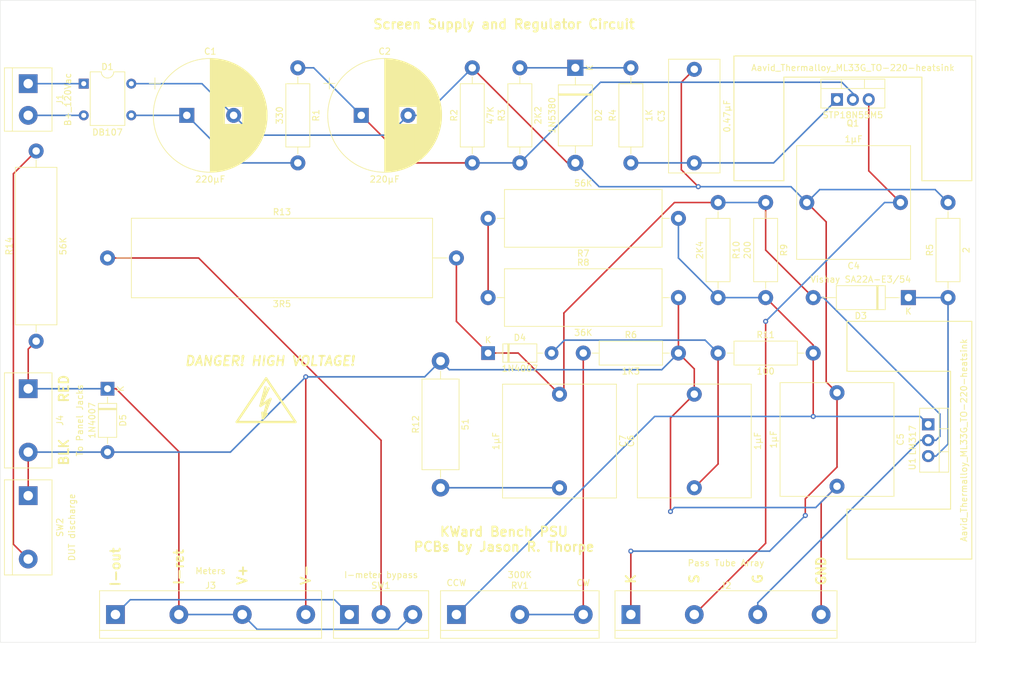
<source format=kicad_pcb>
(kicad_pcb (version 20171130) (host pcbnew "(5.1.12-1-10_14)")

  (general
    (thickness 1.6)
    (drawings 21)
    (tracks 144)
    (zones 0)
    (modules 42)
    (nets 21)
  )

  (page A)
  (title_block
    (title "KWard Bench PSU - Screen supply and regulator circuit")
    (rev 0.1)
    (company "Copyright (c) 2021 Jason R. Thorpe. See LICENSE.")
  )

  (layers
    (0 F.Cu signal)
    (31 B.Cu signal)
    (32 B.Adhes user)
    (33 F.Adhes user)
    (34 B.Paste user)
    (35 F.Paste user)
    (36 B.SilkS user)
    (37 F.SilkS user)
    (38 B.Mask user)
    (39 F.Mask user)
    (40 Dwgs.User user)
    (41 Cmts.User user)
    (42 Eco1.User user)
    (43 Eco2.User user)
    (44 Edge.Cuts user)
    (45 Margin user)
    (46 B.CrtYd user)
    (47 F.CrtYd user)
    (48 B.Fab user)
    (49 F.Fab user)
  )

  (setup
    (last_trace_width 0.25)
    (trace_clearance 0.75)
    (zone_clearance 0.508)
    (zone_45_only no)
    (trace_min 0.2)
    (via_size 0.8)
    (via_drill 0.4)
    (via_min_size 0.4)
    (via_min_drill 0.3)
    (uvia_size 0.3)
    (uvia_drill 0.1)
    (uvias_allowed no)
    (uvia_min_size 0.2)
    (uvia_min_drill 0.1)
    (edge_width 0.05)
    (segment_width 0.2)
    (pcb_text_width 0.3)
    (pcb_text_size 1.5 1.5)
    (mod_edge_width 0.12)
    (mod_text_size 1 1)
    (mod_text_width 0.15)
    (pad_size 1.524 1.524)
    (pad_drill 0.762)
    (pad_to_mask_clearance 0)
    (aux_axis_origin 0 0)
    (visible_elements FFFFFF7F)
    (pcbplotparams
      (layerselection 0x010fc_ffffffff)
      (usegerberextensions false)
      (usegerberattributes true)
      (usegerberadvancedattributes true)
      (creategerberjobfile true)
      (excludeedgelayer true)
      (linewidth 0.100000)
      (plotframeref false)
      (viasonmask false)
      (mode 1)
      (useauxorigin false)
      (hpglpennumber 1)
      (hpglpenspeed 20)
      (hpglpendiameter 15.000000)
      (psnegative false)
      (psa4output false)
      (plotreference true)
      (plotvalue true)
      (plotinvisibletext false)
      (padsonsilk false)
      (subtractmaskfromsilk false)
      (outputformat 1)
      (mirror false)
      (drillshape 1)
      (scaleselection 1)
      (outputdirectory ""))
  )

  (net 0 "")
  (net 1 "Net-(C1-Pad2)")
  (net 2 "Net-(C1-Pad1)")
  (net 3 "Net-(C2-Pad1)")
  (net 4 "Net-(C3-Pad1)")
  (net 5 "Net-(C4-Pad1)")
  (net 6 GND)
  (net 7 "Net-(C6-Pad1)")
  (net 8 "Net-(C7-Pad1)")
  (net 9 "Net-(C7-Pad2)")
  (net 10 "Net-(D1-Pad2)")
  (net 11 "Net-(D1-Pad1)")
  (net 12 "Net-(D2-Pad1)")
  (net 13 "Net-(D3-Pad1)")
  (net 14 "Net-(D5-Pad1)")
  (net 15 "Net-(J3-Pad1)")
  (net 16 "Net-(R6-Pad1)")
  (net 17 "Net-(R7-Pad2)")
  (net 18 "Net-(R10-Pad2)")
  (net 19 "Net-(R13-Pad1)")
  (net 20 "Net-(R14-Pad2)")

  (net_class Default "This is the default net class."
    (clearance 0.75)
    (trace_width 0.25)
    (via_dia 0.8)
    (via_drill 0.4)
    (uvia_dia 0.3)
    (uvia_drill 0.1)
    (add_net GND)
    (add_net "Net-(C1-Pad1)")
    (add_net "Net-(C1-Pad2)")
    (add_net "Net-(C6-Pad1)")
    (add_net "Net-(C7-Pad2)")
    (add_net "Net-(D1-Pad1)")
    (add_net "Net-(D1-Pad2)")
    (add_net "Net-(D2-Pad1)")
    (add_net "Net-(D5-Pad1)")
    (add_net "Net-(J3-Pad1)")
    (add_net "Net-(R13-Pad1)")
    (add_net "Net-(R14-Pad2)")
    (add_net "Net-(R6-Pad1)")
    (add_net "Net-(R7-Pad2)")
  )

  (net_class TO-220 ""
    (clearance 0.2)
    (trace_width 0.25)
    (via_dia 0.8)
    (via_drill 0.4)
    (uvia_dia 0.3)
    (uvia_drill 0.1)
    (add_net "Net-(C2-Pad1)")
    (add_net "Net-(C3-Pad1)")
    (add_net "Net-(C4-Pad1)")
    (add_net "Net-(C7-Pad1)")
    (add_net "Net-(D3-Pad1)")
    (add_net "Net-(R10-Pad2)")
  )

  (module Capacitor_THT:CP_Radial_D18.0mm_P7.50mm (layer F.Cu) (tedit 5AE50EF1) (tstamp 61CF2601)
    (at 120.65 60.325)
    (descr "CP, Radial series, Radial, pin pitch=7.50mm, , diameter=18mm, Electrolytic Capacitor")
    (tags "CP Radial series Radial pin pitch 7.50mm  diameter 18mm Electrolytic Capacitor")
    (path /61D15255)
    (fp_text reference C2 (at 3.75 -10.25) (layer F.SilkS)
      (effects (font (size 1 1) (thickness 0.15)))
    )
    (fp_text value 220µF (at 3.75 10.25) (layer F.SilkS)
      (effects (font (size 1 1) (thickness 0.15)))
    )
    (fp_line (start -5.10944 -6.015) (end -5.10944 -4.215) (layer F.SilkS) (width 0.12))
    (fp_line (start -6.00944 -5.115) (end -4.20944 -5.115) (layer F.SilkS) (width 0.12))
    (fp_line (start 12.87 -0.04) (end 12.87 0.04) (layer F.SilkS) (width 0.12))
    (fp_line (start 12.83 -0.814) (end 12.83 0.814) (layer F.SilkS) (width 0.12))
    (fp_line (start 12.79 -1.166) (end 12.79 1.166) (layer F.SilkS) (width 0.12))
    (fp_line (start 12.75 -1.435) (end 12.75 1.435) (layer F.SilkS) (width 0.12))
    (fp_line (start 12.71 -1.661) (end 12.71 1.661) (layer F.SilkS) (width 0.12))
    (fp_line (start 12.67 -1.86) (end 12.67 1.86) (layer F.SilkS) (width 0.12))
    (fp_line (start 12.63 -2.039) (end 12.63 2.039) (layer F.SilkS) (width 0.12))
    (fp_line (start 12.59 -2.203) (end 12.59 2.203) (layer F.SilkS) (width 0.12))
    (fp_line (start 12.55 -2.355) (end 12.55 2.355) (layer F.SilkS) (width 0.12))
    (fp_line (start 12.51 -2.498) (end 12.51 2.498) (layer F.SilkS) (width 0.12))
    (fp_line (start 12.47 -2.632) (end 12.47 2.632) (layer F.SilkS) (width 0.12))
    (fp_line (start 12.43 -2.759) (end 12.43 2.759) (layer F.SilkS) (width 0.12))
    (fp_line (start 12.39 -2.88) (end 12.39 2.88) (layer F.SilkS) (width 0.12))
    (fp_line (start 12.35 -2.996) (end 12.35 2.996) (layer F.SilkS) (width 0.12))
    (fp_line (start 12.31 -3.107) (end 12.31 3.107) (layer F.SilkS) (width 0.12))
    (fp_line (start 12.27 -3.214) (end 12.27 3.214) (layer F.SilkS) (width 0.12))
    (fp_line (start 12.23 -3.317) (end 12.23 3.317) (layer F.SilkS) (width 0.12))
    (fp_line (start 12.19 -3.416) (end 12.19 3.416) (layer F.SilkS) (width 0.12))
    (fp_line (start 12.15 -3.512) (end 12.15 3.512) (layer F.SilkS) (width 0.12))
    (fp_line (start 12.11 -3.605) (end 12.11 3.605) (layer F.SilkS) (width 0.12))
    (fp_line (start 12.07 -3.696) (end 12.07 3.696) (layer F.SilkS) (width 0.12))
    (fp_line (start 12.03 -3.784) (end 12.03 3.784) (layer F.SilkS) (width 0.12))
    (fp_line (start 11.99 -3.869) (end 11.99 3.869) (layer F.SilkS) (width 0.12))
    (fp_line (start 11.95 -3.952) (end 11.95 3.952) (layer F.SilkS) (width 0.12))
    (fp_line (start 11.911 -4.033) (end 11.911 4.033) (layer F.SilkS) (width 0.12))
    (fp_line (start 11.871 -4.113) (end 11.871 4.113) (layer F.SilkS) (width 0.12))
    (fp_line (start 11.831 -4.19) (end 11.831 4.19) (layer F.SilkS) (width 0.12))
    (fp_line (start 11.791 -4.265) (end 11.791 4.265) (layer F.SilkS) (width 0.12))
    (fp_line (start 11.751 -4.339) (end 11.751 4.339) (layer F.SilkS) (width 0.12))
    (fp_line (start 11.711 -4.412) (end 11.711 4.412) (layer F.SilkS) (width 0.12))
    (fp_line (start 11.671 -4.482) (end 11.671 4.482) (layer F.SilkS) (width 0.12))
    (fp_line (start 11.631 -4.552) (end 11.631 4.552) (layer F.SilkS) (width 0.12))
    (fp_line (start 11.591 -4.62) (end 11.591 4.62) (layer F.SilkS) (width 0.12))
    (fp_line (start 11.551 -4.686) (end 11.551 4.686) (layer F.SilkS) (width 0.12))
    (fp_line (start 11.511 -4.752) (end 11.511 4.752) (layer F.SilkS) (width 0.12))
    (fp_line (start 11.471 -4.816) (end 11.471 4.816) (layer F.SilkS) (width 0.12))
    (fp_line (start 11.431 -4.879) (end 11.431 4.879) (layer F.SilkS) (width 0.12))
    (fp_line (start 11.391 -4.941) (end 11.391 4.941) (layer F.SilkS) (width 0.12))
    (fp_line (start 11.351 -5.002) (end 11.351 5.002) (layer F.SilkS) (width 0.12))
    (fp_line (start 11.311 -5.062) (end 11.311 5.062) (layer F.SilkS) (width 0.12))
    (fp_line (start 11.271 -5.12) (end 11.271 5.12) (layer F.SilkS) (width 0.12))
    (fp_line (start 11.231 -5.178) (end 11.231 5.178) (layer F.SilkS) (width 0.12))
    (fp_line (start 11.191 -5.235) (end 11.191 5.235) (layer F.SilkS) (width 0.12))
    (fp_line (start 11.151 -5.291) (end 11.151 5.291) (layer F.SilkS) (width 0.12))
    (fp_line (start 11.111 -5.346) (end 11.111 5.346) (layer F.SilkS) (width 0.12))
    (fp_line (start 11.071 -5.4) (end 11.071 5.4) (layer F.SilkS) (width 0.12))
    (fp_line (start 11.031 -5.454) (end 11.031 5.454) (layer F.SilkS) (width 0.12))
    (fp_line (start 10.991 -5.506) (end 10.991 5.506) (layer F.SilkS) (width 0.12))
    (fp_line (start 10.951 -5.558) (end 10.951 5.558) (layer F.SilkS) (width 0.12))
    (fp_line (start 10.911 -5.609) (end 10.911 5.609) (layer F.SilkS) (width 0.12))
    (fp_line (start 10.871 -5.66) (end 10.871 5.66) (layer F.SilkS) (width 0.12))
    (fp_line (start 10.831 -5.709) (end 10.831 5.709) (layer F.SilkS) (width 0.12))
    (fp_line (start 10.791 -5.758) (end 10.791 5.758) (layer F.SilkS) (width 0.12))
    (fp_line (start 10.751 -5.806) (end 10.751 5.806) (layer F.SilkS) (width 0.12))
    (fp_line (start 10.711 -5.854) (end 10.711 5.854) (layer F.SilkS) (width 0.12))
    (fp_line (start 10.671 -5.901) (end 10.671 5.901) (layer F.SilkS) (width 0.12))
    (fp_line (start 10.631 -5.947) (end 10.631 5.947) (layer F.SilkS) (width 0.12))
    (fp_line (start 10.591 -5.993) (end 10.591 5.993) (layer F.SilkS) (width 0.12))
    (fp_line (start 10.551 -6.038) (end 10.551 6.038) (layer F.SilkS) (width 0.12))
    (fp_line (start 10.511 -6.082) (end 10.511 6.082) (layer F.SilkS) (width 0.12))
    (fp_line (start 10.471 -6.126) (end 10.471 6.126) (layer F.SilkS) (width 0.12))
    (fp_line (start 10.431 -6.17) (end 10.431 6.17) (layer F.SilkS) (width 0.12))
    (fp_line (start 10.391 -6.212) (end 10.391 6.212) (layer F.SilkS) (width 0.12))
    (fp_line (start 10.351 -6.254) (end 10.351 6.254) (layer F.SilkS) (width 0.12))
    (fp_line (start 10.311 -6.296) (end 10.311 6.296) (layer F.SilkS) (width 0.12))
    (fp_line (start 10.271 -6.337) (end 10.271 6.337) (layer F.SilkS) (width 0.12))
    (fp_line (start 10.231 -6.378) (end 10.231 6.378) (layer F.SilkS) (width 0.12))
    (fp_line (start 10.191 -6.418) (end 10.191 6.418) (layer F.SilkS) (width 0.12))
    (fp_line (start 10.151 -6.458) (end 10.151 6.458) (layer F.SilkS) (width 0.12))
    (fp_line (start 10.111 -6.497) (end 10.111 6.497) (layer F.SilkS) (width 0.12))
    (fp_line (start 10.071 -6.536) (end 10.071 6.536) (layer F.SilkS) (width 0.12))
    (fp_line (start 10.031 -6.574) (end 10.031 6.574) (layer F.SilkS) (width 0.12))
    (fp_line (start 9.991 -6.612) (end 9.991 6.612) (layer F.SilkS) (width 0.12))
    (fp_line (start 9.951 -6.649) (end 9.951 6.649) (layer F.SilkS) (width 0.12))
    (fp_line (start 9.911 -6.686) (end 9.911 6.686) (layer F.SilkS) (width 0.12))
    (fp_line (start 9.871 -6.722) (end 9.871 6.722) (layer F.SilkS) (width 0.12))
    (fp_line (start 9.831 -6.758) (end 9.831 6.758) (layer F.SilkS) (width 0.12))
    (fp_line (start 9.791 -6.794) (end 9.791 6.794) (layer F.SilkS) (width 0.12))
    (fp_line (start 9.751 -6.829) (end 9.751 6.829) (layer F.SilkS) (width 0.12))
    (fp_line (start 9.711 -6.864) (end 9.711 6.864) (layer F.SilkS) (width 0.12))
    (fp_line (start 9.671 -6.898) (end 9.671 6.898) (layer F.SilkS) (width 0.12))
    (fp_line (start 9.631 -6.932) (end 9.631 6.932) (layer F.SilkS) (width 0.12))
    (fp_line (start 9.591 -6.965) (end 9.591 6.965) (layer F.SilkS) (width 0.12))
    (fp_line (start 9.551 -6.999) (end 9.551 6.999) (layer F.SilkS) (width 0.12))
    (fp_line (start 9.511 -7.031) (end 9.511 7.031) (layer F.SilkS) (width 0.12))
    (fp_line (start 9.471 -7.064) (end 9.471 7.064) (layer F.SilkS) (width 0.12))
    (fp_line (start 9.431 -7.096) (end 9.431 7.096) (layer F.SilkS) (width 0.12))
    (fp_line (start 9.391 -7.127) (end 9.391 7.127) (layer F.SilkS) (width 0.12))
    (fp_line (start 9.351 -7.159) (end 9.351 7.159) (layer F.SilkS) (width 0.12))
    (fp_line (start 9.311 -7.19) (end 9.311 7.19) (layer F.SilkS) (width 0.12))
    (fp_line (start 9.271 -7.22) (end 9.271 7.22) (layer F.SilkS) (width 0.12))
    (fp_line (start 9.231 -7.25) (end 9.231 7.25) (layer F.SilkS) (width 0.12))
    (fp_line (start 9.191 -7.28) (end 9.191 7.28) (layer F.SilkS) (width 0.12))
    (fp_line (start 9.151 -7.31) (end 9.151 7.31) (layer F.SilkS) (width 0.12))
    (fp_line (start 9.111 -7.339) (end 9.111 7.339) (layer F.SilkS) (width 0.12))
    (fp_line (start 9.071 -7.368) (end 9.071 7.368) (layer F.SilkS) (width 0.12))
    (fp_line (start 9.031 -7.397) (end 9.031 7.397) (layer F.SilkS) (width 0.12))
    (fp_line (start 8.991 -7.425) (end 8.991 7.425) (layer F.SilkS) (width 0.12))
    (fp_line (start 8.951 -7.453) (end 8.951 7.453) (layer F.SilkS) (width 0.12))
    (fp_line (start 8.911 1.44) (end 8.911 7.48) (layer F.SilkS) (width 0.12))
    (fp_line (start 8.911 -7.48) (end 8.911 -1.44) (layer F.SilkS) (width 0.12))
    (fp_line (start 8.871 1.44) (end 8.871 7.508) (layer F.SilkS) (width 0.12))
    (fp_line (start 8.871 -7.508) (end 8.871 -1.44) (layer F.SilkS) (width 0.12))
    (fp_line (start 8.831 1.44) (end 8.831 7.535) (layer F.SilkS) (width 0.12))
    (fp_line (start 8.831 -7.535) (end 8.831 -1.44) (layer F.SilkS) (width 0.12))
    (fp_line (start 8.791 1.44) (end 8.791 7.561) (layer F.SilkS) (width 0.12))
    (fp_line (start 8.791 -7.561) (end 8.791 -1.44) (layer F.SilkS) (width 0.12))
    (fp_line (start 8.751 1.44) (end 8.751 7.588) (layer F.SilkS) (width 0.12))
    (fp_line (start 8.751 -7.588) (end 8.751 -1.44) (layer F.SilkS) (width 0.12))
    (fp_line (start 8.711 1.44) (end 8.711 7.614) (layer F.SilkS) (width 0.12))
    (fp_line (start 8.711 -7.614) (end 8.711 -1.44) (layer F.SilkS) (width 0.12))
    (fp_line (start 8.671 1.44) (end 8.671 7.64) (layer F.SilkS) (width 0.12))
    (fp_line (start 8.671 -7.64) (end 8.671 -1.44) (layer F.SilkS) (width 0.12))
    (fp_line (start 8.631 1.44) (end 8.631 7.665) (layer F.SilkS) (width 0.12))
    (fp_line (start 8.631 -7.665) (end 8.631 -1.44) (layer F.SilkS) (width 0.12))
    (fp_line (start 8.591 1.44) (end 8.591 7.69) (layer F.SilkS) (width 0.12))
    (fp_line (start 8.591 -7.69) (end 8.591 -1.44) (layer F.SilkS) (width 0.12))
    (fp_line (start 8.551 1.44) (end 8.551 7.715) (layer F.SilkS) (width 0.12))
    (fp_line (start 8.551 -7.715) (end 8.551 -1.44) (layer F.SilkS) (width 0.12))
    (fp_line (start 8.511 1.44) (end 8.511 7.74) (layer F.SilkS) (width 0.12))
    (fp_line (start 8.511 -7.74) (end 8.511 -1.44) (layer F.SilkS) (width 0.12))
    (fp_line (start 8.471 1.44) (end 8.471 7.764) (layer F.SilkS) (width 0.12))
    (fp_line (start 8.471 -7.764) (end 8.471 -1.44) (layer F.SilkS) (width 0.12))
    (fp_line (start 8.431 1.44) (end 8.431 7.788) (layer F.SilkS) (width 0.12))
    (fp_line (start 8.431 -7.788) (end 8.431 -1.44) (layer F.SilkS) (width 0.12))
    (fp_line (start 8.391 1.44) (end 8.391 7.812) (layer F.SilkS) (width 0.12))
    (fp_line (start 8.391 -7.812) (end 8.391 -1.44) (layer F.SilkS) (width 0.12))
    (fp_line (start 8.351 1.44) (end 8.351 7.835) (layer F.SilkS) (width 0.12))
    (fp_line (start 8.351 -7.835) (end 8.351 -1.44) (layer F.SilkS) (width 0.12))
    (fp_line (start 8.311 1.44) (end 8.311 7.859) (layer F.SilkS) (width 0.12))
    (fp_line (start 8.311 -7.859) (end 8.311 -1.44) (layer F.SilkS) (width 0.12))
    (fp_line (start 8.271 1.44) (end 8.271 7.882) (layer F.SilkS) (width 0.12))
    (fp_line (start 8.271 -7.882) (end 8.271 -1.44) (layer F.SilkS) (width 0.12))
    (fp_line (start 8.231 1.44) (end 8.231 7.904) (layer F.SilkS) (width 0.12))
    (fp_line (start 8.231 -7.904) (end 8.231 -1.44) (layer F.SilkS) (width 0.12))
    (fp_line (start 8.191 1.44) (end 8.191 7.927) (layer F.SilkS) (width 0.12))
    (fp_line (start 8.191 -7.927) (end 8.191 -1.44) (layer F.SilkS) (width 0.12))
    (fp_line (start 8.151 1.44) (end 8.151 7.949) (layer F.SilkS) (width 0.12))
    (fp_line (start 8.151 -7.949) (end 8.151 -1.44) (layer F.SilkS) (width 0.12))
    (fp_line (start 8.111 1.44) (end 8.111 7.971) (layer F.SilkS) (width 0.12))
    (fp_line (start 8.111 -7.971) (end 8.111 -1.44) (layer F.SilkS) (width 0.12))
    (fp_line (start 8.071 1.44) (end 8.071 7.992) (layer F.SilkS) (width 0.12))
    (fp_line (start 8.071 -7.992) (end 8.071 -1.44) (layer F.SilkS) (width 0.12))
    (fp_line (start 8.031 1.44) (end 8.031 8.014) (layer F.SilkS) (width 0.12))
    (fp_line (start 8.031 -8.014) (end 8.031 -1.44) (layer F.SilkS) (width 0.12))
    (fp_line (start 7.991 1.44) (end 7.991 8.035) (layer F.SilkS) (width 0.12))
    (fp_line (start 7.991 -8.035) (end 7.991 -1.44) (layer F.SilkS) (width 0.12))
    (fp_line (start 7.951 1.44) (end 7.951 8.056) (layer F.SilkS) (width 0.12))
    (fp_line (start 7.951 -8.056) (end 7.951 -1.44) (layer F.SilkS) (width 0.12))
    (fp_line (start 7.911 1.44) (end 7.911 8.076) (layer F.SilkS) (width 0.12))
    (fp_line (start 7.911 -8.076) (end 7.911 -1.44) (layer F.SilkS) (width 0.12))
    (fp_line (start 7.871 1.44) (end 7.871 8.097) (layer F.SilkS) (width 0.12))
    (fp_line (start 7.871 -8.097) (end 7.871 -1.44) (layer F.SilkS) (width 0.12))
    (fp_line (start 7.831 1.44) (end 7.831 8.117) (layer F.SilkS) (width 0.12))
    (fp_line (start 7.831 -8.117) (end 7.831 -1.44) (layer F.SilkS) (width 0.12))
    (fp_line (start 7.791 1.44) (end 7.791 8.137) (layer F.SilkS) (width 0.12))
    (fp_line (start 7.791 -8.137) (end 7.791 -1.44) (layer F.SilkS) (width 0.12))
    (fp_line (start 7.751 1.44) (end 7.751 8.156) (layer F.SilkS) (width 0.12))
    (fp_line (start 7.751 -8.156) (end 7.751 -1.44) (layer F.SilkS) (width 0.12))
    (fp_line (start 7.711 1.44) (end 7.711 8.176) (layer F.SilkS) (width 0.12))
    (fp_line (start 7.711 -8.176) (end 7.711 -1.44) (layer F.SilkS) (width 0.12))
    (fp_line (start 7.671 1.44) (end 7.671 8.195) (layer F.SilkS) (width 0.12))
    (fp_line (start 7.671 -8.195) (end 7.671 -1.44) (layer F.SilkS) (width 0.12))
    (fp_line (start 7.631 1.44) (end 7.631 8.214) (layer F.SilkS) (width 0.12))
    (fp_line (start 7.631 -8.214) (end 7.631 -1.44) (layer F.SilkS) (width 0.12))
    (fp_line (start 7.591 1.44) (end 7.591 8.233) (layer F.SilkS) (width 0.12))
    (fp_line (start 7.591 -8.233) (end 7.591 -1.44) (layer F.SilkS) (width 0.12))
    (fp_line (start 7.551 1.44) (end 7.551 8.251) (layer F.SilkS) (width 0.12))
    (fp_line (start 7.551 -8.251) (end 7.551 -1.44) (layer F.SilkS) (width 0.12))
    (fp_line (start 7.511 1.44) (end 7.511 8.269) (layer F.SilkS) (width 0.12))
    (fp_line (start 7.511 -8.269) (end 7.511 -1.44) (layer F.SilkS) (width 0.12))
    (fp_line (start 7.471 1.44) (end 7.471 8.287) (layer F.SilkS) (width 0.12))
    (fp_line (start 7.471 -8.287) (end 7.471 -1.44) (layer F.SilkS) (width 0.12))
    (fp_line (start 7.431 1.44) (end 7.431 8.305) (layer F.SilkS) (width 0.12))
    (fp_line (start 7.431 -8.305) (end 7.431 -1.44) (layer F.SilkS) (width 0.12))
    (fp_line (start 7.391 1.44) (end 7.391 8.323) (layer F.SilkS) (width 0.12))
    (fp_line (start 7.391 -8.323) (end 7.391 -1.44) (layer F.SilkS) (width 0.12))
    (fp_line (start 7.351 1.44) (end 7.351 8.34) (layer F.SilkS) (width 0.12))
    (fp_line (start 7.351 -8.34) (end 7.351 -1.44) (layer F.SilkS) (width 0.12))
    (fp_line (start 7.311 1.44) (end 7.311 8.357) (layer F.SilkS) (width 0.12))
    (fp_line (start 7.311 -8.357) (end 7.311 -1.44) (layer F.SilkS) (width 0.12))
    (fp_line (start 7.271 1.44) (end 7.271 8.374) (layer F.SilkS) (width 0.12))
    (fp_line (start 7.271 -8.374) (end 7.271 -1.44) (layer F.SilkS) (width 0.12))
    (fp_line (start 7.231 1.44) (end 7.231 8.39) (layer F.SilkS) (width 0.12))
    (fp_line (start 7.231 -8.39) (end 7.231 -1.44) (layer F.SilkS) (width 0.12))
    (fp_line (start 7.191 1.44) (end 7.191 8.407) (layer F.SilkS) (width 0.12))
    (fp_line (start 7.191 -8.407) (end 7.191 -1.44) (layer F.SilkS) (width 0.12))
    (fp_line (start 7.151 1.44) (end 7.151 8.423) (layer F.SilkS) (width 0.12))
    (fp_line (start 7.151 -8.423) (end 7.151 -1.44) (layer F.SilkS) (width 0.12))
    (fp_line (start 7.111 1.44) (end 7.111 8.439) (layer F.SilkS) (width 0.12))
    (fp_line (start 7.111 -8.439) (end 7.111 -1.44) (layer F.SilkS) (width 0.12))
    (fp_line (start 7.071 1.44) (end 7.071 8.455) (layer F.SilkS) (width 0.12))
    (fp_line (start 7.071 -8.455) (end 7.071 -1.44) (layer F.SilkS) (width 0.12))
    (fp_line (start 7.031 1.44) (end 7.031 8.47) (layer F.SilkS) (width 0.12))
    (fp_line (start 7.031 -8.47) (end 7.031 -1.44) (layer F.SilkS) (width 0.12))
    (fp_line (start 6.991 1.44) (end 6.991 8.486) (layer F.SilkS) (width 0.12))
    (fp_line (start 6.991 -8.486) (end 6.991 -1.44) (layer F.SilkS) (width 0.12))
    (fp_line (start 6.951 1.44) (end 6.951 8.501) (layer F.SilkS) (width 0.12))
    (fp_line (start 6.951 -8.501) (end 6.951 -1.44) (layer F.SilkS) (width 0.12))
    (fp_line (start 6.911 1.44) (end 6.911 8.516) (layer F.SilkS) (width 0.12))
    (fp_line (start 6.911 -8.516) (end 6.911 -1.44) (layer F.SilkS) (width 0.12))
    (fp_line (start 6.871 1.44) (end 6.871 8.53) (layer F.SilkS) (width 0.12))
    (fp_line (start 6.871 -8.53) (end 6.871 -1.44) (layer F.SilkS) (width 0.12))
    (fp_line (start 6.831 1.44) (end 6.831 8.545) (layer F.SilkS) (width 0.12))
    (fp_line (start 6.831 -8.545) (end 6.831 -1.44) (layer F.SilkS) (width 0.12))
    (fp_line (start 6.791 1.44) (end 6.791 8.559) (layer F.SilkS) (width 0.12))
    (fp_line (start 6.791 -8.559) (end 6.791 -1.44) (layer F.SilkS) (width 0.12))
    (fp_line (start 6.751 1.44) (end 6.751 8.573) (layer F.SilkS) (width 0.12))
    (fp_line (start 6.751 -8.573) (end 6.751 -1.44) (layer F.SilkS) (width 0.12))
    (fp_line (start 6.711 1.44) (end 6.711 8.587) (layer F.SilkS) (width 0.12))
    (fp_line (start 6.711 -8.587) (end 6.711 -1.44) (layer F.SilkS) (width 0.12))
    (fp_line (start 6.671 1.44) (end 6.671 8.6) (layer F.SilkS) (width 0.12))
    (fp_line (start 6.671 -8.6) (end 6.671 -1.44) (layer F.SilkS) (width 0.12))
    (fp_line (start 6.631 1.44) (end 6.631 8.614) (layer F.SilkS) (width 0.12))
    (fp_line (start 6.631 -8.614) (end 6.631 -1.44) (layer F.SilkS) (width 0.12))
    (fp_line (start 6.591 1.44) (end 6.591 8.627) (layer F.SilkS) (width 0.12))
    (fp_line (start 6.591 -8.627) (end 6.591 -1.44) (layer F.SilkS) (width 0.12))
    (fp_line (start 6.551 1.44) (end 6.551 8.64) (layer F.SilkS) (width 0.12))
    (fp_line (start 6.551 -8.64) (end 6.551 -1.44) (layer F.SilkS) (width 0.12))
    (fp_line (start 6.511 1.44) (end 6.511 8.653) (layer F.SilkS) (width 0.12))
    (fp_line (start 6.511 -8.653) (end 6.511 -1.44) (layer F.SilkS) (width 0.12))
    (fp_line (start 6.471 1.44) (end 6.471 8.665) (layer F.SilkS) (width 0.12))
    (fp_line (start 6.471 -8.665) (end 6.471 -1.44) (layer F.SilkS) (width 0.12))
    (fp_line (start 6.431 1.44) (end 6.431 8.678) (layer F.SilkS) (width 0.12))
    (fp_line (start 6.431 -8.678) (end 6.431 -1.44) (layer F.SilkS) (width 0.12))
    (fp_line (start 6.391 1.44) (end 6.391 8.69) (layer F.SilkS) (width 0.12))
    (fp_line (start 6.391 -8.69) (end 6.391 -1.44) (layer F.SilkS) (width 0.12))
    (fp_line (start 6.351 1.44) (end 6.351 8.702) (layer F.SilkS) (width 0.12))
    (fp_line (start 6.351 -8.702) (end 6.351 -1.44) (layer F.SilkS) (width 0.12))
    (fp_line (start 6.311 1.44) (end 6.311 8.714) (layer F.SilkS) (width 0.12))
    (fp_line (start 6.311 -8.714) (end 6.311 -1.44) (layer F.SilkS) (width 0.12))
    (fp_line (start 6.271 1.44) (end 6.271 8.725) (layer F.SilkS) (width 0.12))
    (fp_line (start 6.271 -8.725) (end 6.271 -1.44) (layer F.SilkS) (width 0.12))
    (fp_line (start 6.231 1.44) (end 6.231 8.737) (layer F.SilkS) (width 0.12))
    (fp_line (start 6.231 -8.737) (end 6.231 -1.44) (layer F.SilkS) (width 0.12))
    (fp_line (start 6.191 1.44) (end 6.191 8.748) (layer F.SilkS) (width 0.12))
    (fp_line (start 6.191 -8.748) (end 6.191 -1.44) (layer F.SilkS) (width 0.12))
    (fp_line (start 6.151 1.44) (end 6.151 8.759) (layer F.SilkS) (width 0.12))
    (fp_line (start 6.151 -8.759) (end 6.151 -1.44) (layer F.SilkS) (width 0.12))
    (fp_line (start 6.111 1.44) (end 6.111 8.77) (layer F.SilkS) (width 0.12))
    (fp_line (start 6.111 -8.77) (end 6.111 -1.44) (layer F.SilkS) (width 0.12))
    (fp_line (start 6.071 1.44) (end 6.071 8.78) (layer F.SilkS) (width 0.12))
    (fp_line (start 6.071 -8.78) (end 6.071 -1.44) (layer F.SilkS) (width 0.12))
    (fp_line (start 6.031 -8.791) (end 6.031 8.791) (layer F.SilkS) (width 0.12))
    (fp_line (start 5.991 -8.801) (end 5.991 8.801) (layer F.SilkS) (width 0.12))
    (fp_line (start 5.951 -8.811) (end 5.951 8.811) (layer F.SilkS) (width 0.12))
    (fp_line (start 5.911 -8.821) (end 5.911 8.821) (layer F.SilkS) (width 0.12))
    (fp_line (start 5.871 -8.831) (end 5.871 8.831) (layer F.SilkS) (width 0.12))
    (fp_line (start 5.831 -8.84) (end 5.831 8.84) (layer F.SilkS) (width 0.12))
    (fp_line (start 5.791 -8.849) (end 5.791 8.849) (layer F.SilkS) (width 0.12))
    (fp_line (start 5.751 -8.858) (end 5.751 8.858) (layer F.SilkS) (width 0.12))
    (fp_line (start 5.711 -8.867) (end 5.711 8.867) (layer F.SilkS) (width 0.12))
    (fp_line (start 5.671 -8.876) (end 5.671 8.876) (layer F.SilkS) (width 0.12))
    (fp_line (start 5.631 -8.885) (end 5.631 8.885) (layer F.SilkS) (width 0.12))
    (fp_line (start 5.591 -8.893) (end 5.591 8.893) (layer F.SilkS) (width 0.12))
    (fp_line (start 5.551 -8.901) (end 5.551 8.901) (layer F.SilkS) (width 0.12))
    (fp_line (start 5.511 -8.909) (end 5.511 8.909) (layer F.SilkS) (width 0.12))
    (fp_line (start 5.471 -8.917) (end 5.471 8.917) (layer F.SilkS) (width 0.12))
    (fp_line (start 5.431 -8.924) (end 5.431 8.924) (layer F.SilkS) (width 0.12))
    (fp_line (start 5.391 -8.932) (end 5.391 8.932) (layer F.SilkS) (width 0.12))
    (fp_line (start 5.351 -8.939) (end 5.351 8.939) (layer F.SilkS) (width 0.12))
    (fp_line (start 5.311 -8.946) (end 5.311 8.946) (layer F.SilkS) (width 0.12))
    (fp_line (start 5.271 -8.953) (end 5.271 8.953) (layer F.SilkS) (width 0.12))
    (fp_line (start 5.231 -8.96) (end 5.231 8.96) (layer F.SilkS) (width 0.12))
    (fp_line (start 5.191 -8.966) (end 5.191 8.966) (layer F.SilkS) (width 0.12))
    (fp_line (start 5.151 -8.972) (end 5.151 8.972) (layer F.SilkS) (width 0.12))
    (fp_line (start 5.111 -8.979) (end 5.111 8.979) (layer F.SilkS) (width 0.12))
    (fp_line (start 5.071 -8.984) (end 5.071 8.984) (layer F.SilkS) (width 0.12))
    (fp_line (start 5.031 -8.99) (end 5.031 8.99) (layer F.SilkS) (width 0.12))
    (fp_line (start 4.991 -8.996) (end 4.991 8.996) (layer F.SilkS) (width 0.12))
    (fp_line (start 4.951 -9.001) (end 4.951 9.001) (layer F.SilkS) (width 0.12))
    (fp_line (start 4.911 -9.006) (end 4.911 9.006) (layer F.SilkS) (width 0.12))
    (fp_line (start 4.871 -9.011) (end 4.871 9.011) (layer F.SilkS) (width 0.12))
    (fp_line (start 4.831 -9.016) (end 4.831 9.016) (layer F.SilkS) (width 0.12))
    (fp_line (start 4.791 -9.021) (end 4.791 9.021) (layer F.SilkS) (width 0.12))
    (fp_line (start 4.751 -9.026) (end 4.751 9.026) (layer F.SilkS) (width 0.12))
    (fp_line (start 4.711 -9.03) (end 4.711 9.03) (layer F.SilkS) (width 0.12))
    (fp_line (start 4.671 -9.034) (end 4.671 9.034) (layer F.SilkS) (width 0.12))
    (fp_line (start 4.631 -9.038) (end 4.631 9.038) (layer F.SilkS) (width 0.12))
    (fp_line (start 4.591 -9.042) (end 4.591 9.042) (layer F.SilkS) (width 0.12))
    (fp_line (start 4.551 -9.045) (end 4.551 9.045) (layer F.SilkS) (width 0.12))
    (fp_line (start 4.511 -9.049) (end 4.511 9.049) (layer F.SilkS) (width 0.12))
    (fp_line (start 4.471 -9.052) (end 4.471 9.052) (layer F.SilkS) (width 0.12))
    (fp_line (start 4.43 -9.055) (end 4.43 9.055) (layer F.SilkS) (width 0.12))
    (fp_line (start 4.39 -9.058) (end 4.39 9.058) (layer F.SilkS) (width 0.12))
    (fp_line (start 4.35 -9.061) (end 4.35 9.061) (layer F.SilkS) (width 0.12))
    (fp_line (start 4.31 -9.063) (end 4.31 9.063) (layer F.SilkS) (width 0.12))
    (fp_line (start 4.27 -9.066) (end 4.27 9.066) (layer F.SilkS) (width 0.12))
    (fp_line (start 4.23 -9.068) (end 4.23 9.068) (layer F.SilkS) (width 0.12))
    (fp_line (start 4.19 -9.07) (end 4.19 9.07) (layer F.SilkS) (width 0.12))
    (fp_line (start 4.15 -9.072) (end 4.15 9.072) (layer F.SilkS) (width 0.12))
    (fp_line (start 4.11 -9.073) (end 4.11 9.073) (layer F.SilkS) (width 0.12))
    (fp_line (start 4.07 -9.075) (end 4.07 9.075) (layer F.SilkS) (width 0.12))
    (fp_line (start 4.03 -9.076) (end 4.03 9.076) (layer F.SilkS) (width 0.12))
    (fp_line (start 3.99 -9.077) (end 3.99 9.077) (layer F.SilkS) (width 0.12))
    (fp_line (start 3.95 -9.078) (end 3.95 9.078) (layer F.SilkS) (width 0.12))
    (fp_line (start 3.91 -9.079) (end 3.91 9.079) (layer F.SilkS) (width 0.12))
    (fp_line (start 3.87 -9.08) (end 3.87 9.08) (layer F.SilkS) (width 0.12))
    (fp_line (start 3.83 -9.08) (end 3.83 9.08) (layer F.SilkS) (width 0.12))
    (fp_line (start 3.79 -9.08) (end 3.79 9.08) (layer F.SilkS) (width 0.12))
    (fp_line (start 3.75 -9.081) (end 3.75 9.081) (layer F.SilkS) (width 0.12))
    (fp_line (start -3.087271 -4.8475) (end -3.087271 -3.0475) (layer F.Fab) (width 0.1))
    (fp_line (start -3.987271 -3.9475) (end -2.187271 -3.9475) (layer F.Fab) (width 0.1))
    (fp_circle (center 3.75 0) (end 13 0) (layer F.CrtYd) (width 0.05))
    (fp_circle (center 3.75 0) (end 12.87 0) (layer F.SilkS) (width 0.12))
    (fp_circle (center 3.75 0) (end 12.75 0) (layer F.Fab) (width 0.1))
    (fp_text user %R (at 3.75 0) (layer F.Fab)
      (effects (font (size 1 1) (thickness 0.15)))
    )
    (pad 1 thru_hole rect (at 0 0) (size 2.4 2.4) (drill 1.2) (layers *.Cu *.Mask)
      (net 3 "Net-(C2-Pad1)"))
    (pad 2 thru_hole circle (at 7.5 0) (size 2.4 2.4) (drill 1.2) (layers *.Cu *.Mask)
      (net 1 "Net-(C1-Pad2)"))
    (model ${KISYS3DMOD}/Capacitor_THT.3dshapes/CP_Radial_D18.0mm_P7.50mm.wrl
      (at (xyz 0 0 0))
      (scale (xyz 1 1 1))
      (rotate (xyz 0 0 0))
    )
  )

  (module MountingHole:MountingHole_3.2mm_M3_DIN965 (layer F.Cu) (tedit 56D1B4CB) (tstamp 61CFC8C2)
    (at 66.675 140.97)
    (descr "Mounting Hole 3.2mm, no annular, M3, DIN965")
    (tags "mounting hole 3.2mm no annular m3 din965")
    (attr virtual)
    (fp_text reference REF** (at 0 -3.8) (layer F.SilkS) hide
      (effects (font (size 1 1) (thickness 0.15)))
    )
    (fp_text value MountingHole_3.2mm_M3_DIN965 (at 0 3.8) (layer F.Fab) hide
      (effects (font (size 1 1) (thickness 0.15)))
    )
    (fp_circle (center 0 0) (end 3.05 0) (layer F.CrtYd) (width 0.05))
    (fp_circle (center 0 0) (end 2.8 0) (layer Cmts.User) (width 0.15))
    (fp_text user %R (at 0.3 0) (layer F.Fab)
      (effects (font (size 1 1) (thickness 0.15)))
    )
    (pad 1 np_thru_hole circle (at 0 0) (size 3.2 3.2) (drill 3.2) (layers *.Cu *.Mask))
  )

  (module MountingHole:MountingHole_3.2mm_M3_DIN965 (layer F.Cu) (tedit 56D1B4CB) (tstamp 61CFC8B4)
    (at 215.265 140.97)
    (descr "Mounting Hole 3.2mm, no annular, M3, DIN965")
    (tags "mounting hole 3.2mm no annular m3 din965")
    (attr virtual)
    (fp_text reference REF** (at 0 -3.8) (layer F.SilkS) hide
      (effects (font (size 1 1) (thickness 0.15)))
    )
    (fp_text value MountingHole_3.2mm_M3_DIN965 (at 0 3.8) (layer F.Fab) hide
      (effects (font (size 1 1) (thickness 0.15)))
    )
    (fp_circle (center 0 0) (end 3.05 0) (layer F.CrtYd) (width 0.05))
    (fp_circle (center 0 0) (end 2.8 0) (layer Cmts.User) (width 0.15))
    (fp_text user %R (at 0.3 0) (layer F.Fab)
      (effects (font (size 1 1) (thickness 0.15)))
    )
    (pad 1 np_thru_hole circle (at 0 0) (size 3.2 3.2) (drill 3.2) (layers *.Cu *.Mask))
  )

  (module MountingHole:MountingHole_3.2mm_M3_DIN965 (layer F.Cu) (tedit 56D1B4CB) (tstamp 61CFC890)
    (at 215.265 45.72)
    (descr "Mounting Hole 3.2mm, no annular, M3, DIN965")
    (tags "mounting hole 3.2mm no annular m3 din965")
    (attr virtual)
    (fp_text reference REF** (at 0 -3.8) (layer F.SilkS) hide
      (effects (font (size 1 1) (thickness 0.15)))
    )
    (fp_text value MountingHole_3.2mm_M3_DIN965 (at 0 3.8) (layer F.Fab) hide
      (effects (font (size 1 1) (thickness 0.15)))
    )
    (fp_circle (center 0 0) (end 3.05 0) (layer F.CrtYd) (width 0.05))
    (fp_circle (center 0 0) (end 2.8 0) (layer Cmts.User) (width 0.15))
    (fp_text user %R (at 0.3 0) (layer F.Fab)
      (effects (font (size 1 1) (thickness 0.15)))
    )
    (pad 1 np_thru_hole circle (at 0 0) (size 3.2 3.2) (drill 3.2) (layers *.Cu *.Mask))
  )

  (module MountingHole:MountingHole_3.2mm_M3_DIN965 (layer F.Cu) (tedit 56D1B4CB) (tstamp 61CFC83C)
    (at 66.675 45.72)
    (descr "Mounting Hole 3.2mm, no annular, M3, DIN965")
    (tags "mounting hole 3.2mm no annular m3 din965")
    (attr virtual)
    (fp_text reference REF** (at 0 -3.8) (layer F.SilkS) hide
      (effects (font (size 1 1) (thickness 0.15)))
    )
    (fp_text value MountingHole_3.2mm_M3_DIN965 (at 0 3.8) (layer F.Fab) hide
      (effects (font (size 1 1) (thickness 0.15)))
    )
    (fp_circle (center 0 0) (end 3.05 0) (layer F.CrtYd) (width 0.05))
    (fp_circle (center 0 0) (end 2.8 0) (layer Cmts.User) (width 0.15))
    (fp_text user %R (at 0.3 0) (layer F.Fab)
      (effects (font (size 1 1) (thickness 0.15)))
    )
    (pad 1 np_thru_hole circle (at 0 0) (size 3.2 3.2) (drill 3.2) (layers *.Cu *.Mask))
  )

  (module jrt-Graphics:Symbol_HighVoltage_Type2_FSilk_VerySmall (layer F.Cu) (tedit 0) (tstamp 61CFC2AD)
    (at 105.41 106.68)
    (descr "Symbol, High Voltage, Type 2, FSilk, Very Small,")
    (tags "Symbol, High Voltage, Type 2, FSilk, Very Small,")
    (attr virtual)
    (fp_text reference REF** (at -0.127 -5.715) (layer F.SilkS) hide
      (effects (font (size 1 1) (thickness 0.15)))
    )
    (fp_text value Symbol_HighVoltage_Type2_FSilk_VerySmall (at -0.381 4.572) (layer F.Fab) hide
      (effects (font (size 1 1) (thickness 0.15)))
    )
    (fp_line (start -4.699 2.794) (end 0 -4.191) (layer F.SilkS) (width 0.381))
    (fp_line (start 4.699 2.794) (end -4.699 2.794) (layer F.SilkS) (width 0.381))
    (fp_line (start 0 -4.191) (end 4.699 2.794) (layer F.SilkS) (width 0.381))
    (fp_line (start -0.49784 2.19964) (end -0.59944 1.30048) (layer F.SilkS) (width 0.381))
    (fp_line (start 0.29972 -0.59944) (end -0.49784 2.19964) (layer F.SilkS) (width 0.381))
    (fp_line (start -0.89916 0.20066) (end 0.29972 -0.59944) (layer F.SilkS) (width 0.381))
    (fp_line (start -0.09906 -2.79908) (end -0.89916 0.20066) (layer F.SilkS) (width 0.381))
    (fp_line (start -0.49784 2.19964) (end 0.1016 1.50114) (layer F.SilkS) (width 0.381))
    (fp_line (start -0.89916 0.20066) (end 0.40132 -2.60096) (layer F.SilkS) (width 0.381))
    (fp_line (start 0.70104 -0.89916) (end 0.1016 -0.50038) (layer F.SilkS) (width 0.381))
    (fp_line (start -0.49784 2.19964) (end 0.70104 -0.89916) (layer F.SilkS) (width 0.381))
  )

  (module jrt-Heatsinks:Aavid_Thermalloy_ML33G_TO-220-heatsink (layer F.Cu) (tedit 61CC6899) (tstamp 61CF990A)
    (at 218.44 112.395 270)
    (tags "TO-220 heatsink")
    (fp_text reference REF** (at 0 1.27 90) (layer F.SilkS) hide
      (effects (font (size 1 1) (thickness 0.15)))
    )
    (fp_text value Aavid_Thermalloy_ML33G_TO-220-heatsink (at 0 1.27 90) (layer F.SilkS)
      (effects (font (size 1 1) (thickness 0.15)))
    )
    (fp_line (start 0 3.4) (end 0 20) (layer F.Fab) (width 0.15))
    (fp_line (start -11.05 3.4) (end 11.05 3.4) (layer F.SilkS) (width 0.15))
    (fp_line (start -11.05 20) (end -11.05 3.4) (layer F.SilkS) (width 0.15))
    (fp_line (start -11.05 20) (end -19.05 20) (layer F.SilkS) (width 0.15))
    (fp_line (start -19.05 0) (end -19.05 20) (layer F.SilkS) (width 0.15))
    (fp_line (start 19.05 20) (end 11.05 20) (layer F.SilkS) (width 0.15))
    (fp_line (start 11.05 20) (end 11.05 3.4) (layer F.SilkS) (width 0.15))
    (fp_line (start 19.05 0) (end 19.05 20) (layer F.SilkS) (width 0.15))
    (fp_line (start -19.05 0) (end 19.05 0) (layer F.SilkS) (width 0.15))
  )

  (module jrt-Heatsinks:Aavid_Thermalloy_ML33G_TO-220-heatsink (layer F.Cu) (tedit 61CC6899) (tstamp 61CF93A0)
    (at 199.39 50.8)
    (tags "TO-220 heatsink")
    (fp_text reference REF** (at 0 1.27) (layer F.SilkS) hide
      (effects (font (size 1 1) (thickness 0.15)))
    )
    (fp_text value Aavid_Thermalloy_ML33G_TO-220-heatsink (at 0 1.905) (layer F.SilkS)
      (effects (font (size 1 1) (thickness 0.15)))
    )
    (fp_line (start -19.05 0) (end 19.05 0) (layer F.SilkS) (width 0.15))
    (fp_line (start 19.05 0) (end 19.05 20) (layer F.SilkS) (width 0.15))
    (fp_line (start 11.05 20) (end 11.05 3.4) (layer F.SilkS) (width 0.15))
    (fp_line (start 19.05 20) (end 11.05 20) (layer F.SilkS) (width 0.15))
    (fp_line (start -19.05 0) (end -19.05 20) (layer F.SilkS) (width 0.15))
    (fp_line (start -11.05 20) (end -19.05 20) (layer F.SilkS) (width 0.15))
    (fp_line (start -11.05 20) (end -11.05 3.4) (layer F.SilkS) (width 0.15))
    (fp_line (start -11.05 3.4) (end 11.05 3.4) (layer F.SilkS) (width 0.15))
    (fp_line (start 0 3.4) (end 0 20) (layer F.Fab) (width 0.15))
  )

  (module jrt-Capacitors:C_Rect_L18.0mm_W18.0mm_P15.0mm (layer F.Cu) (tedit 61CF1F69) (tstamp 61CF9603)
    (at 207.01 74.295 180)
    (descr "C, Rect series, Radial, pin pitch=8.70mm, , length*width=18*9mm^2, Capacitor, ")
    (tags "C Rect series Radial pin pitch 8.70mm  length 18mm width 9mm Capacitor")
    (path /61D1D14B)
    (fp_text reference C4 (at 7.5 -10.16) (layer F.SilkS)
      (effects (font (size 1 1) (thickness 0.15)))
    )
    (fp_text value 1µF (at 7.5 10.16) (layer F.SilkS)
      (effects (font (size 1 1) (thickness 0.15)))
    )
    (fp_line (start 16.75 -9.25) (end -1.75 -9.25) (layer F.CrtYd) (width 0.05))
    (fp_line (start 16.75 9.25) (end 16.75 -9.25) (layer F.CrtYd) (width 0.05))
    (fp_line (start -1.75 9.25) (end 16.75 9.25) (layer F.CrtYd) (width 0.05))
    (fp_line (start -1.75 -9.25) (end -1.75 9.25) (layer F.CrtYd) (width 0.05))
    (fp_line (start 16.62 -9.12) (end 16.62 9.12) (layer F.SilkS) (width 0.12))
    (fp_line (start -1.62 -9.12) (end -1.62 9.12) (layer F.SilkS) (width 0.12))
    (fp_line (start -1.62 9.12) (end 16.62 9.12) (layer F.SilkS) (width 0.12))
    (fp_line (start -1.62 -9.12) (end 16.62 -9.12) (layer F.SilkS) (width 0.12))
    (fp_line (start 16.5 -9) (end -1.5 -9) (layer F.Fab) (width 0.1))
    (fp_line (start 16.5 9) (end 16.5 -9) (layer F.Fab) (width 0.1))
    (fp_line (start -1.5 9) (end 16.5 9) (layer F.Fab) (width 0.1))
    (fp_line (start -1.5 -9) (end -1.5 9) (layer F.Fab) (width 0.1))
    (fp_text user %R (at 7.5 0) (layer F.Fab)
      (effects (font (size 1 1) (thickness 0.15)))
    )
    (pad 2 thru_hole circle (at 15 0 180) (size 2.4 2.4) (drill 1.2) (layers *.Cu *.Mask)
      (net 1 "Net-(C1-Pad2)"))
    (pad 1 thru_hole circle (at 0 0 180) (size 2.4 2.4) (drill 1.2) (layers *.Cu *.Mask)
      (net 5 "Net-(C4-Pad1)"))
    (model ${KISYS3DMOD}/Capacitor_THT.3dshapes/C_Rect_L18.0mm_W9.0mm_P15.00mm_FKS3_FKP3.wrl
      (at (xyz 0 0 0))
      (scale (xyz 1 1 1))
      (rotate (xyz 0 0 0))
    )
  )

  (module jrt-Capacitors:C_Rect_L18.0mm_W18.0mm_P15.0mm (layer F.Cu) (tedit 61CF1F69) (tstamp 61CF263A)
    (at 196.85 104.775 270)
    (descr "C, Rect series, Radial, pin pitch=8.70mm, , length*width=18*9mm^2, Capacitor, ")
    (tags "C Rect series Radial pin pitch 8.70mm  length 18mm width 9mm Capacitor")
    (path /61D549ED)
    (fp_text reference C5 (at 7.5 -10.16 90) (layer F.SilkS)
      (effects (font (size 1 1) (thickness 0.15)))
    )
    (fp_text value 1µF (at 7.5 10.16 90) (layer F.SilkS)
      (effects (font (size 1 1) (thickness 0.15)))
    )
    (fp_line (start 16.75 -9.25) (end -1.75 -9.25) (layer F.CrtYd) (width 0.05))
    (fp_line (start 16.75 9.25) (end 16.75 -9.25) (layer F.CrtYd) (width 0.05))
    (fp_line (start -1.75 9.25) (end 16.75 9.25) (layer F.CrtYd) (width 0.05))
    (fp_line (start -1.75 -9.25) (end -1.75 9.25) (layer F.CrtYd) (width 0.05))
    (fp_line (start 16.62 -9.12) (end 16.62 9.12) (layer F.SilkS) (width 0.12))
    (fp_line (start -1.62 -9.12) (end -1.62 9.12) (layer F.SilkS) (width 0.12))
    (fp_line (start -1.62 9.12) (end 16.62 9.12) (layer F.SilkS) (width 0.12))
    (fp_line (start -1.62 -9.12) (end 16.62 -9.12) (layer F.SilkS) (width 0.12))
    (fp_line (start 16.5 -9) (end -1.5 -9) (layer F.Fab) (width 0.1))
    (fp_line (start 16.5 9) (end 16.5 -9) (layer F.Fab) (width 0.1))
    (fp_line (start -1.5 9) (end 16.5 9) (layer F.Fab) (width 0.1))
    (fp_line (start -1.5 -9) (end -1.5 9) (layer F.Fab) (width 0.1))
    (fp_text user %R (at 7.5 0 90) (layer F.Fab)
      (effects (font (size 1 1) (thickness 0.15)))
    )
    (pad 2 thru_hole circle (at 15 0 270) (size 2.4 2.4) (drill 1.2) (layers *.Cu *.Mask)
      (net 6 GND))
    (pad 1 thru_hole circle (at 0 0 270) (size 2.4 2.4) (drill 1.2) (layers *.Cu *.Mask)
      (net 1 "Net-(C1-Pad2)"))
    (model ${KISYS3DMOD}/Capacitor_THT.3dshapes/C_Rect_L18.0mm_W9.0mm_P15.00mm_FKS3_FKP3.wrl
      (at (xyz 0 0 0))
      (scale (xyz 1 1 1))
      (rotate (xyz 0 0 0))
    )
  )

  (module jrt-Capacitors:C_Rect_L18.0mm_W18.0mm_P15.0mm (layer F.Cu) (tedit 61CF1F69) (tstamp 61CF264D)
    (at 173.99 120.015 90)
    (descr "C, Rect series, Radial, pin pitch=8.70mm, , length*width=18*9mm^2, Capacitor, ")
    (tags "C Rect series Radial pin pitch 8.70mm  length 18mm width 9mm Capacitor")
    (path /61D794E6)
    (fp_text reference C6 (at 7.5 -10.16 90) (layer F.SilkS)
      (effects (font (size 1 1) (thickness 0.15)))
    )
    (fp_text value 1µF (at 7.5 10.16 90) (layer F.SilkS)
      (effects (font (size 1 1) (thickness 0.15)))
    )
    (fp_line (start 16.75 -9.25) (end -1.75 -9.25) (layer F.CrtYd) (width 0.05))
    (fp_line (start 16.75 9.25) (end 16.75 -9.25) (layer F.CrtYd) (width 0.05))
    (fp_line (start -1.75 9.25) (end 16.75 9.25) (layer F.CrtYd) (width 0.05))
    (fp_line (start -1.75 -9.25) (end -1.75 9.25) (layer F.CrtYd) (width 0.05))
    (fp_line (start 16.62 -9.12) (end 16.62 9.12) (layer F.SilkS) (width 0.12))
    (fp_line (start -1.62 -9.12) (end -1.62 9.12) (layer F.SilkS) (width 0.12))
    (fp_line (start -1.62 9.12) (end 16.62 9.12) (layer F.SilkS) (width 0.12))
    (fp_line (start -1.62 -9.12) (end 16.62 -9.12) (layer F.SilkS) (width 0.12))
    (fp_line (start 16.5 -9) (end -1.5 -9) (layer F.Fab) (width 0.1))
    (fp_line (start 16.5 9) (end 16.5 -9) (layer F.Fab) (width 0.1))
    (fp_line (start -1.5 9) (end 16.5 9) (layer F.Fab) (width 0.1))
    (fp_line (start -1.5 -9) (end -1.5 9) (layer F.Fab) (width 0.1))
    (fp_text user %R (at 7.5 0 90) (layer F.Fab)
      (effects (font (size 1 1) (thickness 0.15)))
    )
    (pad 2 thru_hole circle (at 15 0 90) (size 2.4 2.4) (drill 1.2) (layers *.Cu *.Mask)
      (net 6 GND))
    (pad 1 thru_hole circle (at 0 0 90) (size 2.4 2.4) (drill 1.2) (layers *.Cu *.Mask)
      (net 7 "Net-(C6-Pad1)"))
    (model ${KISYS3DMOD}/Capacitor_THT.3dshapes/C_Rect_L18.0mm_W9.0mm_P15.00mm_FKS3_FKP3.wrl
      (at (xyz 0 0 0))
      (scale (xyz 1 1 1))
      (rotate (xyz 0 0 0))
    )
  )

  (module jrt-Capacitors:C_Rect_L18.0mm_W18.0mm_P15.0mm (layer F.Cu) (tedit 61CF1F69) (tstamp 61CF2660)
    (at 152.4 105.029 270)
    (descr "C, Rect series, Radial, pin pitch=8.70mm, , length*width=18*9mm^2, Capacitor, ")
    (tags "C Rect series Radial pin pitch 8.70mm  length 18mm width 9mm Capacitor")
    (path /61D7CB80)
    (fp_text reference C7 (at 7.5 -10.16 90) (layer F.SilkS)
      (effects (font (size 1 1) (thickness 0.15)))
    )
    (fp_text value 1µF (at 7.5 10.16 90) (layer F.SilkS)
      (effects (font (size 1 1) (thickness 0.15)))
    )
    (fp_line (start 16.75 -9.25) (end -1.75 -9.25) (layer F.CrtYd) (width 0.05))
    (fp_line (start 16.75 9.25) (end 16.75 -9.25) (layer F.CrtYd) (width 0.05))
    (fp_line (start -1.75 9.25) (end 16.75 9.25) (layer F.CrtYd) (width 0.05))
    (fp_line (start -1.75 -9.25) (end -1.75 9.25) (layer F.CrtYd) (width 0.05))
    (fp_line (start 16.62 -9.12) (end 16.62 9.12) (layer F.SilkS) (width 0.12))
    (fp_line (start -1.62 -9.12) (end -1.62 9.12) (layer F.SilkS) (width 0.12))
    (fp_line (start -1.62 9.12) (end 16.62 9.12) (layer F.SilkS) (width 0.12))
    (fp_line (start -1.62 -9.12) (end 16.62 -9.12) (layer F.SilkS) (width 0.12))
    (fp_line (start 16.5 -9) (end -1.5 -9) (layer F.Fab) (width 0.1))
    (fp_line (start 16.5 9) (end 16.5 -9) (layer F.Fab) (width 0.1))
    (fp_line (start -1.5 9) (end 16.5 9) (layer F.Fab) (width 0.1))
    (fp_line (start -1.5 -9) (end -1.5 9) (layer F.Fab) (width 0.1))
    (fp_text user %R (at 7.5 0 90) (layer F.Fab)
      (effects (font (size 1 1) (thickness 0.15)))
    )
    (pad 2 thru_hole circle (at 15 0 270) (size 2.4 2.4) (drill 1.2) (layers *.Cu *.Mask)
      (net 9 "Net-(C7-Pad2)"))
    (pad 1 thru_hole circle (at 0 0 270) (size 2.4 2.4) (drill 1.2) (layers *.Cu *.Mask)
      (net 8 "Net-(C7-Pad1)"))
    (model ${KISYS3DMOD}/Capacitor_THT.3dshapes/C_Rect_L18.0mm_W9.0mm_P15.00mm_FKS3_FKP3.wrl
      (at (xyz 0 0 0))
      (scale (xyz 1 1 1))
      (rotate (xyz 0 0 0))
    )
  )

  (module Capacitor_THT:CP_Radial_D18.0mm_P7.50mm (layer F.Cu) (tedit 5AE50EF1) (tstamp 61CF24C6)
    (at 92.71 60.325)
    (descr "CP, Radial series, Radial, pin pitch=7.50mm, , diameter=18mm, Electrolytic Capacitor")
    (tags "CP Radial series Radial pin pitch 7.50mm  diameter 18mm Electrolytic Capacitor")
    (path /61D138D9)
    (fp_text reference C1 (at 3.75 -10.25) (layer F.SilkS)
      (effects (font (size 1 1) (thickness 0.15)))
    )
    (fp_text value 220µF (at 3.75 10.25) (layer F.SilkS)
      (effects (font (size 1 1) (thickness 0.15)))
    )
    (fp_circle (center 3.75 0) (end 12.75 0) (layer F.Fab) (width 0.1))
    (fp_circle (center 3.75 0) (end 12.87 0) (layer F.SilkS) (width 0.12))
    (fp_circle (center 3.75 0) (end 13 0) (layer F.CrtYd) (width 0.05))
    (fp_line (start -3.987271 -3.9475) (end -2.187271 -3.9475) (layer F.Fab) (width 0.1))
    (fp_line (start -3.087271 -4.8475) (end -3.087271 -3.0475) (layer F.Fab) (width 0.1))
    (fp_line (start 3.75 -9.081) (end 3.75 9.081) (layer F.SilkS) (width 0.12))
    (fp_line (start 3.79 -9.08) (end 3.79 9.08) (layer F.SilkS) (width 0.12))
    (fp_line (start 3.83 -9.08) (end 3.83 9.08) (layer F.SilkS) (width 0.12))
    (fp_line (start 3.87 -9.08) (end 3.87 9.08) (layer F.SilkS) (width 0.12))
    (fp_line (start 3.91 -9.079) (end 3.91 9.079) (layer F.SilkS) (width 0.12))
    (fp_line (start 3.95 -9.078) (end 3.95 9.078) (layer F.SilkS) (width 0.12))
    (fp_line (start 3.99 -9.077) (end 3.99 9.077) (layer F.SilkS) (width 0.12))
    (fp_line (start 4.03 -9.076) (end 4.03 9.076) (layer F.SilkS) (width 0.12))
    (fp_line (start 4.07 -9.075) (end 4.07 9.075) (layer F.SilkS) (width 0.12))
    (fp_line (start 4.11 -9.073) (end 4.11 9.073) (layer F.SilkS) (width 0.12))
    (fp_line (start 4.15 -9.072) (end 4.15 9.072) (layer F.SilkS) (width 0.12))
    (fp_line (start 4.19 -9.07) (end 4.19 9.07) (layer F.SilkS) (width 0.12))
    (fp_line (start 4.23 -9.068) (end 4.23 9.068) (layer F.SilkS) (width 0.12))
    (fp_line (start 4.27 -9.066) (end 4.27 9.066) (layer F.SilkS) (width 0.12))
    (fp_line (start 4.31 -9.063) (end 4.31 9.063) (layer F.SilkS) (width 0.12))
    (fp_line (start 4.35 -9.061) (end 4.35 9.061) (layer F.SilkS) (width 0.12))
    (fp_line (start 4.39 -9.058) (end 4.39 9.058) (layer F.SilkS) (width 0.12))
    (fp_line (start 4.43 -9.055) (end 4.43 9.055) (layer F.SilkS) (width 0.12))
    (fp_line (start 4.471 -9.052) (end 4.471 9.052) (layer F.SilkS) (width 0.12))
    (fp_line (start 4.511 -9.049) (end 4.511 9.049) (layer F.SilkS) (width 0.12))
    (fp_line (start 4.551 -9.045) (end 4.551 9.045) (layer F.SilkS) (width 0.12))
    (fp_line (start 4.591 -9.042) (end 4.591 9.042) (layer F.SilkS) (width 0.12))
    (fp_line (start 4.631 -9.038) (end 4.631 9.038) (layer F.SilkS) (width 0.12))
    (fp_line (start 4.671 -9.034) (end 4.671 9.034) (layer F.SilkS) (width 0.12))
    (fp_line (start 4.711 -9.03) (end 4.711 9.03) (layer F.SilkS) (width 0.12))
    (fp_line (start 4.751 -9.026) (end 4.751 9.026) (layer F.SilkS) (width 0.12))
    (fp_line (start 4.791 -9.021) (end 4.791 9.021) (layer F.SilkS) (width 0.12))
    (fp_line (start 4.831 -9.016) (end 4.831 9.016) (layer F.SilkS) (width 0.12))
    (fp_line (start 4.871 -9.011) (end 4.871 9.011) (layer F.SilkS) (width 0.12))
    (fp_line (start 4.911 -9.006) (end 4.911 9.006) (layer F.SilkS) (width 0.12))
    (fp_line (start 4.951 -9.001) (end 4.951 9.001) (layer F.SilkS) (width 0.12))
    (fp_line (start 4.991 -8.996) (end 4.991 8.996) (layer F.SilkS) (width 0.12))
    (fp_line (start 5.031 -8.99) (end 5.031 8.99) (layer F.SilkS) (width 0.12))
    (fp_line (start 5.071 -8.984) (end 5.071 8.984) (layer F.SilkS) (width 0.12))
    (fp_line (start 5.111 -8.979) (end 5.111 8.979) (layer F.SilkS) (width 0.12))
    (fp_line (start 5.151 -8.972) (end 5.151 8.972) (layer F.SilkS) (width 0.12))
    (fp_line (start 5.191 -8.966) (end 5.191 8.966) (layer F.SilkS) (width 0.12))
    (fp_line (start 5.231 -8.96) (end 5.231 8.96) (layer F.SilkS) (width 0.12))
    (fp_line (start 5.271 -8.953) (end 5.271 8.953) (layer F.SilkS) (width 0.12))
    (fp_line (start 5.311 -8.946) (end 5.311 8.946) (layer F.SilkS) (width 0.12))
    (fp_line (start 5.351 -8.939) (end 5.351 8.939) (layer F.SilkS) (width 0.12))
    (fp_line (start 5.391 -8.932) (end 5.391 8.932) (layer F.SilkS) (width 0.12))
    (fp_line (start 5.431 -8.924) (end 5.431 8.924) (layer F.SilkS) (width 0.12))
    (fp_line (start 5.471 -8.917) (end 5.471 8.917) (layer F.SilkS) (width 0.12))
    (fp_line (start 5.511 -8.909) (end 5.511 8.909) (layer F.SilkS) (width 0.12))
    (fp_line (start 5.551 -8.901) (end 5.551 8.901) (layer F.SilkS) (width 0.12))
    (fp_line (start 5.591 -8.893) (end 5.591 8.893) (layer F.SilkS) (width 0.12))
    (fp_line (start 5.631 -8.885) (end 5.631 8.885) (layer F.SilkS) (width 0.12))
    (fp_line (start 5.671 -8.876) (end 5.671 8.876) (layer F.SilkS) (width 0.12))
    (fp_line (start 5.711 -8.867) (end 5.711 8.867) (layer F.SilkS) (width 0.12))
    (fp_line (start 5.751 -8.858) (end 5.751 8.858) (layer F.SilkS) (width 0.12))
    (fp_line (start 5.791 -8.849) (end 5.791 8.849) (layer F.SilkS) (width 0.12))
    (fp_line (start 5.831 -8.84) (end 5.831 8.84) (layer F.SilkS) (width 0.12))
    (fp_line (start 5.871 -8.831) (end 5.871 8.831) (layer F.SilkS) (width 0.12))
    (fp_line (start 5.911 -8.821) (end 5.911 8.821) (layer F.SilkS) (width 0.12))
    (fp_line (start 5.951 -8.811) (end 5.951 8.811) (layer F.SilkS) (width 0.12))
    (fp_line (start 5.991 -8.801) (end 5.991 8.801) (layer F.SilkS) (width 0.12))
    (fp_line (start 6.031 -8.791) (end 6.031 8.791) (layer F.SilkS) (width 0.12))
    (fp_line (start 6.071 -8.78) (end 6.071 -1.44) (layer F.SilkS) (width 0.12))
    (fp_line (start 6.071 1.44) (end 6.071 8.78) (layer F.SilkS) (width 0.12))
    (fp_line (start 6.111 -8.77) (end 6.111 -1.44) (layer F.SilkS) (width 0.12))
    (fp_line (start 6.111 1.44) (end 6.111 8.77) (layer F.SilkS) (width 0.12))
    (fp_line (start 6.151 -8.759) (end 6.151 -1.44) (layer F.SilkS) (width 0.12))
    (fp_line (start 6.151 1.44) (end 6.151 8.759) (layer F.SilkS) (width 0.12))
    (fp_line (start 6.191 -8.748) (end 6.191 -1.44) (layer F.SilkS) (width 0.12))
    (fp_line (start 6.191 1.44) (end 6.191 8.748) (layer F.SilkS) (width 0.12))
    (fp_line (start 6.231 -8.737) (end 6.231 -1.44) (layer F.SilkS) (width 0.12))
    (fp_line (start 6.231 1.44) (end 6.231 8.737) (layer F.SilkS) (width 0.12))
    (fp_line (start 6.271 -8.725) (end 6.271 -1.44) (layer F.SilkS) (width 0.12))
    (fp_line (start 6.271 1.44) (end 6.271 8.725) (layer F.SilkS) (width 0.12))
    (fp_line (start 6.311 -8.714) (end 6.311 -1.44) (layer F.SilkS) (width 0.12))
    (fp_line (start 6.311 1.44) (end 6.311 8.714) (layer F.SilkS) (width 0.12))
    (fp_line (start 6.351 -8.702) (end 6.351 -1.44) (layer F.SilkS) (width 0.12))
    (fp_line (start 6.351 1.44) (end 6.351 8.702) (layer F.SilkS) (width 0.12))
    (fp_line (start 6.391 -8.69) (end 6.391 -1.44) (layer F.SilkS) (width 0.12))
    (fp_line (start 6.391 1.44) (end 6.391 8.69) (layer F.SilkS) (width 0.12))
    (fp_line (start 6.431 -8.678) (end 6.431 -1.44) (layer F.SilkS) (width 0.12))
    (fp_line (start 6.431 1.44) (end 6.431 8.678) (layer F.SilkS) (width 0.12))
    (fp_line (start 6.471 -8.665) (end 6.471 -1.44) (layer F.SilkS) (width 0.12))
    (fp_line (start 6.471 1.44) (end 6.471 8.665) (layer F.SilkS) (width 0.12))
    (fp_line (start 6.511 -8.653) (end 6.511 -1.44) (layer F.SilkS) (width 0.12))
    (fp_line (start 6.511 1.44) (end 6.511 8.653) (layer F.SilkS) (width 0.12))
    (fp_line (start 6.551 -8.64) (end 6.551 -1.44) (layer F.SilkS) (width 0.12))
    (fp_line (start 6.551 1.44) (end 6.551 8.64) (layer F.SilkS) (width 0.12))
    (fp_line (start 6.591 -8.627) (end 6.591 -1.44) (layer F.SilkS) (width 0.12))
    (fp_line (start 6.591 1.44) (end 6.591 8.627) (layer F.SilkS) (width 0.12))
    (fp_line (start 6.631 -8.614) (end 6.631 -1.44) (layer F.SilkS) (width 0.12))
    (fp_line (start 6.631 1.44) (end 6.631 8.614) (layer F.SilkS) (width 0.12))
    (fp_line (start 6.671 -8.6) (end 6.671 -1.44) (layer F.SilkS) (width 0.12))
    (fp_line (start 6.671 1.44) (end 6.671 8.6) (layer F.SilkS) (width 0.12))
    (fp_line (start 6.711 -8.587) (end 6.711 -1.44) (layer F.SilkS) (width 0.12))
    (fp_line (start 6.711 1.44) (end 6.711 8.587) (layer F.SilkS) (width 0.12))
    (fp_line (start 6.751 -8.573) (end 6.751 -1.44) (layer F.SilkS) (width 0.12))
    (fp_line (start 6.751 1.44) (end 6.751 8.573) (layer F.SilkS) (width 0.12))
    (fp_line (start 6.791 -8.559) (end 6.791 -1.44) (layer F.SilkS) (width 0.12))
    (fp_line (start 6.791 1.44) (end 6.791 8.559) (layer F.SilkS) (width 0.12))
    (fp_line (start 6.831 -8.545) (end 6.831 -1.44) (layer F.SilkS) (width 0.12))
    (fp_line (start 6.831 1.44) (end 6.831 8.545) (layer F.SilkS) (width 0.12))
    (fp_line (start 6.871 -8.53) (end 6.871 -1.44) (layer F.SilkS) (width 0.12))
    (fp_line (start 6.871 1.44) (end 6.871 8.53) (layer F.SilkS) (width 0.12))
    (fp_line (start 6.911 -8.516) (end 6.911 -1.44) (layer F.SilkS) (width 0.12))
    (fp_line (start 6.911 1.44) (end 6.911 8.516) (layer F.SilkS) (width 0.12))
    (fp_line (start 6.951 -8.501) (end 6.951 -1.44) (layer F.SilkS) (width 0.12))
    (fp_line (start 6.951 1.44) (end 6.951 8.501) (layer F.SilkS) (width 0.12))
    (fp_line (start 6.991 -8.486) (end 6.991 -1.44) (layer F.SilkS) (width 0.12))
    (fp_line (start 6.991 1.44) (end 6.991 8.486) (layer F.SilkS) (width 0.12))
    (fp_line (start 7.031 -8.47) (end 7.031 -1.44) (layer F.SilkS) (width 0.12))
    (fp_line (start 7.031 1.44) (end 7.031 8.47) (layer F.SilkS) (width 0.12))
    (fp_line (start 7.071 -8.455) (end 7.071 -1.44) (layer F.SilkS) (width 0.12))
    (fp_line (start 7.071 1.44) (end 7.071 8.455) (layer F.SilkS) (width 0.12))
    (fp_line (start 7.111 -8.439) (end 7.111 -1.44) (layer F.SilkS) (width 0.12))
    (fp_line (start 7.111 1.44) (end 7.111 8.439) (layer F.SilkS) (width 0.12))
    (fp_line (start 7.151 -8.423) (end 7.151 -1.44) (layer F.SilkS) (width 0.12))
    (fp_line (start 7.151 1.44) (end 7.151 8.423) (layer F.SilkS) (width 0.12))
    (fp_line (start 7.191 -8.407) (end 7.191 -1.44) (layer F.SilkS) (width 0.12))
    (fp_line (start 7.191 1.44) (end 7.191 8.407) (layer F.SilkS) (width 0.12))
    (fp_line (start 7.231 -8.39) (end 7.231 -1.44) (layer F.SilkS) (width 0.12))
    (fp_line (start 7.231 1.44) (end 7.231 8.39) (layer F.SilkS) (width 0.12))
    (fp_line (start 7.271 -8.374) (end 7.271 -1.44) (layer F.SilkS) (width 0.12))
    (fp_line (start 7.271 1.44) (end 7.271 8.374) (layer F.SilkS) (width 0.12))
    (fp_line (start 7.311 -8.357) (end 7.311 -1.44) (layer F.SilkS) (width 0.12))
    (fp_line (start 7.311 1.44) (end 7.311 8.357) (layer F.SilkS) (width 0.12))
    (fp_line (start 7.351 -8.34) (end 7.351 -1.44) (layer F.SilkS) (width 0.12))
    (fp_line (start 7.351 1.44) (end 7.351 8.34) (layer F.SilkS) (width 0.12))
    (fp_line (start 7.391 -8.323) (end 7.391 -1.44) (layer F.SilkS) (width 0.12))
    (fp_line (start 7.391 1.44) (end 7.391 8.323) (layer F.SilkS) (width 0.12))
    (fp_line (start 7.431 -8.305) (end 7.431 -1.44) (layer F.SilkS) (width 0.12))
    (fp_line (start 7.431 1.44) (end 7.431 8.305) (layer F.SilkS) (width 0.12))
    (fp_line (start 7.471 -8.287) (end 7.471 -1.44) (layer F.SilkS) (width 0.12))
    (fp_line (start 7.471 1.44) (end 7.471 8.287) (layer F.SilkS) (width 0.12))
    (fp_line (start 7.511 -8.269) (end 7.511 -1.44) (layer F.SilkS) (width 0.12))
    (fp_line (start 7.511 1.44) (end 7.511 8.269) (layer F.SilkS) (width 0.12))
    (fp_line (start 7.551 -8.251) (end 7.551 -1.44) (layer F.SilkS) (width 0.12))
    (fp_line (start 7.551 1.44) (end 7.551 8.251) (layer F.SilkS) (width 0.12))
    (fp_line (start 7.591 -8.233) (end 7.591 -1.44) (layer F.SilkS) (width 0.12))
    (fp_line (start 7.591 1.44) (end 7.591 8.233) (layer F.SilkS) (width 0.12))
    (fp_line (start 7.631 -8.214) (end 7.631 -1.44) (layer F.SilkS) (width 0.12))
    (fp_line (start 7.631 1.44) (end 7.631 8.214) (layer F.SilkS) (width 0.12))
    (fp_line (start 7.671 -8.195) (end 7.671 -1.44) (layer F.SilkS) (width 0.12))
    (fp_line (start 7.671 1.44) (end 7.671 8.195) (layer F.SilkS) (width 0.12))
    (fp_line (start 7.711 -8.176) (end 7.711 -1.44) (layer F.SilkS) (width 0.12))
    (fp_line (start 7.711 1.44) (end 7.711 8.176) (layer F.SilkS) (width 0.12))
    (fp_line (start 7.751 -8.156) (end 7.751 -1.44) (layer F.SilkS) (width 0.12))
    (fp_line (start 7.751 1.44) (end 7.751 8.156) (layer F.SilkS) (width 0.12))
    (fp_line (start 7.791 -8.137) (end 7.791 -1.44) (layer F.SilkS) (width 0.12))
    (fp_line (start 7.791 1.44) (end 7.791 8.137) (layer F.SilkS) (width 0.12))
    (fp_line (start 7.831 -8.117) (end 7.831 -1.44) (layer F.SilkS) (width 0.12))
    (fp_line (start 7.831 1.44) (end 7.831 8.117) (layer F.SilkS) (width 0.12))
    (fp_line (start 7.871 -8.097) (end 7.871 -1.44) (layer F.SilkS) (width 0.12))
    (fp_line (start 7.871 1.44) (end 7.871 8.097) (layer F.SilkS) (width 0.12))
    (fp_line (start 7.911 -8.076) (end 7.911 -1.44) (layer F.SilkS) (width 0.12))
    (fp_line (start 7.911 1.44) (end 7.911 8.076) (layer F.SilkS) (width 0.12))
    (fp_line (start 7.951 -8.056) (end 7.951 -1.44) (layer F.SilkS) (width 0.12))
    (fp_line (start 7.951 1.44) (end 7.951 8.056) (layer F.SilkS) (width 0.12))
    (fp_line (start 7.991 -8.035) (end 7.991 -1.44) (layer F.SilkS) (width 0.12))
    (fp_line (start 7.991 1.44) (end 7.991 8.035) (layer F.SilkS) (width 0.12))
    (fp_line (start 8.031 -8.014) (end 8.031 -1.44) (layer F.SilkS) (width 0.12))
    (fp_line (start 8.031 1.44) (end 8.031 8.014) (layer F.SilkS) (width 0.12))
    (fp_line (start 8.071 -7.992) (end 8.071 -1.44) (layer F.SilkS) (width 0.12))
    (fp_line (start 8.071 1.44) (end 8.071 7.992) (layer F.SilkS) (width 0.12))
    (fp_line (start 8.111 -7.971) (end 8.111 -1.44) (layer F.SilkS) (width 0.12))
    (fp_line (start 8.111 1.44) (end 8.111 7.971) (layer F.SilkS) (width 0.12))
    (fp_line (start 8.151 -7.949) (end 8.151 -1.44) (layer F.SilkS) (width 0.12))
    (fp_line (start 8.151 1.44) (end 8.151 7.949) (layer F.SilkS) (width 0.12))
    (fp_line (start 8.191 -7.927) (end 8.191 -1.44) (layer F.SilkS) (width 0.12))
    (fp_line (start 8.191 1.44) (end 8.191 7.927) (layer F.SilkS) (width 0.12))
    (fp_line (start 8.231 -7.904) (end 8.231 -1.44) (layer F.SilkS) (width 0.12))
    (fp_line (start 8.231 1.44) (end 8.231 7.904) (layer F.SilkS) (width 0.12))
    (fp_line (start 8.271 -7.882) (end 8.271 -1.44) (layer F.SilkS) (width 0.12))
    (fp_line (start 8.271 1.44) (end 8.271 7.882) (layer F.SilkS) (width 0.12))
    (fp_line (start 8.311 -7.859) (end 8.311 -1.44) (layer F.SilkS) (width 0.12))
    (fp_line (start 8.311 1.44) (end 8.311 7.859) (layer F.SilkS) (width 0.12))
    (fp_line (start 8.351 -7.835) (end 8.351 -1.44) (layer F.SilkS) (width 0.12))
    (fp_line (start 8.351 1.44) (end 8.351 7.835) (layer F.SilkS) (width 0.12))
    (fp_line (start 8.391 -7.812) (end 8.391 -1.44) (layer F.SilkS) (width 0.12))
    (fp_line (start 8.391 1.44) (end 8.391 7.812) (layer F.SilkS) (width 0.12))
    (fp_line (start 8.431 -7.788) (end 8.431 -1.44) (layer F.SilkS) (width 0.12))
    (fp_line (start 8.431 1.44) (end 8.431 7.788) (layer F.SilkS) (width 0.12))
    (fp_line (start 8.471 -7.764) (end 8.471 -1.44) (layer F.SilkS) (width 0.12))
    (fp_line (start 8.471 1.44) (end 8.471 7.764) (layer F.SilkS) (width 0.12))
    (fp_line (start 8.511 -7.74) (end 8.511 -1.44) (layer F.SilkS) (width 0.12))
    (fp_line (start 8.511 1.44) (end 8.511 7.74) (layer F.SilkS) (width 0.12))
    (fp_line (start 8.551 -7.715) (end 8.551 -1.44) (layer F.SilkS) (width 0.12))
    (fp_line (start 8.551 1.44) (end 8.551 7.715) (layer F.SilkS) (width 0.12))
    (fp_line (start 8.591 -7.69) (end 8.591 -1.44) (layer F.SilkS) (width 0.12))
    (fp_line (start 8.591 1.44) (end 8.591 7.69) (layer F.SilkS) (width 0.12))
    (fp_line (start 8.631 -7.665) (end 8.631 -1.44) (layer F.SilkS) (width 0.12))
    (fp_line (start 8.631 1.44) (end 8.631 7.665) (layer F.SilkS) (width 0.12))
    (fp_line (start 8.671 -7.64) (end 8.671 -1.44) (layer F.SilkS) (width 0.12))
    (fp_line (start 8.671 1.44) (end 8.671 7.64) (layer F.SilkS) (width 0.12))
    (fp_line (start 8.711 -7.614) (end 8.711 -1.44) (layer F.SilkS) (width 0.12))
    (fp_line (start 8.711 1.44) (end 8.711 7.614) (layer F.SilkS) (width 0.12))
    (fp_line (start 8.751 -7.588) (end 8.751 -1.44) (layer F.SilkS) (width 0.12))
    (fp_line (start 8.751 1.44) (end 8.751 7.588) (layer F.SilkS) (width 0.12))
    (fp_line (start 8.791 -7.561) (end 8.791 -1.44) (layer F.SilkS) (width 0.12))
    (fp_line (start 8.791 1.44) (end 8.791 7.561) (layer F.SilkS) (width 0.12))
    (fp_line (start 8.831 -7.535) (end 8.831 -1.44) (layer F.SilkS) (width 0.12))
    (fp_line (start 8.831 1.44) (end 8.831 7.535) (layer F.SilkS) (width 0.12))
    (fp_line (start 8.871 -7.508) (end 8.871 -1.44) (layer F.SilkS) (width 0.12))
    (fp_line (start 8.871 1.44) (end 8.871 7.508) (layer F.SilkS) (width 0.12))
    (fp_line (start 8.911 -7.48) (end 8.911 -1.44) (layer F.SilkS) (width 0.12))
    (fp_line (start 8.911 1.44) (end 8.911 7.48) (layer F.SilkS) (width 0.12))
    (fp_line (start 8.951 -7.453) (end 8.951 7.453) (layer F.SilkS) (width 0.12))
    (fp_line (start 8.991 -7.425) (end 8.991 7.425) (layer F.SilkS) (width 0.12))
    (fp_line (start 9.031 -7.397) (end 9.031 7.397) (layer F.SilkS) (width 0.12))
    (fp_line (start 9.071 -7.368) (end 9.071 7.368) (layer F.SilkS) (width 0.12))
    (fp_line (start 9.111 -7.339) (end 9.111 7.339) (layer F.SilkS) (width 0.12))
    (fp_line (start 9.151 -7.31) (end 9.151 7.31) (layer F.SilkS) (width 0.12))
    (fp_line (start 9.191 -7.28) (end 9.191 7.28) (layer F.SilkS) (width 0.12))
    (fp_line (start 9.231 -7.25) (end 9.231 7.25) (layer F.SilkS) (width 0.12))
    (fp_line (start 9.271 -7.22) (end 9.271 7.22) (layer F.SilkS) (width 0.12))
    (fp_line (start 9.311 -7.19) (end 9.311 7.19) (layer F.SilkS) (width 0.12))
    (fp_line (start 9.351 -7.159) (end 9.351 7.159) (layer F.SilkS) (width 0.12))
    (fp_line (start 9.391 -7.127) (end 9.391 7.127) (layer F.SilkS) (width 0.12))
    (fp_line (start 9.431 -7.096) (end 9.431 7.096) (layer F.SilkS) (width 0.12))
    (fp_line (start 9.471 -7.064) (end 9.471 7.064) (layer F.SilkS) (width 0.12))
    (fp_line (start 9.511 -7.031) (end 9.511 7.031) (layer F.SilkS) (width 0.12))
    (fp_line (start 9.551 -6.999) (end 9.551 6.999) (layer F.SilkS) (width 0.12))
    (fp_line (start 9.591 -6.965) (end 9.591 6.965) (layer F.SilkS) (width 0.12))
    (fp_line (start 9.631 -6.932) (end 9.631 6.932) (layer F.SilkS) (width 0.12))
    (fp_line (start 9.671 -6.898) (end 9.671 6.898) (layer F.SilkS) (width 0.12))
    (fp_line (start 9.711 -6.864) (end 9.711 6.864) (layer F.SilkS) (width 0.12))
    (fp_line (start 9.751 -6.829) (end 9.751 6.829) (layer F.SilkS) (width 0.12))
    (fp_line (start 9.791 -6.794) (end 9.791 6.794) (layer F.SilkS) (width 0.12))
    (fp_line (start 9.831 -6.758) (end 9.831 6.758) (layer F.SilkS) (width 0.12))
    (fp_line (start 9.871 -6.722) (end 9.871 6.722) (layer F.SilkS) (width 0.12))
    (fp_line (start 9.911 -6.686) (end 9.911 6.686) (layer F.SilkS) (width 0.12))
    (fp_line (start 9.951 -6.649) (end 9.951 6.649) (layer F.SilkS) (width 0.12))
    (fp_line (start 9.991 -6.612) (end 9.991 6.612) (layer F.SilkS) (width 0.12))
    (fp_line (start 10.031 -6.574) (end 10.031 6.574) (layer F.SilkS) (width 0.12))
    (fp_line (start 10.071 -6.536) (end 10.071 6.536) (layer F.SilkS) (width 0.12))
    (fp_line (start 10.111 -6.497) (end 10.111 6.497) (layer F.SilkS) (width 0.12))
    (fp_line (start 10.151 -6.458) (end 10.151 6.458) (layer F.SilkS) (width 0.12))
    (fp_line (start 10.191 -6.418) (end 10.191 6.418) (layer F.SilkS) (width 0.12))
    (fp_line (start 10.231 -6.378) (end 10.231 6.378) (layer F.SilkS) (width 0.12))
    (fp_line (start 10.271 -6.337) (end 10.271 6.337) (layer F.SilkS) (width 0.12))
    (fp_line (start 10.311 -6.296) (end 10.311 6.296) (layer F.SilkS) (width 0.12))
    (fp_line (start 10.351 -6.254) (end 10.351 6.254) (layer F.SilkS) (width 0.12))
    (fp_line (start 10.391 -6.212) (end 10.391 6.212) (layer F.SilkS) (width 0.12))
    (fp_line (start 10.431 -6.17) (end 10.431 6.17) (layer F.SilkS) (width 0.12))
    (fp_line (start 10.471 -6.126) (end 10.471 6.126) (layer F.SilkS) (width 0.12))
    (fp_line (start 10.511 -6.082) (end 10.511 6.082) (layer F.SilkS) (width 0.12))
    (fp_line (start 10.551 -6.038) (end 10.551 6.038) (layer F.SilkS) (width 0.12))
    (fp_line (start 10.591 -5.993) (end 10.591 5.993) (layer F.SilkS) (width 0.12))
    (fp_line (start 10.631 -5.947) (end 10.631 5.947) (layer F.SilkS) (width 0.12))
    (fp_line (start 10.671 -5.901) (end 10.671 5.901) (layer F.SilkS) (width 0.12))
    (fp_line (start 10.711 -5.854) (end 10.711 5.854) (layer F.SilkS) (width 0.12))
    (fp_line (start 10.751 -5.806) (end 10.751 5.806) (layer F.SilkS) (width 0.12))
    (fp_line (start 10.791 -5.758) (end 10.791 5.758) (layer F.SilkS) (width 0.12))
    (fp_line (start 10.831 -5.709) (end 10.831 5.709) (layer F.SilkS) (width 0.12))
    (fp_line (start 10.871 -5.66) (end 10.871 5.66) (layer F.SilkS) (width 0.12))
    (fp_line (start 10.911 -5.609) (end 10.911 5.609) (layer F.SilkS) (width 0.12))
    (fp_line (start 10.951 -5.558) (end 10.951 5.558) (layer F.SilkS) (width 0.12))
    (fp_line (start 10.991 -5.506) (end 10.991 5.506) (layer F.SilkS) (width 0.12))
    (fp_line (start 11.031 -5.454) (end 11.031 5.454) (layer F.SilkS) (width 0.12))
    (fp_line (start 11.071 -5.4) (end 11.071 5.4) (layer F.SilkS) (width 0.12))
    (fp_line (start 11.111 -5.346) (end 11.111 5.346) (layer F.SilkS) (width 0.12))
    (fp_line (start 11.151 -5.291) (end 11.151 5.291) (layer F.SilkS) (width 0.12))
    (fp_line (start 11.191 -5.235) (end 11.191 5.235) (layer F.SilkS) (width 0.12))
    (fp_line (start 11.231 -5.178) (end 11.231 5.178) (layer F.SilkS) (width 0.12))
    (fp_line (start 11.271 -5.12) (end 11.271 5.12) (layer F.SilkS) (width 0.12))
    (fp_line (start 11.311 -5.062) (end 11.311 5.062) (layer F.SilkS) (width 0.12))
    (fp_line (start 11.351 -5.002) (end 11.351 5.002) (layer F.SilkS) (width 0.12))
    (fp_line (start 11.391 -4.941) (end 11.391 4.941) (layer F.SilkS) (width 0.12))
    (fp_line (start 11.431 -4.879) (end 11.431 4.879) (layer F.SilkS) (width 0.12))
    (fp_line (start 11.471 -4.816) (end 11.471 4.816) (layer F.SilkS) (width 0.12))
    (fp_line (start 11.511 -4.752) (end 11.511 4.752) (layer F.SilkS) (width 0.12))
    (fp_line (start 11.551 -4.686) (end 11.551 4.686) (layer F.SilkS) (width 0.12))
    (fp_line (start 11.591 -4.62) (end 11.591 4.62) (layer F.SilkS) (width 0.12))
    (fp_line (start 11.631 -4.552) (end 11.631 4.552) (layer F.SilkS) (width 0.12))
    (fp_line (start 11.671 -4.482) (end 11.671 4.482) (layer F.SilkS) (width 0.12))
    (fp_line (start 11.711 -4.412) (end 11.711 4.412) (layer F.SilkS) (width 0.12))
    (fp_line (start 11.751 -4.339) (end 11.751 4.339) (layer F.SilkS) (width 0.12))
    (fp_line (start 11.791 -4.265) (end 11.791 4.265) (layer F.SilkS) (width 0.12))
    (fp_line (start 11.831 -4.19) (end 11.831 4.19) (layer F.SilkS) (width 0.12))
    (fp_line (start 11.871 -4.113) (end 11.871 4.113) (layer F.SilkS) (width 0.12))
    (fp_line (start 11.911 -4.033) (end 11.911 4.033) (layer F.SilkS) (width 0.12))
    (fp_line (start 11.95 -3.952) (end 11.95 3.952) (layer F.SilkS) (width 0.12))
    (fp_line (start 11.99 -3.869) (end 11.99 3.869) (layer F.SilkS) (width 0.12))
    (fp_line (start 12.03 -3.784) (end 12.03 3.784) (layer F.SilkS) (width 0.12))
    (fp_line (start 12.07 -3.696) (end 12.07 3.696) (layer F.SilkS) (width 0.12))
    (fp_line (start 12.11 -3.605) (end 12.11 3.605) (layer F.SilkS) (width 0.12))
    (fp_line (start 12.15 -3.512) (end 12.15 3.512) (layer F.SilkS) (width 0.12))
    (fp_line (start 12.19 -3.416) (end 12.19 3.416) (layer F.SilkS) (width 0.12))
    (fp_line (start 12.23 -3.317) (end 12.23 3.317) (layer F.SilkS) (width 0.12))
    (fp_line (start 12.27 -3.214) (end 12.27 3.214) (layer F.SilkS) (width 0.12))
    (fp_line (start 12.31 -3.107) (end 12.31 3.107) (layer F.SilkS) (width 0.12))
    (fp_line (start 12.35 -2.996) (end 12.35 2.996) (layer F.SilkS) (width 0.12))
    (fp_line (start 12.39 -2.88) (end 12.39 2.88) (layer F.SilkS) (width 0.12))
    (fp_line (start 12.43 -2.759) (end 12.43 2.759) (layer F.SilkS) (width 0.12))
    (fp_line (start 12.47 -2.632) (end 12.47 2.632) (layer F.SilkS) (width 0.12))
    (fp_line (start 12.51 -2.498) (end 12.51 2.498) (layer F.SilkS) (width 0.12))
    (fp_line (start 12.55 -2.355) (end 12.55 2.355) (layer F.SilkS) (width 0.12))
    (fp_line (start 12.59 -2.203) (end 12.59 2.203) (layer F.SilkS) (width 0.12))
    (fp_line (start 12.63 -2.039) (end 12.63 2.039) (layer F.SilkS) (width 0.12))
    (fp_line (start 12.67 -1.86) (end 12.67 1.86) (layer F.SilkS) (width 0.12))
    (fp_line (start 12.71 -1.661) (end 12.71 1.661) (layer F.SilkS) (width 0.12))
    (fp_line (start 12.75 -1.435) (end 12.75 1.435) (layer F.SilkS) (width 0.12))
    (fp_line (start 12.79 -1.166) (end 12.79 1.166) (layer F.SilkS) (width 0.12))
    (fp_line (start 12.83 -0.814) (end 12.83 0.814) (layer F.SilkS) (width 0.12))
    (fp_line (start 12.87 -0.04) (end 12.87 0.04) (layer F.SilkS) (width 0.12))
    (fp_line (start -6.00944 -5.115) (end -4.20944 -5.115) (layer F.SilkS) (width 0.12))
    (fp_line (start -5.10944 -6.015) (end -5.10944 -4.215) (layer F.SilkS) (width 0.12))
    (fp_text user %R (at 3.75 0) (layer F.Fab)
      (effects (font (size 1 1) (thickness 0.15)))
    )
    (pad 2 thru_hole circle (at 7.5 0) (size 2.4 2.4) (drill 1.2) (layers *.Cu *.Mask)
      (net 1 "Net-(C1-Pad2)"))
    (pad 1 thru_hole rect (at 0 0) (size 2.4 2.4) (drill 1.2) (layers *.Cu *.Mask)
      (net 2 "Net-(C1-Pad1)"))
    (model ${KISYS3DMOD}/Capacitor_THT.3dshapes/CP_Radial_D18.0mm_P7.50mm.wrl
      (at (xyz 0 0 0))
      (scale (xyz 1 1 1))
      (rotate (xyz 0 0 0))
    )
  )

  (module Capacitor_THT:C_Rect_L18.0mm_W8.0mm_P15.00mm_FKS3_FKP3 (layer F.Cu) (tedit 5AE50EF0) (tstamp 61CF2614)
    (at 173.99 67.945 90)
    (descr "C, Rect series, Radial, pin pitch=15.00mm, , length*width=18*8mm^2, Capacitor, http://www.wima.com/EN/WIMA_FKS_3.pdf")
    (tags "C Rect series Radial pin pitch 15.00mm  length 18mm width 8mm Capacitor")
    (path /61D1B0C7)
    (fp_text reference C3 (at 7.5 -5.25 90) (layer F.SilkS)
      (effects (font (size 1 1) (thickness 0.15)))
    )
    (fp_text value 0.47µF (at 7.5 5.25 90) (layer F.SilkS)
      (effects (font (size 1 1) (thickness 0.15)))
    )
    (fp_line (start 16.75 -4.25) (end -1.75 -4.25) (layer F.CrtYd) (width 0.05))
    (fp_line (start 16.75 4.25) (end 16.75 -4.25) (layer F.CrtYd) (width 0.05))
    (fp_line (start -1.75 4.25) (end 16.75 4.25) (layer F.CrtYd) (width 0.05))
    (fp_line (start -1.75 -4.25) (end -1.75 4.25) (layer F.CrtYd) (width 0.05))
    (fp_line (start 16.62 -4.12) (end 16.62 4.12) (layer F.SilkS) (width 0.12))
    (fp_line (start -1.62 -4.12) (end -1.62 4.12) (layer F.SilkS) (width 0.12))
    (fp_line (start -1.62 4.12) (end 16.62 4.12) (layer F.SilkS) (width 0.12))
    (fp_line (start -1.62 -4.12) (end 16.62 -4.12) (layer F.SilkS) (width 0.12))
    (fp_line (start 16.5 -4) (end -1.5 -4) (layer F.Fab) (width 0.1))
    (fp_line (start 16.5 4) (end 16.5 -4) (layer F.Fab) (width 0.1))
    (fp_line (start -1.5 4) (end 16.5 4) (layer F.Fab) (width 0.1))
    (fp_line (start -1.5 -4) (end -1.5 4) (layer F.Fab) (width 0.1))
    (fp_text user %R (at 7.5 0 90) (layer F.Fab)
      (effects (font (size 1 1) (thickness 0.15)))
    )
    (pad 1 thru_hole circle (at 0 0 90) (size 2.4 2.4) (drill 1.2) (layers *.Cu *.Mask)
      (net 4 "Net-(C3-Pad1)"))
    (pad 2 thru_hole circle (at 15 0 90) (size 2.4 2.4) (drill 1.2) (layers *.Cu *.Mask)
      (net 1 "Net-(C1-Pad2)"))
    (model ${KISYS3DMOD}/Capacitor_THT.3dshapes/C_Rect_L18.0mm_W8.0mm_P15.00mm_FKS3_FKP3.wrl
      (at (xyz 0 0 0))
      (scale (xyz 1 1 1))
      (rotate (xyz 0 0 0))
    )
  )

  (module Diode_THT:Diode_Bridge_DIP-4_W7.62mm_P5.08mm (layer F.Cu) (tedit 5A142105) (tstamp 61CF2678)
    (at 76.2 55.245)
    (descr "4-lead dip package for diode bridges, row spacing 7.62 mm (300 mils), see http://cdn-reichelt.de/documents/datenblatt/A400/HDBL101G_20SERIES-TSC.pdf")
    (tags "DIL DIP PDIP 5.08mm 7.62mm 300mil")
    (path /61D0F387)
    (fp_text reference D1 (at 3.8 -2.7) (layer F.SilkS)
      (effects (font (size 1 1) (thickness 0.15)))
    )
    (fp_text value DB107 (at 3.8 7.8) (layer F.SilkS)
      (effects (font (size 1 1) (thickness 0.15)))
    )
    (fp_line (start 8.67 6.85) (end -1.05 6.85) (layer F.CrtYd) (width 0.05))
    (fp_line (start 8.67 6.85) (end 8.67 -2.05) (layer F.CrtYd) (width 0.05))
    (fp_line (start -1.05 -2.05) (end -1.05 6.85) (layer F.CrtYd) (width 0.05))
    (fp_line (start -1.05 -2.05) (end 8.67 -2.05) (layer F.CrtYd) (width 0.05))
    (fp_line (start 1.635 -1.8) (end 6.985 -1.8) (layer F.Fab) (width 0.1))
    (fp_line (start 6.985 -1.8) (end 6.985 6.6) (layer F.Fab) (width 0.1))
    (fp_line (start 6.985 6.6) (end 0.635 6.6) (layer F.Fab) (width 0.1))
    (fp_line (start 0.635 6.6) (end 0.635 -0.8) (layer F.Fab) (width 0.1))
    (fp_line (start 0.635 -0.8) (end 1.635 -1.8) (layer F.Fab) (width 0.1))
    (fp_line (start 2.81 -1.9) (end 1.04 -1.9) (layer F.SilkS) (width 0.12))
    (fp_line (start 1.04 -1.9) (end 1.04 6.7) (layer F.SilkS) (width 0.12))
    (fp_line (start 1.04 6.7) (end 6.58 6.7) (layer F.SilkS) (width 0.12))
    (fp_line (start 6.58 6.7) (end 6.58 -1.9) (layer F.SilkS) (width 0.12))
    (fp_line (start 6.58 -1.9) (end 4.81 -1.9) (layer F.SilkS) (width 0.12))
    (fp_text user %R (at 3.81 2.54) (layer F.Fab)
      (effects (font (size 1 1) (thickness 0.15)))
    )
    (fp_arc (start 3.81 -1.9) (end 2.81 -1.9) (angle -180) (layer F.SilkS) (width 0.12))
    (pad 4 thru_hole oval (at 7.62 0) (size 1.6 1.6) (drill 0.8) (layers *.Cu *.Mask)
      (net 1 "Net-(C1-Pad2)"))
    (pad 2 thru_hole oval (at 0 5.08) (size 1.6 1.6) (drill 0.8) (layers *.Cu *.Mask)
      (net 10 "Net-(D1-Pad2)"))
    (pad 3 thru_hole oval (at 7.62 5.08) (size 1.6 1.6) (drill 0.8) (layers *.Cu *.Mask)
      (net 2 "Net-(C1-Pad1)"))
    (pad 1 thru_hole rect (at 0 0) (size 1.6 1.6) (drill 0.8) (layers *.Cu *.Mask)
      (net 11 "Net-(D1-Pad1)"))
    (model ${KISYS3DMOD}/Diode_THT.3dshapes/Diode_Bridge_DIP-4_W7.62mm_P5.08mm.wrl
      (at (xyz 0 0 0))
      (scale (xyz 1 1 1))
      (rotate (xyz 0 0 0))
    )
  )

  (module Diode_THT:D_DO-201_P15.24mm_Horizontal (layer F.Cu) (tedit 5AE50CD5) (tstamp 61CF2697)
    (at 154.94 52.705 270)
    (descr "Diode, DO-201 series, Axial, Horizontal, pin pitch=15.24mm, , length*diameter=9.53*5.21mm^2, , http://www.diodes.com/_files/packages/DO-201.pdf")
    (tags "Diode DO-201 series Axial Horizontal pin pitch 15.24mm  length 9.53mm diameter 5.21mm")
    (path /61D16119)
    (fp_text reference D2 (at 7.62 -3.725 90) (layer F.SilkS)
      (effects (font (size 1 1) (thickness 0.15)))
    )
    (fp_text value 1N5380 (at 7.62 3.725 90) (layer F.SilkS)
      (effects (font (size 1 1) (thickness 0.15)))
    )
    (fp_line (start 16.79 -2.86) (end -1.55 -2.86) (layer F.CrtYd) (width 0.05))
    (fp_line (start 16.79 2.86) (end 16.79 -2.86) (layer F.CrtYd) (width 0.05))
    (fp_line (start -1.55 2.86) (end 16.79 2.86) (layer F.CrtYd) (width 0.05))
    (fp_line (start -1.55 -2.86) (end -1.55 2.86) (layer F.CrtYd) (width 0.05))
    (fp_line (start 4.1645 -2.725) (end 4.1645 2.725) (layer F.SilkS) (width 0.12))
    (fp_line (start 4.4045 -2.725) (end 4.4045 2.725) (layer F.SilkS) (width 0.12))
    (fp_line (start 4.2845 -2.725) (end 4.2845 2.725) (layer F.SilkS) (width 0.12))
    (fp_line (start 13.7 0) (end 12.505 0) (layer F.SilkS) (width 0.12))
    (fp_line (start 1.54 0) (end 2.735 0) (layer F.SilkS) (width 0.12))
    (fp_line (start 12.505 -2.725) (end 2.735 -2.725) (layer F.SilkS) (width 0.12))
    (fp_line (start 12.505 2.725) (end 12.505 -2.725) (layer F.SilkS) (width 0.12))
    (fp_line (start 2.735 2.725) (end 12.505 2.725) (layer F.SilkS) (width 0.12))
    (fp_line (start 2.735 -2.725) (end 2.735 2.725) (layer F.SilkS) (width 0.12))
    (fp_line (start 4.1845 -2.605) (end 4.1845 2.605) (layer F.Fab) (width 0.1))
    (fp_line (start 4.3845 -2.605) (end 4.3845 2.605) (layer F.Fab) (width 0.1))
    (fp_line (start 4.2845 -2.605) (end 4.2845 2.605) (layer F.Fab) (width 0.1))
    (fp_line (start 15.24 0) (end 12.385 0) (layer F.Fab) (width 0.1))
    (fp_line (start 0 0) (end 2.855 0) (layer F.Fab) (width 0.1))
    (fp_line (start 12.385 -2.605) (end 2.855 -2.605) (layer F.Fab) (width 0.1))
    (fp_line (start 12.385 2.605) (end 12.385 -2.605) (layer F.Fab) (width 0.1))
    (fp_line (start 2.855 2.605) (end 12.385 2.605) (layer F.Fab) (width 0.1))
    (fp_line (start 2.855 -2.605) (end 2.855 2.605) (layer F.Fab) (width 0.1))
    (fp_text user %R (at 8.33475 0 90) (layer F.Fab)
      (effects (font (size 1 1) (thickness 0.15)))
    )
    (fp_text user K (at 0 -2.3 90) (layer F.Fab)
      (effects (font (size 1 1) (thickness 0.15)))
    )
    (fp_text user K (at 0 -2.3 90) (layer F.SilkS)
      (effects (font (size 1 1) (thickness 0.15)))
    )
    (pad 1 thru_hole rect (at 0 0 270) (size 2.6 2.6) (drill 1.3) (layers *.Cu *.Mask)
      (net 12 "Net-(D2-Pad1)"))
    (pad 2 thru_hole oval (at 15.24 0 270) (size 2.6 2.6) (drill 1.3) (layers *.Cu *.Mask)
      (net 1 "Net-(C1-Pad2)"))
    (model ${KISYS3DMOD}/Diode_THT.3dshapes/D_DO-201_P15.24mm_Horizontal.wrl
      (at (xyz 0 0 0))
      (scale (xyz 1 1 1))
      (rotate (xyz 0 0 0))
    )
  )

  (module Diode_THT:D_DO-15_P15.24mm_Horizontal (layer F.Cu) (tedit 5AE50CD5) (tstamp 61CF26B6)
    (at 208.28 89.535 180)
    (descr "Diode, DO-15 series, Axial, Horizontal, pin pitch=15.24mm, , length*diameter=7.6*3.6mm^2, , http://www.diodes.com/_files/packages/DO-15.pdf")
    (tags "Diode DO-15 series Axial Horizontal pin pitch 15.24mm  length 7.6mm diameter 3.6mm")
    (path /61D58655)
    (fp_text reference D3 (at 7.62 -2.92) (layer F.SilkS)
      (effects (font (size 1 1) (thickness 0.15)))
    )
    (fp_text value "Vishay SA22A-E3/54" (at 7.62 2.92) (layer F.SilkS)
      (effects (font (size 1 1) (thickness 0.15)))
    )
    (fp_line (start 16.69 -2.05) (end -1.45 -2.05) (layer F.CrtYd) (width 0.05))
    (fp_line (start 16.69 2.05) (end 16.69 -2.05) (layer F.CrtYd) (width 0.05))
    (fp_line (start -1.45 2.05) (end 16.69 2.05) (layer F.CrtYd) (width 0.05))
    (fp_line (start -1.45 -2.05) (end -1.45 2.05) (layer F.CrtYd) (width 0.05))
    (fp_line (start 4.84 -1.92) (end 4.84 1.92) (layer F.SilkS) (width 0.12))
    (fp_line (start 5.08 -1.92) (end 5.08 1.92) (layer F.SilkS) (width 0.12))
    (fp_line (start 4.96 -1.92) (end 4.96 1.92) (layer F.SilkS) (width 0.12))
    (fp_line (start 13.8 0) (end 11.54 0) (layer F.SilkS) (width 0.12))
    (fp_line (start 1.44 0) (end 3.7 0) (layer F.SilkS) (width 0.12))
    (fp_line (start 11.54 -1.92) (end 3.7 -1.92) (layer F.SilkS) (width 0.12))
    (fp_line (start 11.54 1.92) (end 11.54 -1.92) (layer F.SilkS) (width 0.12))
    (fp_line (start 3.7 1.92) (end 11.54 1.92) (layer F.SilkS) (width 0.12))
    (fp_line (start 3.7 -1.92) (end 3.7 1.92) (layer F.SilkS) (width 0.12))
    (fp_line (start 4.86 -1.8) (end 4.86 1.8) (layer F.Fab) (width 0.1))
    (fp_line (start 5.06 -1.8) (end 5.06 1.8) (layer F.Fab) (width 0.1))
    (fp_line (start 4.96 -1.8) (end 4.96 1.8) (layer F.Fab) (width 0.1))
    (fp_line (start 15.24 0) (end 11.42 0) (layer F.Fab) (width 0.1))
    (fp_line (start 0 0) (end 3.82 0) (layer F.Fab) (width 0.1))
    (fp_line (start 11.42 -1.8) (end 3.82 -1.8) (layer F.Fab) (width 0.1))
    (fp_line (start 11.42 1.8) (end 11.42 -1.8) (layer F.Fab) (width 0.1))
    (fp_line (start 3.82 1.8) (end 11.42 1.8) (layer F.Fab) (width 0.1))
    (fp_line (start 3.82 -1.8) (end 3.82 1.8) (layer F.Fab) (width 0.1))
    (fp_text user %R (at 8.19 0) (layer F.Fab)
      (effects (font (size 1 1) (thickness 0.15)))
    )
    (fp_text user K (at 0 -2.2) (layer F.Fab)
      (effects (font (size 1 1) (thickness 0.15)))
    )
    (fp_text user K (at 0 -2.2) (layer F.SilkS)
      (effects (font (size 1 1) (thickness 0.15)))
    )
    (pad 1 thru_hole rect (at 0 0 180) (size 2.4 2.4) (drill 1.2) (layers *.Cu *.Mask)
      (net 13 "Net-(D3-Pad1)"))
    (pad 2 thru_hole oval (at 15.24 0 180) (size 2.4 2.4) (drill 1.2) (layers *.Cu *.Mask)
      (net 8 "Net-(C7-Pad1)"))
    (model ${KISYS3DMOD}/Diode_THT.3dshapes/D_DO-15_P15.24mm_Horizontal.wrl
      (at (xyz 0 0 0))
      (scale (xyz 1 1 1))
      (rotate (xyz 0 0 0))
    )
  )

  (module Diode_THT:D_DO-41_SOD81_P10.16mm_Horizontal (layer F.Cu) (tedit 5AE50CD5) (tstamp 61CF26D5)
    (at 140.97 98.425)
    (descr "Diode, DO-41_SOD81 series, Axial, Horizontal, pin pitch=10.16mm, , length*diameter=5.2*2.7mm^2, , http://www.diodes.com/_files/packages/DO-41%20(Plastic).pdf")
    (tags "Diode DO-41_SOD81 series Axial Horizontal pin pitch 10.16mm  length 5.2mm diameter 2.7mm")
    (path /61D7B185)
    (fp_text reference D4 (at 5.08 -2.47) (layer F.SilkS)
      (effects (font (size 1 1) (thickness 0.15)))
    )
    (fp_text value 1N4007 (at 5.08 2.47) (layer F.SilkS)
      (effects (font (size 1 1) (thickness 0.15)))
    )
    (fp_line (start 11.51 -1.6) (end -1.35 -1.6) (layer F.CrtYd) (width 0.05))
    (fp_line (start 11.51 1.6) (end 11.51 -1.6) (layer F.CrtYd) (width 0.05))
    (fp_line (start -1.35 1.6) (end 11.51 1.6) (layer F.CrtYd) (width 0.05))
    (fp_line (start -1.35 -1.6) (end -1.35 1.6) (layer F.CrtYd) (width 0.05))
    (fp_line (start 3.14 -1.47) (end 3.14 1.47) (layer F.SilkS) (width 0.12))
    (fp_line (start 3.38 -1.47) (end 3.38 1.47) (layer F.SilkS) (width 0.12))
    (fp_line (start 3.26 -1.47) (end 3.26 1.47) (layer F.SilkS) (width 0.12))
    (fp_line (start 8.82 0) (end 7.8 0) (layer F.SilkS) (width 0.12))
    (fp_line (start 1.34 0) (end 2.36 0) (layer F.SilkS) (width 0.12))
    (fp_line (start 7.8 -1.47) (end 2.36 -1.47) (layer F.SilkS) (width 0.12))
    (fp_line (start 7.8 1.47) (end 7.8 -1.47) (layer F.SilkS) (width 0.12))
    (fp_line (start 2.36 1.47) (end 7.8 1.47) (layer F.SilkS) (width 0.12))
    (fp_line (start 2.36 -1.47) (end 2.36 1.47) (layer F.SilkS) (width 0.12))
    (fp_line (start 3.16 -1.35) (end 3.16 1.35) (layer F.Fab) (width 0.1))
    (fp_line (start 3.36 -1.35) (end 3.36 1.35) (layer F.Fab) (width 0.1))
    (fp_line (start 3.26 -1.35) (end 3.26 1.35) (layer F.Fab) (width 0.1))
    (fp_line (start 10.16 0) (end 7.68 0) (layer F.Fab) (width 0.1))
    (fp_line (start 0 0) (end 2.48 0) (layer F.Fab) (width 0.1))
    (fp_line (start 7.68 -1.35) (end 2.48 -1.35) (layer F.Fab) (width 0.1))
    (fp_line (start 7.68 1.35) (end 7.68 -1.35) (layer F.Fab) (width 0.1))
    (fp_line (start 2.48 1.35) (end 7.68 1.35) (layer F.Fab) (width 0.1))
    (fp_line (start 2.48 -1.35) (end 2.48 1.35) (layer F.Fab) (width 0.1))
    (fp_text user %R (at 5.47 0) (layer F.Fab)
      (effects (font (size 1 1) (thickness 0.15)))
    )
    (fp_text user K (at 0 -2.1) (layer F.Fab)
      (effects (font (size 1 1) (thickness 0.15)))
    )
    (fp_text user K (at 0 -2.1) (layer F.SilkS)
      (effects (font (size 1 1) (thickness 0.15)))
    )
    (pad 1 thru_hole rect (at 0 0) (size 2.2 2.2) (drill 1.1) (layers *.Cu *.Mask)
      (net 8 "Net-(C7-Pad1)"))
    (pad 2 thru_hole oval (at 10.16 0) (size 2.2 2.2) (drill 1.1) (layers *.Cu *.Mask)
      (net 7 "Net-(C6-Pad1)"))
    (model ${KISYS3DMOD}/Diode_THT.3dshapes/D_DO-41_SOD81_P10.16mm_Horizontal.wrl
      (at (xyz 0 0 0))
      (scale (xyz 1 1 1))
      (rotate (xyz 0 0 0))
    )
  )

  (module Diode_THT:D_DO-41_SOD81_P10.16mm_Horizontal (layer F.Cu) (tedit 5AE50CD5) (tstamp 61CF26F4)
    (at 80.01 104.14 270)
    (descr "Diode, DO-41_SOD81 series, Axial, Horizontal, pin pitch=10.16mm, , length*diameter=5.2*2.7mm^2, , http://www.diodes.com/_files/packages/DO-41%20(Plastic).pdf")
    (tags "Diode DO-41_SOD81 series Axial Horizontal pin pitch 10.16mm  length 5.2mm diameter 2.7mm")
    (path /61E09F26)
    (fp_text reference D5 (at 5.08 -2.47 90) (layer F.SilkS)
      (effects (font (size 1 1) (thickness 0.15)))
    )
    (fp_text value 1N4007 (at 5.08 2.47 90) (layer F.SilkS)
      (effects (font (size 1 1) (thickness 0.15)))
    )
    (fp_line (start 2.48 -1.35) (end 2.48 1.35) (layer F.Fab) (width 0.1))
    (fp_line (start 2.48 1.35) (end 7.68 1.35) (layer F.Fab) (width 0.1))
    (fp_line (start 7.68 1.35) (end 7.68 -1.35) (layer F.Fab) (width 0.1))
    (fp_line (start 7.68 -1.35) (end 2.48 -1.35) (layer F.Fab) (width 0.1))
    (fp_line (start 0 0) (end 2.48 0) (layer F.Fab) (width 0.1))
    (fp_line (start 10.16 0) (end 7.68 0) (layer F.Fab) (width 0.1))
    (fp_line (start 3.26 -1.35) (end 3.26 1.35) (layer F.Fab) (width 0.1))
    (fp_line (start 3.36 -1.35) (end 3.36 1.35) (layer F.Fab) (width 0.1))
    (fp_line (start 3.16 -1.35) (end 3.16 1.35) (layer F.Fab) (width 0.1))
    (fp_line (start 2.36 -1.47) (end 2.36 1.47) (layer F.SilkS) (width 0.12))
    (fp_line (start 2.36 1.47) (end 7.8 1.47) (layer F.SilkS) (width 0.12))
    (fp_line (start 7.8 1.47) (end 7.8 -1.47) (layer F.SilkS) (width 0.12))
    (fp_line (start 7.8 -1.47) (end 2.36 -1.47) (layer F.SilkS) (width 0.12))
    (fp_line (start 1.34 0) (end 2.36 0) (layer F.SilkS) (width 0.12))
    (fp_line (start 8.82 0) (end 7.8 0) (layer F.SilkS) (width 0.12))
    (fp_line (start 3.26 -1.47) (end 3.26 1.47) (layer F.SilkS) (width 0.12))
    (fp_line (start 3.38 -1.47) (end 3.38 1.47) (layer F.SilkS) (width 0.12))
    (fp_line (start 3.14 -1.47) (end 3.14 1.47) (layer F.SilkS) (width 0.12))
    (fp_line (start -1.35 -1.6) (end -1.35 1.6) (layer F.CrtYd) (width 0.05))
    (fp_line (start -1.35 1.6) (end 11.51 1.6) (layer F.CrtYd) (width 0.05))
    (fp_line (start 11.51 1.6) (end 11.51 -1.6) (layer F.CrtYd) (width 0.05))
    (fp_line (start 11.51 -1.6) (end -1.35 -1.6) (layer F.CrtYd) (width 0.05))
    (fp_text user K (at 0 -2.1 90) (layer F.SilkS)
      (effects (font (size 1 1) (thickness 0.15)))
    )
    (fp_text user K (at 0 -2.1 90) (layer F.Fab)
      (effects (font (size 1 1) (thickness 0.15)))
    )
    (fp_text user %R (at 5.47 0 90) (layer F.Fab)
      (effects (font (size 1 1) (thickness 0.15)))
    )
    (pad 2 thru_hole oval (at 10.16 0 270) (size 2.2 2.2) (drill 1.1) (layers *.Cu *.Mask)
      (net 6 GND))
    (pad 1 thru_hole rect (at 0 0 270) (size 2.2 2.2) (drill 1.1) (layers *.Cu *.Mask)
      (net 14 "Net-(D5-Pad1)"))
    (model ${KISYS3DMOD}/Diode_THT.3dshapes/D_DO-41_SOD81_P10.16mm_Horizontal.wrl
      (at (xyz 0 0 0))
      (scale (xyz 1 1 1))
      (rotate (xyz 0 0 0))
    )
  )

  (module TerminalBlock:TerminalBlock_bornier-2_P5.08mm (layer F.Cu) (tedit 59FF03AB) (tstamp 61CF24AA)
    (at 67.31 55.245 270)
    (descr "simple 2-pin terminal block, pitch 5.08mm, revamped version of bornier2")
    (tags "terminal block bornier2")
    (path /61D1023F)
    (fp_text reference J1 (at 2.54 -5.08 90) (layer F.SilkS)
      (effects (font (size 1 1) (thickness 0.15)))
    )
    (fp_text value B+_120Vac (at 2.54 -6.35 90) (layer F.SilkS)
      (effects (font (size 1 1) (thickness 0.15)))
    )
    (fp_line (start 7.79 4) (end -2.71 4) (layer F.CrtYd) (width 0.05))
    (fp_line (start 7.79 4) (end 7.79 -4) (layer F.CrtYd) (width 0.05))
    (fp_line (start -2.71 -4) (end -2.71 4) (layer F.CrtYd) (width 0.05))
    (fp_line (start -2.71 -4) (end 7.79 -4) (layer F.CrtYd) (width 0.05))
    (fp_line (start -2.54 3.81) (end 7.62 3.81) (layer F.SilkS) (width 0.12))
    (fp_line (start -2.54 -3.81) (end -2.54 3.81) (layer F.SilkS) (width 0.12))
    (fp_line (start 7.62 -3.81) (end -2.54 -3.81) (layer F.SilkS) (width 0.12))
    (fp_line (start 7.62 3.81) (end 7.62 -3.81) (layer F.SilkS) (width 0.12))
    (fp_line (start 7.62 2.54) (end -2.54 2.54) (layer F.SilkS) (width 0.12))
    (fp_line (start 7.54 -3.75) (end -2.46 -3.75) (layer F.Fab) (width 0.1))
    (fp_line (start 7.54 3.75) (end 7.54 -3.75) (layer F.Fab) (width 0.1))
    (fp_line (start -2.46 3.75) (end 7.54 3.75) (layer F.Fab) (width 0.1))
    (fp_line (start -2.46 -3.75) (end -2.46 3.75) (layer F.Fab) (width 0.1))
    (fp_line (start -2.41 2.55) (end 7.49 2.55) (layer F.Fab) (width 0.1))
    (fp_text user %R (at 2.54 0 90) (layer F.Fab)
      (effects (font (size 1 1) (thickness 0.15)))
    )
    (pad 1 thru_hole rect (at 0 0 270) (size 3 3) (drill 1.52) (layers *.Cu *.Mask)
      (net 11 "Net-(D1-Pad1)"))
    (pad 2 thru_hole circle (at 5.08 0 270) (size 3 3) (drill 1.52) (layers *.Cu *.Mask)
      (net 10 "Net-(D1-Pad2)"))
    (model ${KISYS3DMOD}/TerminalBlock.3dshapes/TerminalBlock_bornier-2_P5.08mm.wrl
      (offset (xyz 2.539999961853027 0 0))
      (scale (xyz 1 1 1))
      (rotate (xyz 0 0 0))
    )
  )

  (module jrt-TerminalBlocks:TE_AMP-4_P10.16mm (layer F.Cu) (tedit 61CC98A4) (tstamp 61CF2720)
    (at 179.07 140.335)
    (descr "simple 3-pin terminal block, pitch 10.16mm, 600V")
    (tags "terminal block bornier3")
    (path /61E9938B)
    (fp_text reference J2 (at 0 -4.65) (layer F.SilkS)
      (effects (font (size 1 1) (thickness 0.15)))
    )
    (fp_text value "Pass Tube Array" (at 0 -8.255) (layer F.SilkS)
      (effects (font (size 1 1) (thickness 0.15)))
    )
    (fp_line (start 17.96 4) (end -17.96 4) (layer F.CrtYd) (width 0.05))
    (fp_line (start 17.96 4) (end 17.96 -4) (layer F.CrtYd) (width 0.05))
    (fp_line (start -17.96 -4) (end -17.96 4) (layer F.CrtYd) (width 0.05))
    (fp_line (start -17.96 -4) (end 17.96 -4) (layer F.CrtYd) (width 0.05))
    (fp_line (start -17.78 3.81) (end 17.78 3.81) (layer F.SilkS) (width 0.12))
    (fp_line (start -17.78 -3.81) (end 17.78 -3.81) (layer F.SilkS) (width 0.12))
    (fp_line (start -17.78 2.54) (end 17.78 2.54) (layer F.SilkS) (width 0.12))
    (fp_line (start 17.78 3.81) (end 17.78 -3.81) (layer F.SilkS) (width 0.12))
    (fp_line (start -17.78 3.81) (end -17.78 -3.81) (layer F.SilkS) (width 0.12))
    (fp_line (start -17.71 3.75) (end -17.71 -3.75) (layer F.Fab) (width 0.1))
    (fp_line (start 17.71 3.75) (end -17.71 3.75) (layer F.Fab) (width 0.1))
    (fp_line (start 17.71 -3.75) (end 17.71 3.75) (layer F.Fab) (width 0.1))
    (fp_line (start -17.71 -3.75) (end 17.71 -3.75) (layer F.Fab) (width 0.1))
    (fp_line (start -17.71 2.55) (end 7.55 2.55) (layer F.Fab) (width 0.1))
    (fp_text user %R (at -10.16 0) (layer F.Fab)
      (effects (font (size 1 1) (thickness 0.15)))
    )
    (pad 1 thru_hole rect (at -15.24 0) (size 3 3) (drill 1.52) (layers *.Cu *.Mask)
      (net 1 "Net-(C1-Pad2)"))
    (pad 2 thru_hole circle (at -5.08 0) (size 3 3) (drill 1.52) (layers *.Cu *.Mask)
      (net 5 "Net-(C4-Pad1)"))
    (pad 3 thru_hole circle (at 5.08 0) (size 3 3) (drill 1.52) (layers *.Cu *.Mask)
      (net 8 "Net-(C7-Pad1)"))
    (pad 4 thru_hole circle (at 15.24 0) (size 3 3) (drill 1.52) (layers *.Cu *.Mask)
      (net 6 GND))
    (model ${KISYS3DMOD}/Terminal_Blocks.3dshapes/TerminalBlock_bornier-3_P5.08mm.wrl
      (offset (xyz 5.079999923706055 0 0))
      (scale (xyz 1 1 1))
      (rotate (xyz 0 0 0))
    )
  )

  (module jrt-TerminalBlocks:TE_AMP-4_P10.16mm (layer F.Cu) (tedit 61CC98A4) (tstamp 61CFD066)
    (at 96.52 140.335)
    (descr "simple 3-pin terminal block, pitch 10.16mm, 600V")
    (tags "terminal block bornier3")
    (path /61E75561)
    (fp_text reference J3 (at 0 -4.65) (layer F.SilkS)
      (effects (font (size 1 1) (thickness 0.15)))
    )
    (fp_text value Meters (at 0 -6.985) (layer F.SilkS)
      (effects (font (size 1 1) (thickness 0.15)))
    )
    (fp_line (start -17.71 2.55) (end 7.55 2.55) (layer F.Fab) (width 0.1))
    (fp_line (start -17.71 -3.75) (end 17.71 -3.75) (layer F.Fab) (width 0.1))
    (fp_line (start 17.71 -3.75) (end 17.71 3.75) (layer F.Fab) (width 0.1))
    (fp_line (start 17.71 3.75) (end -17.71 3.75) (layer F.Fab) (width 0.1))
    (fp_line (start -17.71 3.75) (end -17.71 -3.75) (layer F.Fab) (width 0.1))
    (fp_line (start -17.78 3.81) (end -17.78 -3.81) (layer F.SilkS) (width 0.12))
    (fp_line (start 17.78 3.81) (end 17.78 -3.81) (layer F.SilkS) (width 0.12))
    (fp_line (start -17.78 2.54) (end 17.78 2.54) (layer F.SilkS) (width 0.12))
    (fp_line (start -17.78 -3.81) (end 17.78 -3.81) (layer F.SilkS) (width 0.12))
    (fp_line (start -17.78 3.81) (end 17.78 3.81) (layer F.SilkS) (width 0.12))
    (fp_line (start -17.96 -4) (end 17.96 -4) (layer F.CrtYd) (width 0.05))
    (fp_line (start -17.96 -4) (end -17.96 4) (layer F.CrtYd) (width 0.05))
    (fp_line (start 17.96 4) (end 17.96 -4) (layer F.CrtYd) (width 0.05))
    (fp_line (start 17.96 4) (end -17.96 4) (layer F.CrtYd) (width 0.05))
    (fp_text user %R (at -10.16 0) (layer F.Fab)
      (effects (font (size 1 1) (thickness 0.15)))
    )
    (pad 4 thru_hole circle (at 15.24 0) (size 3 3) (drill 1.52) (layers *.Cu *.Mask)
      (net 6 GND))
    (pad 3 thru_hole circle (at 5.08 0) (size 3 3) (drill 1.52) (layers *.Cu *.Mask)
      (net 14 "Net-(D5-Pad1)"))
    (pad 2 thru_hole circle (at -5.08 0) (size 3 3) (drill 1.52) (layers *.Cu *.Mask)
      (net 14 "Net-(D5-Pad1)"))
    (pad 1 thru_hole rect (at -15.24 0) (size 3 3) (drill 1.52) (layers *.Cu *.Mask)
      (net 15 "Net-(J3-Pad1)"))
    (model ${KISYS3DMOD}/Terminal_Blocks.3dshapes/TerminalBlock_bornier-3_P5.08mm.wrl
      (offset (xyz 5.079999923706055 0 0))
      (scale (xyz 1 1 1))
      (rotate (xyz 0 0 0))
    )
  )

  (module jrt-TerminalBlocks:TE_AMP-2_P10.16mm (layer F.Cu) (tedit 5A8A0342) (tstamp 61CF274C)
    (at 67.31 104.14 270)
    (descr "simple 2-pin terminal block, pitch 5.08mm, revamped version of bornier2")
    (tags "terminal block bornier2")
    (path /61E5FD2A)
    (fp_text reference J4 (at 5.08 -5.08 90) (layer F.SilkS)
      (effects (font (size 1 1) (thickness 0.15)))
    )
    (fp_text value "To Panel Jacks" (at 5.08 -8.255 90) (layer F.SilkS)
      (effects (font (size 1 1) (thickness 0.15)))
    )
    (fp_line (start 12.87 4) (end -2.71 4) (layer F.CrtYd) (width 0.05))
    (fp_line (start 12.87 4) (end 12.87 -4) (layer F.CrtYd) (width 0.05))
    (fp_line (start -2.71 -4) (end -2.71 4) (layer F.CrtYd) (width 0.05))
    (fp_line (start -2.71 -4) (end 12.87 -4) (layer F.CrtYd) (width 0.05))
    (fp_line (start -2.54 3.81) (end 12.7 3.81) (layer F.SilkS) (width 0.12))
    (fp_line (start -2.54 -3.81) (end -2.54 3.81) (layer F.SilkS) (width 0.12))
    (fp_line (start 12.7 -3.81) (end -2.54 -3.81) (layer F.SilkS) (width 0.12))
    (fp_line (start 12.7 3.81) (end 12.7 -3.81) (layer F.SilkS) (width 0.12))
    (fp_line (start 12.7 2.54) (end -2.54 2.54) (layer F.SilkS) (width 0.12))
    (fp_line (start 12.62 -3.75) (end -2.46 -3.75) (layer F.Fab) (width 0.1))
    (fp_line (start 12.62 3.75) (end 12.62 -3.75) (layer F.Fab) (width 0.1))
    (fp_line (start -2.46 3.75) (end 12.62 3.75) (layer F.Fab) (width 0.1))
    (fp_line (start -2.46 -3.75) (end -2.46 3.75) (layer F.Fab) (width 0.1))
    (fp_line (start -2.41 2.55) (end 12.57 2.55) (layer F.Fab) (width 0.1))
    (fp_text user %R (at 5.08 0 90) (layer F.Fab)
      (effects (font (size 1 1) (thickness 0.15)))
    )
    (pad 1 thru_hole rect (at 0 0 270) (size 3 3) (drill 1.52) (layers *.Cu *.Mask)
      (net 14 "Net-(D5-Pad1)"))
    (pad 2 thru_hole circle (at 10.16 0 270) (size 3 3) (drill 1.52) (layers *.Cu *.Mask)
      (net 6 GND))
    (model ${KISYS3DMOD}/Terminal_Blocks.3dshapes/TerminalBlock_bornier-2_P5.08mm.wrl
      (offset (xyz 2.539999961853027 0 0))
      (scale (xyz 1 1 1))
      (rotate (xyz 0 0 0))
    )
  )

  (module Package_TO_SOT_THT:TO-220-3_Vertical (layer F.Cu) (tedit 5AC8BA0D) (tstamp 61CF2766)
    (at 196.85 57.785)
    (descr "TO-220-3, Vertical, RM 2.54mm, see https://www.vishay.com/docs/66542/to-220-1.pdf")
    (tags "TO-220-3 Vertical RM 2.54mm")
    (path /61D1719C)
    (fp_text reference Q1 (at 2.54 3.81) (layer F.SilkS)
      (effects (font (size 1 1) (thickness 0.15)))
    )
    (fp_text value STP18N55M5 (at 2.54 2.5) (layer F.SilkS)
      (effects (font (size 1 1) (thickness 0.15)))
    )
    (fp_line (start -2.46 -3.15) (end -2.46 1.25) (layer F.Fab) (width 0.1))
    (fp_line (start -2.46 1.25) (end 7.54 1.25) (layer F.Fab) (width 0.1))
    (fp_line (start 7.54 1.25) (end 7.54 -3.15) (layer F.Fab) (width 0.1))
    (fp_line (start 7.54 -3.15) (end -2.46 -3.15) (layer F.Fab) (width 0.1))
    (fp_line (start -2.46 -1.88) (end 7.54 -1.88) (layer F.Fab) (width 0.1))
    (fp_line (start 0.69 -3.15) (end 0.69 -1.88) (layer F.Fab) (width 0.1))
    (fp_line (start 4.39 -3.15) (end 4.39 -1.88) (layer F.Fab) (width 0.1))
    (fp_line (start -2.58 -3.27) (end 7.66 -3.27) (layer F.SilkS) (width 0.12))
    (fp_line (start -2.58 1.371) (end 7.66 1.371) (layer F.SilkS) (width 0.12))
    (fp_line (start -2.58 -3.27) (end -2.58 1.371) (layer F.SilkS) (width 0.12))
    (fp_line (start 7.66 -3.27) (end 7.66 1.371) (layer F.SilkS) (width 0.12))
    (fp_line (start -2.58 -1.76) (end 7.66 -1.76) (layer F.SilkS) (width 0.12))
    (fp_line (start 0.69 -3.27) (end 0.69 -1.76) (layer F.SilkS) (width 0.12))
    (fp_line (start 4.391 -3.27) (end 4.391 -1.76) (layer F.SilkS) (width 0.12))
    (fp_line (start -2.71 -3.4) (end -2.71 1.51) (layer F.CrtYd) (width 0.05))
    (fp_line (start -2.71 1.51) (end 7.79 1.51) (layer F.CrtYd) (width 0.05))
    (fp_line (start 7.79 1.51) (end 7.79 -3.4) (layer F.CrtYd) (width 0.05))
    (fp_line (start 7.79 -3.4) (end -2.71 -3.4) (layer F.CrtYd) (width 0.05))
    (fp_text user %R (at 2.54 3.81) (layer F.Fab)
      (effects (font (size 1 1) (thickness 0.15)))
    )
    (pad 3 thru_hole oval (at 5.08 0) (size 1.905 2) (drill 1.1) (layers *.Cu *.Mask)
      (net 5 "Net-(C4-Pad1)"))
    (pad 2 thru_hole oval (at 2.54 0) (size 1.905 2) (drill 1.1) (layers *.Cu *.Mask)
      (net 3 "Net-(C2-Pad1)"))
    (pad 1 thru_hole rect (at 0 0) (size 1.905 2) (drill 1.1) (layers *.Cu *.Mask)
      (net 4 "Net-(C3-Pad1)"))
    (model ${KISYS3DMOD}/Package_TO_SOT_THT.3dshapes/TO-220-3_Vertical.wrl
      (at (xyz 0 0 0))
      (scale (xyz 1 1 1))
      (rotate (xyz 0 0 0))
    )
  )

  (module Resistor_THT:R_Axial_DIN0411_L9.9mm_D3.6mm_P15.24mm_Horizontal (layer F.Cu) (tedit 5AE5139B) (tstamp 61CF277D)
    (at 110.49 52.705 270)
    (descr "Resistor, Axial_DIN0411 series, Axial, Horizontal, pin pitch=15.24mm, 1W, length*diameter=9.9*3.6mm^2")
    (tags "Resistor Axial_DIN0411 series Axial Horizontal pin pitch 15.24mm 1W length 9.9mm diameter 3.6mm")
    (path /61D1464B)
    (fp_text reference R1 (at 7.62 -2.92 90) (layer F.SilkS)
      (effects (font (size 1 1) (thickness 0.15)))
    )
    (fp_text value 330 (at 7.62 2.92 90) (layer F.SilkS)
      (effects (font (size 1 1) (thickness 0.15)))
    )
    (fp_line (start 16.69 -2.05) (end -1.45 -2.05) (layer F.CrtYd) (width 0.05))
    (fp_line (start 16.69 2.05) (end 16.69 -2.05) (layer F.CrtYd) (width 0.05))
    (fp_line (start -1.45 2.05) (end 16.69 2.05) (layer F.CrtYd) (width 0.05))
    (fp_line (start -1.45 -2.05) (end -1.45 2.05) (layer F.CrtYd) (width 0.05))
    (fp_line (start 13.8 0) (end 12.69 0) (layer F.SilkS) (width 0.12))
    (fp_line (start 1.44 0) (end 2.55 0) (layer F.SilkS) (width 0.12))
    (fp_line (start 12.69 -1.92) (end 2.55 -1.92) (layer F.SilkS) (width 0.12))
    (fp_line (start 12.69 1.92) (end 12.69 -1.92) (layer F.SilkS) (width 0.12))
    (fp_line (start 2.55 1.92) (end 12.69 1.92) (layer F.SilkS) (width 0.12))
    (fp_line (start 2.55 -1.92) (end 2.55 1.92) (layer F.SilkS) (width 0.12))
    (fp_line (start 15.24 0) (end 12.57 0) (layer F.Fab) (width 0.1))
    (fp_line (start 0 0) (end 2.67 0) (layer F.Fab) (width 0.1))
    (fp_line (start 12.57 -1.8) (end 2.67 -1.8) (layer F.Fab) (width 0.1))
    (fp_line (start 12.57 1.8) (end 12.57 -1.8) (layer F.Fab) (width 0.1))
    (fp_line (start 2.67 1.8) (end 12.57 1.8) (layer F.Fab) (width 0.1))
    (fp_line (start 2.67 -1.8) (end 2.67 1.8) (layer F.Fab) (width 0.1))
    (fp_text user %R (at 7.62 0 90) (layer F.Fab)
      (effects (font (size 1 1) (thickness 0.15)))
    )
    (pad 1 thru_hole circle (at 0 0 270) (size 2.4 2.4) (drill 1.2) (layers *.Cu *.Mask)
      (net 3 "Net-(C2-Pad1)"))
    (pad 2 thru_hole oval (at 15.24 0 270) (size 2.4 2.4) (drill 1.2) (layers *.Cu *.Mask)
      (net 2 "Net-(C1-Pad1)"))
    (model ${KISYS3DMOD}/Resistor_THT.3dshapes/R_Axial_DIN0411_L9.9mm_D3.6mm_P15.24mm_Horizontal.wrl
      (at (xyz 0 0 0))
      (scale (xyz 1 1 1))
      (rotate (xyz 0 0 0))
    )
  )

  (module Resistor_THT:R_Axial_DIN0411_L9.9mm_D3.6mm_P15.24mm_Horizontal (layer F.Cu) (tedit 5AE5139B) (tstamp 61CF2794)
    (at 138.43 67.945 90)
    (descr "Resistor, Axial_DIN0411 series, Axial, Horizontal, pin pitch=15.24mm, 1W, length*diameter=9.9*3.6mm^2")
    (tags "Resistor Axial_DIN0411 series Axial Horizontal pin pitch 15.24mm 1W length 9.9mm diameter 3.6mm")
    (path /61D15646)
    (fp_text reference R2 (at 7.62 -2.92 90) (layer F.SilkS)
      (effects (font (size 1 1) (thickness 0.15)))
    )
    (fp_text value 47K (at 7.62 2.92 90) (layer F.SilkS)
      (effects (font (size 1 1) (thickness 0.15)))
    )
    (fp_line (start 2.67 -1.8) (end 2.67 1.8) (layer F.Fab) (width 0.1))
    (fp_line (start 2.67 1.8) (end 12.57 1.8) (layer F.Fab) (width 0.1))
    (fp_line (start 12.57 1.8) (end 12.57 -1.8) (layer F.Fab) (width 0.1))
    (fp_line (start 12.57 -1.8) (end 2.67 -1.8) (layer F.Fab) (width 0.1))
    (fp_line (start 0 0) (end 2.67 0) (layer F.Fab) (width 0.1))
    (fp_line (start 15.24 0) (end 12.57 0) (layer F.Fab) (width 0.1))
    (fp_line (start 2.55 -1.92) (end 2.55 1.92) (layer F.SilkS) (width 0.12))
    (fp_line (start 2.55 1.92) (end 12.69 1.92) (layer F.SilkS) (width 0.12))
    (fp_line (start 12.69 1.92) (end 12.69 -1.92) (layer F.SilkS) (width 0.12))
    (fp_line (start 12.69 -1.92) (end 2.55 -1.92) (layer F.SilkS) (width 0.12))
    (fp_line (start 1.44 0) (end 2.55 0) (layer F.SilkS) (width 0.12))
    (fp_line (start 13.8 0) (end 12.69 0) (layer F.SilkS) (width 0.12))
    (fp_line (start -1.45 -2.05) (end -1.45 2.05) (layer F.CrtYd) (width 0.05))
    (fp_line (start -1.45 2.05) (end 16.69 2.05) (layer F.CrtYd) (width 0.05))
    (fp_line (start 16.69 2.05) (end 16.69 -2.05) (layer F.CrtYd) (width 0.05))
    (fp_line (start 16.69 -2.05) (end -1.45 -2.05) (layer F.CrtYd) (width 0.05))
    (fp_text user %R (at 7.62 0 90) (layer F.Fab)
      (effects (font (size 1 1) (thickness 0.15)))
    )
    (pad 2 thru_hole oval (at 15.24 0 90) (size 2.4 2.4) (drill 1.2) (layers *.Cu *.Mask)
      (net 1 "Net-(C1-Pad2)"))
    (pad 1 thru_hole circle (at 0 0 90) (size 2.4 2.4) (drill 1.2) (layers *.Cu *.Mask)
      (net 3 "Net-(C2-Pad1)"))
    (model ${KISYS3DMOD}/Resistor_THT.3dshapes/R_Axial_DIN0411_L9.9mm_D3.6mm_P15.24mm_Horizontal.wrl
      (at (xyz 0 0 0))
      (scale (xyz 1 1 1))
      (rotate (xyz 0 0 0))
    )
  )

  (module Resistor_THT:R_Axial_DIN0411_L9.9mm_D3.6mm_P15.24mm_Horizontal (layer F.Cu) (tedit 5AE5139B) (tstamp 61CF27AB)
    (at 146.05 67.945 90)
    (descr "Resistor, Axial_DIN0411 series, Axial, Horizontal, pin pitch=15.24mm, 1W, length*diameter=9.9*3.6mm^2")
    (tags "Resistor Axial_DIN0411 series Axial Horizontal pin pitch 15.24mm 1W length 9.9mm diameter 3.6mm")
    (path /61D15A1E)
    (fp_text reference R3 (at 7.62 -2.92 90) (layer F.SilkS)
      (effects (font (size 1 1) (thickness 0.15)))
    )
    (fp_text value 2K2 (at 7.62 2.92 90) (layer F.SilkS)
      (effects (font (size 1 1) (thickness 0.15)))
    )
    (fp_line (start 16.69 -2.05) (end -1.45 -2.05) (layer F.CrtYd) (width 0.05))
    (fp_line (start 16.69 2.05) (end 16.69 -2.05) (layer F.CrtYd) (width 0.05))
    (fp_line (start -1.45 2.05) (end 16.69 2.05) (layer F.CrtYd) (width 0.05))
    (fp_line (start -1.45 -2.05) (end -1.45 2.05) (layer F.CrtYd) (width 0.05))
    (fp_line (start 13.8 0) (end 12.69 0) (layer F.SilkS) (width 0.12))
    (fp_line (start 1.44 0) (end 2.55 0) (layer F.SilkS) (width 0.12))
    (fp_line (start 12.69 -1.92) (end 2.55 -1.92) (layer F.SilkS) (width 0.12))
    (fp_line (start 12.69 1.92) (end 12.69 -1.92) (layer F.SilkS) (width 0.12))
    (fp_line (start 2.55 1.92) (end 12.69 1.92) (layer F.SilkS) (width 0.12))
    (fp_line (start 2.55 -1.92) (end 2.55 1.92) (layer F.SilkS) (width 0.12))
    (fp_line (start 15.24 0) (end 12.57 0) (layer F.Fab) (width 0.1))
    (fp_line (start 0 0) (end 2.67 0) (layer F.Fab) (width 0.1))
    (fp_line (start 12.57 -1.8) (end 2.67 -1.8) (layer F.Fab) (width 0.1))
    (fp_line (start 12.57 1.8) (end 12.57 -1.8) (layer F.Fab) (width 0.1))
    (fp_line (start 2.67 1.8) (end 12.57 1.8) (layer F.Fab) (width 0.1))
    (fp_line (start 2.67 -1.8) (end 2.67 1.8) (layer F.Fab) (width 0.1))
    (fp_text user %R (at 7.62 0 90) (layer F.Fab)
      (effects (font (size 1 1) (thickness 0.15)))
    )
    (pad 1 thru_hole circle (at 0 0 90) (size 2.4 2.4) (drill 1.2) (layers *.Cu *.Mask)
      (net 3 "Net-(C2-Pad1)"))
    (pad 2 thru_hole oval (at 15.24 0 90) (size 2.4 2.4) (drill 1.2) (layers *.Cu *.Mask)
      (net 12 "Net-(D2-Pad1)"))
    (model ${KISYS3DMOD}/Resistor_THT.3dshapes/R_Axial_DIN0411_L9.9mm_D3.6mm_P15.24mm_Horizontal.wrl
      (at (xyz 0 0 0))
      (scale (xyz 1 1 1))
      (rotate (xyz 0 0 0))
    )
  )

  (module Resistor_THT:R_Axial_DIN0411_L9.9mm_D3.6mm_P15.24mm_Horizontal (layer F.Cu) (tedit 5AE5139B) (tstamp 61CF27C2)
    (at 163.83 67.945 90)
    (descr "Resistor, Axial_DIN0411 series, Axial, Horizontal, pin pitch=15.24mm, 1W, length*diameter=9.9*3.6mm^2")
    (tags "Resistor Axial_DIN0411 series Axial Horizontal pin pitch 15.24mm 1W length 9.9mm diameter 3.6mm")
    (path /61D18D89)
    (fp_text reference R4 (at 7.62 -2.92 90) (layer F.SilkS)
      (effects (font (size 1 1) (thickness 0.15)))
    )
    (fp_text value 1K (at 7.62 2.92 90) (layer F.SilkS)
      (effects (font (size 1 1) (thickness 0.15)))
    )
    (fp_line (start 2.67 -1.8) (end 2.67 1.8) (layer F.Fab) (width 0.1))
    (fp_line (start 2.67 1.8) (end 12.57 1.8) (layer F.Fab) (width 0.1))
    (fp_line (start 12.57 1.8) (end 12.57 -1.8) (layer F.Fab) (width 0.1))
    (fp_line (start 12.57 -1.8) (end 2.67 -1.8) (layer F.Fab) (width 0.1))
    (fp_line (start 0 0) (end 2.67 0) (layer F.Fab) (width 0.1))
    (fp_line (start 15.24 0) (end 12.57 0) (layer F.Fab) (width 0.1))
    (fp_line (start 2.55 -1.92) (end 2.55 1.92) (layer F.SilkS) (width 0.12))
    (fp_line (start 2.55 1.92) (end 12.69 1.92) (layer F.SilkS) (width 0.12))
    (fp_line (start 12.69 1.92) (end 12.69 -1.92) (layer F.SilkS) (width 0.12))
    (fp_line (start 12.69 -1.92) (end 2.55 -1.92) (layer F.SilkS) (width 0.12))
    (fp_line (start 1.44 0) (end 2.55 0) (layer F.SilkS) (width 0.12))
    (fp_line (start 13.8 0) (end 12.69 0) (layer F.SilkS) (width 0.12))
    (fp_line (start -1.45 -2.05) (end -1.45 2.05) (layer F.CrtYd) (width 0.05))
    (fp_line (start -1.45 2.05) (end 16.69 2.05) (layer F.CrtYd) (width 0.05))
    (fp_line (start 16.69 2.05) (end 16.69 -2.05) (layer F.CrtYd) (width 0.05))
    (fp_line (start 16.69 -2.05) (end -1.45 -2.05) (layer F.CrtYd) (width 0.05))
    (fp_text user %R (at 7.62 0 90) (layer F.Fab)
      (effects (font (size 1 1) (thickness 0.15)))
    )
    (pad 2 thru_hole oval (at 15.24 0 90) (size 2.4 2.4) (drill 1.2) (layers *.Cu *.Mask)
      (net 12 "Net-(D2-Pad1)"))
    (pad 1 thru_hole circle (at 0 0 90) (size 2.4 2.4) (drill 1.2) (layers *.Cu *.Mask)
      (net 4 "Net-(C3-Pad1)"))
    (model ${KISYS3DMOD}/Resistor_THT.3dshapes/R_Axial_DIN0411_L9.9mm_D3.6mm_P15.24mm_Horizontal.wrl
      (at (xyz 0 0 0))
      (scale (xyz 1 1 1))
      (rotate (xyz 0 0 0))
    )
  )

  (module Resistor_THT:R_Axial_DIN0411_L9.9mm_D3.6mm_P15.24mm_Horizontal (layer F.Cu) (tedit 5AE5139B) (tstamp 61CF27D9)
    (at 214.63 89.535 90)
    (descr "Resistor, Axial_DIN0411 series, Axial, Horizontal, pin pitch=15.24mm, 1W, length*diameter=9.9*3.6mm^2")
    (tags "Resistor Axial_DIN0411 series Axial Horizontal pin pitch 15.24mm 1W length 9.9mm diameter 3.6mm")
    (path /61D53FF1)
    (fp_text reference R5 (at 7.62 -2.92 90) (layer F.SilkS)
      (effects (font (size 1 1) (thickness 0.15)))
    )
    (fp_text value 2 (at 7.62 2.92 90) (layer F.SilkS)
      (effects (font (size 1 1) (thickness 0.15)))
    )
    (fp_line (start 16.69 -2.05) (end -1.45 -2.05) (layer F.CrtYd) (width 0.05))
    (fp_line (start 16.69 2.05) (end 16.69 -2.05) (layer F.CrtYd) (width 0.05))
    (fp_line (start -1.45 2.05) (end 16.69 2.05) (layer F.CrtYd) (width 0.05))
    (fp_line (start -1.45 -2.05) (end -1.45 2.05) (layer F.CrtYd) (width 0.05))
    (fp_line (start 13.8 0) (end 12.69 0) (layer F.SilkS) (width 0.12))
    (fp_line (start 1.44 0) (end 2.55 0) (layer F.SilkS) (width 0.12))
    (fp_line (start 12.69 -1.92) (end 2.55 -1.92) (layer F.SilkS) (width 0.12))
    (fp_line (start 12.69 1.92) (end 12.69 -1.92) (layer F.SilkS) (width 0.12))
    (fp_line (start 2.55 1.92) (end 12.69 1.92) (layer F.SilkS) (width 0.12))
    (fp_line (start 2.55 -1.92) (end 2.55 1.92) (layer F.SilkS) (width 0.12))
    (fp_line (start 15.24 0) (end 12.57 0) (layer F.Fab) (width 0.1))
    (fp_line (start 0 0) (end 2.67 0) (layer F.Fab) (width 0.1))
    (fp_line (start 12.57 -1.8) (end 2.67 -1.8) (layer F.Fab) (width 0.1))
    (fp_line (start 12.57 1.8) (end 12.57 -1.8) (layer F.Fab) (width 0.1))
    (fp_line (start 2.67 1.8) (end 12.57 1.8) (layer F.Fab) (width 0.1))
    (fp_line (start 2.67 -1.8) (end 2.67 1.8) (layer F.Fab) (width 0.1))
    (fp_text user %R (at 7.62 0 90) (layer F.Fab)
      (effects (font (size 1 1) (thickness 0.15)))
    )
    (pad 1 thru_hole circle (at 0 0 90) (size 2.4 2.4) (drill 1.2) (layers *.Cu *.Mask)
      (net 13 "Net-(D3-Pad1)"))
    (pad 2 thru_hole oval (at 15.24 0 90) (size 2.4 2.4) (drill 1.2) (layers *.Cu *.Mask)
      (net 1 "Net-(C1-Pad2)"))
    (model ${KISYS3DMOD}/Resistor_THT.3dshapes/R_Axial_DIN0411_L9.9mm_D3.6mm_P15.24mm_Horizontal.wrl
      (at (xyz 0 0 0))
      (scale (xyz 1 1 1))
      (rotate (xyz 0 0 0))
    )
  )

  (module Resistor_THT:R_Axial_DIN0411_L9.9mm_D3.6mm_P15.24mm_Horizontal (layer F.Cu) (tedit 5AE5139B) (tstamp 61CF27F0)
    (at 156.21 98.425)
    (descr "Resistor, Axial_DIN0411 series, Axial, Horizontal, pin pitch=15.24mm, 1W, length*diameter=9.9*3.6mm^2")
    (tags "Resistor Axial_DIN0411 series Axial Horizontal pin pitch 15.24mm 1W length 9.9mm diameter 3.6mm")
    (path /61D7094B)
    (fp_text reference R6 (at 7.62 -2.92) (layer F.SilkS)
      (effects (font (size 1 1) (thickness 0.15)))
    )
    (fp_text value 1K3 (at 7.62 2.92) (layer F.SilkS)
      (effects (font (size 1 1) (thickness 0.15)))
    )
    (fp_line (start 2.67 -1.8) (end 2.67 1.8) (layer F.Fab) (width 0.1))
    (fp_line (start 2.67 1.8) (end 12.57 1.8) (layer F.Fab) (width 0.1))
    (fp_line (start 12.57 1.8) (end 12.57 -1.8) (layer F.Fab) (width 0.1))
    (fp_line (start 12.57 -1.8) (end 2.67 -1.8) (layer F.Fab) (width 0.1))
    (fp_line (start 0 0) (end 2.67 0) (layer F.Fab) (width 0.1))
    (fp_line (start 15.24 0) (end 12.57 0) (layer F.Fab) (width 0.1))
    (fp_line (start 2.55 -1.92) (end 2.55 1.92) (layer F.SilkS) (width 0.12))
    (fp_line (start 2.55 1.92) (end 12.69 1.92) (layer F.SilkS) (width 0.12))
    (fp_line (start 12.69 1.92) (end 12.69 -1.92) (layer F.SilkS) (width 0.12))
    (fp_line (start 12.69 -1.92) (end 2.55 -1.92) (layer F.SilkS) (width 0.12))
    (fp_line (start 1.44 0) (end 2.55 0) (layer F.SilkS) (width 0.12))
    (fp_line (start 13.8 0) (end 12.69 0) (layer F.SilkS) (width 0.12))
    (fp_line (start -1.45 -2.05) (end -1.45 2.05) (layer F.CrtYd) (width 0.05))
    (fp_line (start -1.45 2.05) (end 16.69 2.05) (layer F.CrtYd) (width 0.05))
    (fp_line (start 16.69 2.05) (end 16.69 -2.05) (layer F.CrtYd) (width 0.05))
    (fp_line (start 16.69 -2.05) (end -1.45 -2.05) (layer F.CrtYd) (width 0.05))
    (fp_text user %R (at 7.62 0) (layer F.Fab)
      (effects (font (size 1 1) (thickness 0.15)))
    )
    (pad 2 thru_hole oval (at 15.24 0) (size 2.4 2.4) (drill 1.2) (layers *.Cu *.Mask)
      (net 6 GND))
    (pad 1 thru_hole circle (at 0 0) (size 2.4 2.4) (drill 1.2) (layers *.Cu *.Mask)
      (net 16 "Net-(R6-Pad1)"))
    (model ${KISYS3DMOD}/Resistor_THT.3dshapes/R_Axial_DIN0411_L9.9mm_D3.6mm_P15.24mm_Horizontal.wrl
      (at (xyz 0 0 0))
      (scale (xyz 1 1 1))
      (rotate (xyz 0 0 0))
    )
  )

  (module Resistor_THT:R_Axial_Power_L25.0mm_W9.0mm_P30.48mm (layer F.Cu) (tedit 5AE5139B) (tstamp 61CF2807)
    (at 171.45 76.835 180)
    (descr "Resistor, Axial_Power series, Box, pin pitch=30.48mm, 7W, length*width*height=25*9*9mm^3, http://cdn-reichelt.de/documents/datenblatt/B400/5WAXIAL_9WAXIAL_11WAXIAL_17WAXIAL%23YAG.pdf")
    (tags "Resistor Axial_Power series Box pin pitch 30.48mm 7W length 25mm width 9mm height 9mm")
    (path /61D705CA)
    (fp_text reference R7 (at 15.24 -5.62) (layer F.SilkS)
      (effects (font (size 1 1) (thickness 0.15)))
    )
    (fp_text value 56K (at 15.24 5.62) (layer F.SilkS)
      (effects (font (size 1 1) (thickness 0.15)))
    )
    (fp_line (start 2.74 -4.5) (end 2.74 4.5) (layer F.Fab) (width 0.1))
    (fp_line (start 2.74 4.5) (end 27.74 4.5) (layer F.Fab) (width 0.1))
    (fp_line (start 27.74 4.5) (end 27.74 -4.5) (layer F.Fab) (width 0.1))
    (fp_line (start 27.74 -4.5) (end 2.74 -4.5) (layer F.Fab) (width 0.1))
    (fp_line (start 0 0) (end 2.74 0) (layer F.Fab) (width 0.1))
    (fp_line (start 30.48 0) (end 27.74 0) (layer F.Fab) (width 0.1))
    (fp_line (start 2.62 -4.62) (end 2.62 4.62) (layer F.SilkS) (width 0.12))
    (fp_line (start 2.62 4.62) (end 27.86 4.62) (layer F.SilkS) (width 0.12))
    (fp_line (start 27.86 4.62) (end 27.86 -4.62) (layer F.SilkS) (width 0.12))
    (fp_line (start 27.86 -4.62) (end 2.62 -4.62) (layer F.SilkS) (width 0.12))
    (fp_line (start 1.44 0) (end 2.62 0) (layer F.SilkS) (width 0.12))
    (fp_line (start 29.04 0) (end 27.86 0) (layer F.SilkS) (width 0.12))
    (fp_line (start -1.45 -4.75) (end -1.45 4.75) (layer F.CrtYd) (width 0.05))
    (fp_line (start -1.45 4.75) (end 31.94 4.75) (layer F.CrtYd) (width 0.05))
    (fp_line (start 31.94 4.75) (end 31.94 -4.75) (layer F.CrtYd) (width 0.05))
    (fp_line (start 31.94 -4.75) (end -1.45 -4.75) (layer F.CrtYd) (width 0.05))
    (fp_text user %R (at 15.24 0) (layer F.Fab)
      (effects (font (size 1 1) (thickness 0.15)))
    )
    (pad 2 thru_hole oval (at 30.48 0 180) (size 2.4 2.4) (drill 1.2) (layers *.Cu *.Mask)
      (net 17 "Net-(R7-Pad2)"))
    (pad 1 thru_hole circle (at 0 0 180) (size 2.4 2.4) (drill 1.2) (layers *.Cu *.Mask)
      (net 18 "Net-(R10-Pad2)"))
    (model ${KISYS3DMOD}/Resistor_THT.3dshapes/R_Axial_Power_L25.0mm_W9.0mm_P30.48mm.wrl
      (at (xyz 0 0 0))
      (scale (xyz 1 1 1))
      (rotate (xyz 0 0 0))
    )
  )

  (module Resistor_THT:R_Axial_Power_L25.0mm_W9.0mm_P30.48mm (layer F.Cu) (tedit 5AE5139B) (tstamp 61CF281E)
    (at 140.97 89.535)
    (descr "Resistor, Axial_Power series, Box, pin pitch=30.48mm, 7W, length*width*height=25*9*9mm^3, http://cdn-reichelt.de/documents/datenblatt/B400/5WAXIAL_9WAXIAL_11WAXIAL_17WAXIAL%23YAG.pdf")
    (tags "Resistor Axial_Power series Box pin pitch 30.48mm 7W length 25mm width 9mm height 9mm")
    (path /61D707E4)
    (fp_text reference R8 (at 15.24 -5.62) (layer F.SilkS)
      (effects (font (size 1 1) (thickness 0.15)))
    )
    (fp_text value 36K (at 15.24 5.62) (layer F.SilkS)
      (effects (font (size 1 1) (thickness 0.15)))
    )
    (fp_line (start 31.94 -4.75) (end -1.45 -4.75) (layer F.CrtYd) (width 0.05))
    (fp_line (start 31.94 4.75) (end 31.94 -4.75) (layer F.CrtYd) (width 0.05))
    (fp_line (start -1.45 4.75) (end 31.94 4.75) (layer F.CrtYd) (width 0.05))
    (fp_line (start -1.45 -4.75) (end -1.45 4.75) (layer F.CrtYd) (width 0.05))
    (fp_line (start 29.04 0) (end 27.86 0) (layer F.SilkS) (width 0.12))
    (fp_line (start 1.44 0) (end 2.62 0) (layer F.SilkS) (width 0.12))
    (fp_line (start 27.86 -4.62) (end 2.62 -4.62) (layer F.SilkS) (width 0.12))
    (fp_line (start 27.86 4.62) (end 27.86 -4.62) (layer F.SilkS) (width 0.12))
    (fp_line (start 2.62 4.62) (end 27.86 4.62) (layer F.SilkS) (width 0.12))
    (fp_line (start 2.62 -4.62) (end 2.62 4.62) (layer F.SilkS) (width 0.12))
    (fp_line (start 30.48 0) (end 27.74 0) (layer F.Fab) (width 0.1))
    (fp_line (start 0 0) (end 2.74 0) (layer F.Fab) (width 0.1))
    (fp_line (start 27.74 -4.5) (end 2.74 -4.5) (layer F.Fab) (width 0.1))
    (fp_line (start 27.74 4.5) (end 27.74 -4.5) (layer F.Fab) (width 0.1))
    (fp_line (start 2.74 4.5) (end 27.74 4.5) (layer F.Fab) (width 0.1))
    (fp_line (start 2.74 -4.5) (end 2.74 4.5) (layer F.Fab) (width 0.1))
    (fp_text user %R (at 15.24 0) (layer F.Fab)
      (effects (font (size 1 1) (thickness 0.15)))
    )
    (pad 1 thru_hole circle (at 0 0) (size 2.4 2.4) (drill 1.2) (layers *.Cu *.Mask)
      (net 17 "Net-(R7-Pad2)"))
    (pad 2 thru_hole oval (at 30.48 0) (size 2.4 2.4) (drill 1.2) (layers *.Cu *.Mask)
      (net 6 GND))
    (model ${KISYS3DMOD}/Resistor_THT.3dshapes/R_Axial_Power_L25.0mm_W9.0mm_P30.48mm.wrl
      (at (xyz 0 0 0))
      (scale (xyz 1 1 1))
      (rotate (xyz 0 0 0))
    )
  )

  (module Resistor_THT:R_Axial_DIN0411_L9.9mm_D3.6mm_P15.24mm_Horizontal (layer F.Cu) (tedit 5AE5139B) (tstamp 61CF2835)
    (at 185.42 74.295 270)
    (descr "Resistor, Axial_DIN0411 series, Axial, Horizontal, pin pitch=15.24mm, 1W, length*diameter=9.9*3.6mm^2")
    (tags "Resistor Axial_DIN0411 series Axial Horizontal pin pitch 15.24mm 1W length 9.9mm diameter 3.6mm")
    (path /61D6B61F)
    (fp_text reference R9 (at 7.62 -2.92 90) (layer F.SilkS)
      (effects (font (size 1 1) (thickness 0.15)))
    )
    (fp_text value 200 (at 7.62 2.92 90) (layer F.SilkS)
      (effects (font (size 1 1) (thickness 0.15)))
    )
    (fp_line (start 16.69 -2.05) (end -1.45 -2.05) (layer F.CrtYd) (width 0.05))
    (fp_line (start 16.69 2.05) (end 16.69 -2.05) (layer F.CrtYd) (width 0.05))
    (fp_line (start -1.45 2.05) (end 16.69 2.05) (layer F.CrtYd) (width 0.05))
    (fp_line (start -1.45 -2.05) (end -1.45 2.05) (layer F.CrtYd) (width 0.05))
    (fp_line (start 13.8 0) (end 12.69 0) (layer F.SilkS) (width 0.12))
    (fp_line (start 1.44 0) (end 2.55 0) (layer F.SilkS) (width 0.12))
    (fp_line (start 12.69 -1.92) (end 2.55 -1.92) (layer F.SilkS) (width 0.12))
    (fp_line (start 12.69 1.92) (end 12.69 -1.92) (layer F.SilkS) (width 0.12))
    (fp_line (start 2.55 1.92) (end 12.69 1.92) (layer F.SilkS) (width 0.12))
    (fp_line (start 2.55 -1.92) (end 2.55 1.92) (layer F.SilkS) (width 0.12))
    (fp_line (start 15.24 0) (end 12.57 0) (layer F.Fab) (width 0.1))
    (fp_line (start 0 0) (end 2.67 0) (layer F.Fab) (width 0.1))
    (fp_line (start 12.57 -1.8) (end 2.67 -1.8) (layer F.Fab) (width 0.1))
    (fp_line (start 12.57 1.8) (end 12.57 -1.8) (layer F.Fab) (width 0.1))
    (fp_line (start 2.67 1.8) (end 12.57 1.8) (layer F.Fab) (width 0.1))
    (fp_line (start 2.67 -1.8) (end 2.67 1.8) (layer F.Fab) (width 0.1))
    (fp_text user %R (at 7.62 0 90) (layer F.Fab)
      (effects (font (size 1 1) (thickness 0.15)))
    )
    (pad 1 thru_hole circle (at 0 0 270) (size 2.4 2.4) (drill 1.2) (layers *.Cu *.Mask)
      (net 8 "Net-(C7-Pad1)"))
    (pad 2 thru_hole oval (at 15.24 0 270) (size 2.4 2.4) (drill 1.2) (layers *.Cu *.Mask)
      (net 18 "Net-(R10-Pad2)"))
    (model ${KISYS3DMOD}/Resistor_THT.3dshapes/R_Axial_DIN0411_L9.9mm_D3.6mm_P15.24mm_Horizontal.wrl
      (at (xyz 0 0 0))
      (scale (xyz 1 1 1))
      (rotate (xyz 0 0 0))
    )
  )

  (module Resistor_THT:R_Axial_DIN0411_L9.9mm_D3.6mm_P15.24mm_Horizontal (layer F.Cu) (tedit 5AE5139B) (tstamp 61CF9F57)
    (at 177.8 74.295 270)
    (descr "Resistor, Axial_DIN0411 series, Axial, Horizontal, pin pitch=15.24mm, 1W, length*diameter=9.9*3.6mm^2")
    (tags "Resistor Axial_DIN0411 series Axial Horizontal pin pitch 15.24mm 1W length 9.9mm diameter 3.6mm")
    (path /61D6BE1B)
    (fp_text reference R10 (at 7.62 -2.92 90) (layer F.SilkS)
      (effects (font (size 1 1) (thickness 0.15)))
    )
    (fp_text value 2K4 (at 7.62 2.92 90) (layer F.SilkS)
      (effects (font (size 1 1) (thickness 0.15)))
    )
    (fp_line (start 2.67 -1.8) (end 2.67 1.8) (layer F.Fab) (width 0.1))
    (fp_line (start 2.67 1.8) (end 12.57 1.8) (layer F.Fab) (width 0.1))
    (fp_line (start 12.57 1.8) (end 12.57 -1.8) (layer F.Fab) (width 0.1))
    (fp_line (start 12.57 -1.8) (end 2.67 -1.8) (layer F.Fab) (width 0.1))
    (fp_line (start 0 0) (end 2.67 0) (layer F.Fab) (width 0.1))
    (fp_line (start 15.24 0) (end 12.57 0) (layer F.Fab) (width 0.1))
    (fp_line (start 2.55 -1.92) (end 2.55 1.92) (layer F.SilkS) (width 0.12))
    (fp_line (start 2.55 1.92) (end 12.69 1.92) (layer F.SilkS) (width 0.12))
    (fp_line (start 12.69 1.92) (end 12.69 -1.92) (layer F.SilkS) (width 0.12))
    (fp_line (start 12.69 -1.92) (end 2.55 -1.92) (layer F.SilkS) (width 0.12))
    (fp_line (start 1.44 0) (end 2.55 0) (layer F.SilkS) (width 0.12))
    (fp_line (start 13.8 0) (end 12.69 0) (layer F.SilkS) (width 0.12))
    (fp_line (start -1.45 -2.05) (end -1.45 2.05) (layer F.CrtYd) (width 0.05))
    (fp_line (start -1.45 2.05) (end 16.69 2.05) (layer F.CrtYd) (width 0.05))
    (fp_line (start 16.69 2.05) (end 16.69 -2.05) (layer F.CrtYd) (width 0.05))
    (fp_line (start 16.69 -2.05) (end -1.45 -2.05) (layer F.CrtYd) (width 0.05))
    (fp_text user %R (at 7.62 0 90) (layer F.Fab)
      (effects (font (size 1 1) (thickness 0.15)))
    )
    (pad 2 thru_hole oval (at 15.24 0 270) (size 2.4 2.4) (drill 1.2) (layers *.Cu *.Mask)
      (net 18 "Net-(R10-Pad2)"))
    (pad 1 thru_hole circle (at 0 0 270) (size 2.4 2.4) (drill 1.2) (layers *.Cu *.Mask)
      (net 8 "Net-(C7-Pad1)"))
    (model ${KISYS3DMOD}/Resistor_THT.3dshapes/R_Axial_DIN0411_L9.9mm_D3.6mm_P15.24mm_Horizontal.wrl
      (at (xyz 0 0 0))
      (scale (xyz 1 1 1))
      (rotate (xyz 0 0 0))
    )
  )

  (module Resistor_THT:R_Axial_DIN0411_L9.9mm_D3.6mm_P15.24mm_Horizontal (layer F.Cu) (tedit 5AE5139B) (tstamp 61CF2863)
    (at 177.8 98.425)
    (descr "Resistor, Axial_DIN0411 series, Axial, Horizontal, pin pitch=15.24mm, 1W, length*diameter=9.9*3.6mm^2")
    (tags "Resistor Axial_DIN0411 series Axial Horizontal pin pitch 15.24mm 1W length 9.9mm diameter 3.6mm")
    (path /61D77B07)
    (fp_text reference R11 (at 7.62 -2.92) (layer F.SilkS)
      (effects (font (size 1 1) (thickness 0.15)))
    )
    (fp_text value 100 (at 7.62 2.92) (layer F.SilkS)
      (effects (font (size 1 1) (thickness 0.15)))
    )
    (fp_line (start 16.69 -2.05) (end -1.45 -2.05) (layer F.CrtYd) (width 0.05))
    (fp_line (start 16.69 2.05) (end 16.69 -2.05) (layer F.CrtYd) (width 0.05))
    (fp_line (start -1.45 2.05) (end 16.69 2.05) (layer F.CrtYd) (width 0.05))
    (fp_line (start -1.45 -2.05) (end -1.45 2.05) (layer F.CrtYd) (width 0.05))
    (fp_line (start 13.8 0) (end 12.69 0) (layer F.SilkS) (width 0.12))
    (fp_line (start 1.44 0) (end 2.55 0) (layer F.SilkS) (width 0.12))
    (fp_line (start 12.69 -1.92) (end 2.55 -1.92) (layer F.SilkS) (width 0.12))
    (fp_line (start 12.69 1.92) (end 12.69 -1.92) (layer F.SilkS) (width 0.12))
    (fp_line (start 2.55 1.92) (end 12.69 1.92) (layer F.SilkS) (width 0.12))
    (fp_line (start 2.55 -1.92) (end 2.55 1.92) (layer F.SilkS) (width 0.12))
    (fp_line (start 15.24 0) (end 12.57 0) (layer F.Fab) (width 0.1))
    (fp_line (start 0 0) (end 2.67 0) (layer F.Fab) (width 0.1))
    (fp_line (start 12.57 -1.8) (end 2.67 -1.8) (layer F.Fab) (width 0.1))
    (fp_line (start 12.57 1.8) (end 12.57 -1.8) (layer F.Fab) (width 0.1))
    (fp_line (start 2.67 1.8) (end 12.57 1.8) (layer F.Fab) (width 0.1))
    (fp_line (start 2.67 -1.8) (end 2.67 1.8) (layer F.Fab) (width 0.1))
    (fp_text user %R (at 7.62 0) (layer F.Fab)
      (effects (font (size 1 1) (thickness 0.15)))
    )
    (pad 1 thru_hole circle (at 0 0) (size 2.4 2.4) (drill 1.2) (layers *.Cu *.Mask)
      (net 7 "Net-(C6-Pad1)"))
    (pad 2 thru_hole oval (at 15.24 0) (size 2.4 2.4) (drill 1.2) (layers *.Cu *.Mask)
      (net 18 "Net-(R10-Pad2)"))
    (model ${KISYS3DMOD}/Resistor_THT.3dshapes/R_Axial_DIN0411_L9.9mm_D3.6mm_P15.24mm_Horizontal.wrl
      (at (xyz 0 0 0))
      (scale (xyz 1 1 1))
      (rotate (xyz 0 0 0))
    )
  )

  (module Resistor_THT:R_Axial_DIN0614_L14.3mm_D5.7mm_P20.32mm_Horizontal (layer F.Cu) (tedit 5AE5139B) (tstamp 61CF287A)
    (at 133.35 120.015 90)
    (descr "Resistor, Axial_DIN0614 series, Axial, Horizontal, pin pitch=20.32mm, 1.5W, length*diameter=14.3*5.7mm^2")
    (tags "Resistor Axial_DIN0614 series Axial Horizontal pin pitch 20.32mm 1.5W length 14.3mm diameter 5.7mm")
    (path /61D80521)
    (fp_text reference R12 (at 10.16 -3.97 90) (layer F.SilkS)
      (effects (font (size 1 1) (thickness 0.15)))
    )
    (fp_text value 51 (at 10.16 3.97 90) (layer F.SilkS)
      (effects (font (size 1 1) (thickness 0.15)))
    )
    (fp_line (start 21.97 -3.1) (end -1.65 -3.1) (layer F.CrtYd) (width 0.05))
    (fp_line (start 21.97 3.1) (end 21.97 -3.1) (layer F.CrtYd) (width 0.05))
    (fp_line (start -1.65 3.1) (end 21.97 3.1) (layer F.CrtYd) (width 0.05))
    (fp_line (start -1.65 -3.1) (end -1.65 3.1) (layer F.CrtYd) (width 0.05))
    (fp_line (start 18.68 0) (end 17.43 0) (layer F.SilkS) (width 0.12))
    (fp_line (start 1.64 0) (end 2.89 0) (layer F.SilkS) (width 0.12))
    (fp_line (start 17.43 -2.97) (end 2.89 -2.97) (layer F.SilkS) (width 0.12))
    (fp_line (start 17.43 2.97) (end 17.43 -2.97) (layer F.SilkS) (width 0.12))
    (fp_line (start 2.89 2.97) (end 17.43 2.97) (layer F.SilkS) (width 0.12))
    (fp_line (start 2.89 -2.97) (end 2.89 2.97) (layer F.SilkS) (width 0.12))
    (fp_line (start 20.32 0) (end 17.31 0) (layer F.Fab) (width 0.1))
    (fp_line (start 0 0) (end 3.01 0) (layer F.Fab) (width 0.1))
    (fp_line (start 17.31 -2.85) (end 3.01 -2.85) (layer F.Fab) (width 0.1))
    (fp_line (start 17.31 2.85) (end 17.31 -2.85) (layer F.Fab) (width 0.1))
    (fp_line (start 3.01 2.85) (end 17.31 2.85) (layer F.Fab) (width 0.1))
    (fp_line (start 3.01 -2.85) (end 3.01 2.85) (layer F.Fab) (width 0.1))
    (fp_text user %R (at 10.16 0 90) (layer F.Fab)
      (effects (font (size 1 1) (thickness 0.15)))
    )
    (pad 1 thru_hole circle (at 0 0 90) (size 2.8 2.8) (drill 1.4) (layers *.Cu *.Mask)
      (net 9 "Net-(C7-Pad2)"))
    (pad 2 thru_hole oval (at 20.32 0 90) (size 2.8 2.8) (drill 1.4) (layers *.Cu *.Mask)
      (net 6 GND))
    (model ${KISYS3DMOD}/Resistor_THT.3dshapes/R_Axial_DIN0614_L14.3mm_D5.7mm_P20.32mm_Horizontal.wrl
      (at (xyz 0 0 0))
      (scale (xyz 1 1 1))
      (rotate (xyz 0 0 0))
    )
  )

  (module Resistor_THT:R_Axial_Power_L48.0mm_W12.5mm_P55.88mm (layer F.Cu) (tedit 5AE5139B) (tstamp 61CF2891)
    (at 80.01 83.185)
    (descr "Resistor, Axial_Power series, Box, pin pitch=55.88mm, 15W, length*width*height=48*12.5*12.5mm^3, http://cdn-reichelt.de/documents/datenblatt/B400/5WAXIAL_9WAXIAL_11WAXIAL_17WAXIAL%23YAG.pdf")
    (tags "Resistor Axial_Power series Box pin pitch 55.88mm 15W length 48mm width 12.5mm height 12.5mm")
    (path /61D8DD35)
    (fp_text reference R13 (at 27.94 -7.37) (layer F.SilkS)
      (effects (font (size 1 1) (thickness 0.15)))
    )
    (fp_text value 3R5 (at 27.94 7.37) (layer F.SilkS)
      (effects (font (size 1 1) (thickness 0.15)))
    )
    (fp_line (start 57.33 -6.5) (end -1.45 -6.5) (layer F.CrtYd) (width 0.05))
    (fp_line (start 57.33 6.5) (end 57.33 -6.5) (layer F.CrtYd) (width 0.05))
    (fp_line (start -1.45 6.5) (end 57.33 6.5) (layer F.CrtYd) (width 0.05))
    (fp_line (start -1.45 -6.5) (end -1.45 6.5) (layer F.CrtYd) (width 0.05))
    (fp_line (start 54.44 0) (end 52.06 0) (layer F.SilkS) (width 0.12))
    (fp_line (start 1.44 0) (end 3.82 0) (layer F.SilkS) (width 0.12))
    (fp_line (start 52.06 -6.37) (end 3.82 -6.37) (layer F.SilkS) (width 0.12))
    (fp_line (start 52.06 6.37) (end 52.06 -6.37) (layer F.SilkS) (width 0.12))
    (fp_line (start 3.82 6.37) (end 52.06 6.37) (layer F.SilkS) (width 0.12))
    (fp_line (start 3.82 -6.37) (end 3.82 6.37) (layer F.SilkS) (width 0.12))
    (fp_line (start 55.88 0) (end 51.94 0) (layer F.Fab) (width 0.1))
    (fp_line (start 0 0) (end 3.94 0) (layer F.Fab) (width 0.1))
    (fp_line (start 51.94 -6.25) (end 3.94 -6.25) (layer F.Fab) (width 0.1))
    (fp_line (start 51.94 6.25) (end 51.94 -6.25) (layer F.Fab) (width 0.1))
    (fp_line (start 3.94 6.25) (end 51.94 6.25) (layer F.Fab) (width 0.1))
    (fp_line (start 3.94 -6.25) (end 3.94 6.25) (layer F.Fab) (width 0.1))
    (fp_text user %R (at 27.94 0) (layer F.Fab)
      (effects (font (size 1 1) (thickness 0.15)))
    )
    (pad 1 thru_hole circle (at 0 0) (size 2.4 2.4) (drill 1.2) (layers *.Cu *.Mask)
      (net 19 "Net-(R13-Pad1)"))
    (pad 2 thru_hole oval (at 55.88 0) (size 2.4 2.4) (drill 1.2) (layers *.Cu *.Mask)
      (net 8 "Net-(C7-Pad1)"))
    (model ${KISYS3DMOD}/Resistor_THT.3dshapes/R_Axial_Power_L48.0mm_W12.5mm_P55.88mm.wrl
      (at (xyz 0 0 0))
      (scale (xyz 1 1 1))
      (rotate (xyz 0 0 0))
    )
  )

  (module Resistor_THT:R_Axial_Power_L25.0mm_W6.4mm_P30.48mm (layer F.Cu) (tedit 5AE5139B) (tstamp 61CF28A8)
    (at 68.58 96.52 90)
    (descr "Resistor, Axial_Power series, Box, pin pitch=30.48mm, 5W, length*width*height=25*6.4*6.4mm^3, http://cdn-reichelt.de/documents/datenblatt/B400/5WAXIAL_9WAXIAL_11WAXIAL_17WAXIAL%23YAG.pdf")
    (tags "Resistor Axial_Power series Box pin pitch 30.48mm 5W length 25mm width 6.4mm height 6.4mm")
    (path /61E2ED90)
    (fp_text reference R14 (at 15.24 -4.32 90) (layer F.SilkS)
      (effects (font (size 1 1) (thickness 0.15)))
    )
    (fp_text value 56K (at 15.24 4.32 90) (layer F.SilkS)
      (effects (font (size 1 1) (thickness 0.15)))
    )
    (fp_line (start 31.94 -3.45) (end -1.45 -3.45) (layer F.CrtYd) (width 0.05))
    (fp_line (start 31.94 3.45) (end 31.94 -3.45) (layer F.CrtYd) (width 0.05))
    (fp_line (start -1.45 3.45) (end 31.94 3.45) (layer F.CrtYd) (width 0.05))
    (fp_line (start -1.45 -3.45) (end -1.45 3.45) (layer F.CrtYd) (width 0.05))
    (fp_line (start 29.04 0) (end 27.86 0) (layer F.SilkS) (width 0.12))
    (fp_line (start 1.44 0) (end 2.62 0) (layer F.SilkS) (width 0.12))
    (fp_line (start 27.86 -3.32) (end 2.62 -3.32) (layer F.SilkS) (width 0.12))
    (fp_line (start 27.86 3.32) (end 27.86 -3.32) (layer F.SilkS) (width 0.12))
    (fp_line (start 2.62 3.32) (end 27.86 3.32) (layer F.SilkS) (width 0.12))
    (fp_line (start 2.62 -3.32) (end 2.62 3.32) (layer F.SilkS) (width 0.12))
    (fp_line (start 30.48 0) (end 27.74 0) (layer F.Fab) (width 0.1))
    (fp_line (start 0 0) (end 2.74 0) (layer F.Fab) (width 0.1))
    (fp_line (start 27.74 -3.2) (end 2.74 -3.2) (layer F.Fab) (width 0.1))
    (fp_line (start 27.74 3.2) (end 27.74 -3.2) (layer F.Fab) (width 0.1))
    (fp_line (start 2.74 3.2) (end 27.74 3.2) (layer F.Fab) (width 0.1))
    (fp_line (start 2.74 -3.2) (end 2.74 3.2) (layer F.Fab) (width 0.1))
    (fp_text user %R (at 15.24 0 90) (layer F.Fab)
      (effects (font (size 1 1) (thickness 0.15)))
    )
    (pad 1 thru_hole circle (at 0 0 90) (size 2.4 2.4) (drill 1.2) (layers *.Cu *.Mask)
      (net 14 "Net-(D5-Pad1)"))
    (pad 2 thru_hole oval (at 30.48 0 90) (size 2.4 2.4) (drill 1.2) (layers *.Cu *.Mask)
      (net 20 "Net-(R14-Pad2)"))
    (model ${KISYS3DMOD}/Resistor_THT.3dshapes/R_Axial_Power_L25.0mm_W6.4mm_P30.48mm.wrl
      (at (xyz 0 0 0))
      (scale (xyz 1 1 1))
      (rotate (xyz 0 0 0))
    )
  )

  (module jrt-TerminalBlocks:TE_AMP-3_P10.16mm (layer F.Cu) (tedit 61CC95DF) (tstamp 61CF28BE)
    (at 135.89 140.335)
    (descr "simple 3-pin terminal block, pitch 10.16mm, 600V")
    (tags "terminal block bornier3")
    (path /61D711D5)
    (fp_text reference RV1 (at 10.16 -4.65) (layer F.SilkS)
      (effects (font (size 1 1) (thickness 0.15)))
    )
    (fp_text value 300K (at 10.16 -6.35) (layer F.SilkS)
      (effects (font (size 1 1) (thickness 0.15)))
    )
    (fp_line (start -2.47 2.55) (end 22.79 2.55) (layer F.Fab) (width 0.1))
    (fp_line (start -2.47 -3.75) (end 22.84 -3.75) (layer F.Fab) (width 0.1))
    (fp_line (start 22.79 -3.75) (end 22.79 3.75) (layer F.Fab) (width 0.1))
    (fp_line (start 22.84 3.75) (end -2.47 3.75) (layer F.Fab) (width 0.1))
    (fp_line (start -2.47 3.75) (end -2.47 -3.75) (layer F.Fab) (width 0.1))
    (fp_line (start -2.54 3.81) (end -2.54 -3.81) (layer F.SilkS) (width 0.12))
    (fp_line (start 22.86 3.81) (end 22.86 -3.81) (layer F.SilkS) (width 0.12))
    (fp_line (start -2.54 2.54) (end 22.86 2.54) (layer F.SilkS) (width 0.12))
    (fp_line (start -2.54 -3.81) (end 22.86 -3.81) (layer F.SilkS) (width 0.12))
    (fp_line (start -2.54 3.81) (end 22.86 3.81) (layer F.SilkS) (width 0.12))
    (fp_line (start -2.72 -4) (end 23.04 -4) (layer F.CrtYd) (width 0.05))
    (fp_line (start -2.72 -4) (end -2.72 4) (layer F.CrtYd) (width 0.05))
    (fp_line (start 23.04 4) (end 23.04 -4) (layer F.CrtYd) (width 0.05))
    (fp_line (start 23.04 4) (end -2.72 4) (layer F.CrtYd) (width 0.05))
    (fp_text user %R (at 5.08 0) (layer F.Fab)
      (effects (font (size 1 1) (thickness 0.15)))
    )
    (pad 1 thru_hole rect (at 0 0) (size 3 3) (drill 1.52) (layers *.Cu *.Mask)
      (net 18 "Net-(R10-Pad2)"))
    (pad 2 thru_hole circle (at 10.16 0) (size 3 3) (drill 1.52) (layers *.Cu *.Mask)
      (net 16 "Net-(R6-Pad1)"))
    (pad 3 thru_hole circle (at 20.32 0) (size 3 3) (drill 1.52) (layers *.Cu *.Mask)
      (net 16 "Net-(R6-Pad1)"))
    (model ${KISYS3DMOD}/Terminal_Blocks.3dshapes/TerminalBlock_bornier-3_P5.08mm.wrl
      (offset (xyz 5.079999923706055 0 0))
      (scale (xyz 1 1 1))
      (rotate (xyz 0 0 0))
    )
  )

  (module TerminalBlock:TerminalBlock_bornier-3_P5.08mm (layer F.Cu) (tedit 59FF03B9) (tstamp 61CF28D4)
    (at 118.745 140.335)
    (descr "simple 3-pin terminal block, pitch 5.08mm, revamped version of bornier3")
    (tags "terminal block bornier3")
    (path /61D93412)
    (fp_text reference SW1 (at 5.05 -4.65) (layer F.SilkS)
      (effects (font (size 1 1) (thickness 0.15)))
    )
    (fp_text value "I-meter bypass" (at 5.08 -6.35) (layer F.SilkS)
      (effects (font (size 1 1) (thickness 0.15)))
    )
    (fp_line (start 12.88 4) (end -2.72 4) (layer F.CrtYd) (width 0.05))
    (fp_line (start 12.88 4) (end 12.88 -4) (layer F.CrtYd) (width 0.05))
    (fp_line (start -2.72 -4) (end -2.72 4) (layer F.CrtYd) (width 0.05))
    (fp_line (start -2.72 -4) (end 12.88 -4) (layer F.CrtYd) (width 0.05))
    (fp_line (start -2.54 3.81) (end 12.7 3.81) (layer F.SilkS) (width 0.12))
    (fp_line (start -2.54 -3.81) (end 12.7 -3.81) (layer F.SilkS) (width 0.12))
    (fp_line (start -2.54 2.54) (end 12.7 2.54) (layer F.SilkS) (width 0.12))
    (fp_line (start 12.7 3.81) (end 12.7 -3.81) (layer F.SilkS) (width 0.12))
    (fp_line (start -2.54 3.81) (end -2.54 -3.81) (layer F.SilkS) (width 0.12))
    (fp_line (start -2.47 3.75) (end -2.47 -3.75) (layer F.Fab) (width 0.1))
    (fp_line (start 12.63 3.75) (end -2.47 3.75) (layer F.Fab) (width 0.1))
    (fp_line (start 12.63 -3.75) (end 12.63 3.75) (layer F.Fab) (width 0.1))
    (fp_line (start -2.47 -3.75) (end 12.63 -3.75) (layer F.Fab) (width 0.1))
    (fp_line (start -2.47 2.55) (end 12.63 2.55) (layer F.Fab) (width 0.1))
    (fp_text user %R (at 5.08 0) (layer F.Fab)
      (effects (font (size 1 1) (thickness 0.15)))
    )
    (pad 1 thru_hole rect (at 0 0) (size 3 3) (drill 1.52) (layers *.Cu *.Mask)
      (net 15 "Net-(J3-Pad1)"))
    (pad 2 thru_hole circle (at 5.08 0) (size 3 3) (drill 1.52) (layers *.Cu *.Mask)
      (net 19 "Net-(R13-Pad1)"))
    (pad 3 thru_hole circle (at 10.16 0) (size 3 3) (drill 1.52) (layers *.Cu *.Mask)
      (net 14 "Net-(D5-Pad1)"))
    (model ${KISYS3DMOD}/TerminalBlock.3dshapes/TerminalBlock_bornier-3_P5.08mm.wrl
      (offset (xyz 5.079999923706055 0 0))
      (scale (xyz 1 1 1))
      (rotate (xyz 0 0 0))
    )
  )

  (module jrt-TerminalBlocks:TE_AMP-2_P10.16mm (layer F.Cu) (tedit 5A8A0342) (tstamp 61CF28E9)
    (at 67.31 121.285 270)
    (descr "simple 2-pin terminal block, pitch 5.08mm, revamped version of bornier2")
    (tags "terminal block bornier2")
    (path /61E2FC37)
    (fp_text reference SW2 (at 5.08 -5.08 90) (layer F.SilkS)
      (effects (font (size 1 1) (thickness 0.15)))
    )
    (fp_text value "DUT discharge" (at 5.08 -6.985 90) (layer F.SilkS)
      (effects (font (size 1 1) (thickness 0.15)))
    )
    (fp_line (start -2.41 2.55) (end 12.57 2.55) (layer F.Fab) (width 0.1))
    (fp_line (start -2.46 -3.75) (end -2.46 3.75) (layer F.Fab) (width 0.1))
    (fp_line (start -2.46 3.75) (end 12.62 3.75) (layer F.Fab) (width 0.1))
    (fp_line (start 12.62 3.75) (end 12.62 -3.75) (layer F.Fab) (width 0.1))
    (fp_line (start 12.62 -3.75) (end -2.46 -3.75) (layer F.Fab) (width 0.1))
    (fp_line (start 12.7 2.54) (end -2.54 2.54) (layer F.SilkS) (width 0.12))
    (fp_line (start 12.7 3.81) (end 12.7 -3.81) (layer F.SilkS) (width 0.12))
    (fp_line (start 12.7 -3.81) (end -2.54 -3.81) (layer F.SilkS) (width 0.12))
    (fp_line (start -2.54 -3.81) (end -2.54 3.81) (layer F.SilkS) (width 0.12))
    (fp_line (start -2.54 3.81) (end 12.7 3.81) (layer F.SilkS) (width 0.12))
    (fp_line (start -2.71 -4) (end 12.87 -4) (layer F.CrtYd) (width 0.05))
    (fp_line (start -2.71 -4) (end -2.71 4) (layer F.CrtYd) (width 0.05))
    (fp_line (start 12.87 4) (end 12.87 -4) (layer F.CrtYd) (width 0.05))
    (fp_line (start 12.87 4) (end -2.71 4) (layer F.CrtYd) (width 0.05))
    (fp_text user %R (at 5.08 0 90) (layer F.Fab)
      (effects (font (size 1 1) (thickness 0.15)))
    )
    (pad 2 thru_hole circle (at 10.16 0 270) (size 3 3) (drill 1.52) (layers *.Cu *.Mask)
      (net 20 "Net-(R14-Pad2)"))
    (pad 1 thru_hole rect (at 0 0 270) (size 3 3) (drill 1.52) (layers *.Cu *.Mask)
      (net 6 GND))
    (model ${KISYS3DMOD}/Terminal_Blocks.3dshapes/TerminalBlock_bornier-2_P5.08mm.wrl
      (offset (xyz 2.539999961853027 0 0))
      (scale (xyz 1 1 1))
      (rotate (xyz 0 0 0))
    )
  )

  (module Package_TO_SOT_THT:TO-220-3_Vertical (layer F.Cu) (tedit 5AC8BA0D) (tstamp 61CF9993)
    (at 211.455 109.855 270)
    (descr "TO-220-3, Vertical, RM 2.54mm, see https://www.vishay.com/docs/66542/to-220-1.pdf")
    (tags "TO-220-3 Vertical RM 2.54mm")
    (path /61D276B3)
    (fp_text reference U1 (at 6.35 2.54 90) (layer F.SilkS)
      (effects (font (size 1 1) (thickness 0.15)))
    )
    (fp_text value LM317 (at 2.54 2.5 90) (layer F.SilkS)
      (effects (font (size 1 1) (thickness 0.15)))
    )
    (fp_line (start 7.79 -3.4) (end -2.71 -3.4) (layer F.CrtYd) (width 0.05))
    (fp_line (start 7.79 1.51) (end 7.79 -3.4) (layer F.CrtYd) (width 0.05))
    (fp_line (start -2.71 1.51) (end 7.79 1.51) (layer F.CrtYd) (width 0.05))
    (fp_line (start -2.71 -3.4) (end -2.71 1.51) (layer F.CrtYd) (width 0.05))
    (fp_line (start 4.391 -3.27) (end 4.391 -1.76) (layer F.SilkS) (width 0.12))
    (fp_line (start 0.69 -3.27) (end 0.69 -1.76) (layer F.SilkS) (width 0.12))
    (fp_line (start -2.58 -1.76) (end 7.66 -1.76) (layer F.SilkS) (width 0.12))
    (fp_line (start 7.66 -3.27) (end 7.66 1.371) (layer F.SilkS) (width 0.12))
    (fp_line (start -2.58 -3.27) (end -2.58 1.371) (layer F.SilkS) (width 0.12))
    (fp_line (start -2.58 1.371) (end 7.66 1.371) (layer F.SilkS) (width 0.12))
    (fp_line (start -2.58 -3.27) (end 7.66 -3.27) (layer F.SilkS) (width 0.12))
    (fp_line (start 4.39 -3.15) (end 4.39 -1.88) (layer F.Fab) (width 0.1))
    (fp_line (start 0.69 -3.15) (end 0.69 -1.88) (layer F.Fab) (width 0.1))
    (fp_line (start -2.46 -1.88) (end 7.54 -1.88) (layer F.Fab) (width 0.1))
    (fp_line (start 7.54 -3.15) (end -2.46 -3.15) (layer F.Fab) (width 0.1))
    (fp_line (start 7.54 1.25) (end 7.54 -3.15) (layer F.Fab) (width 0.1))
    (fp_line (start -2.46 1.25) (end 7.54 1.25) (layer F.Fab) (width 0.1))
    (fp_line (start -2.46 -3.15) (end -2.46 1.25) (layer F.Fab) (width 0.1))
    (fp_text user %R (at 6.35 2.54 90) (layer F.Fab)
      (effects (font (size 1 1) (thickness 0.15)))
    )
    (pad 1 thru_hole rect (at 0 0 270) (size 1.905 2) (drill 1.1) (layers *.Cu *.Mask)
      (net 18 "Net-(R10-Pad2)"))
    (pad 2 thru_hole oval (at 2.54 0 270) (size 1.905 2) (drill 1.1) (layers *.Cu *.Mask)
      (net 8 "Net-(C7-Pad1)"))
    (pad 3 thru_hole oval (at 5.08 0 270) (size 1.905 2) (drill 1.1) (layers *.Cu *.Mask)
      (net 13 "Net-(D3-Pad1)"))
    (model ${KISYS3DMOD}/Package_TO_SOT_THT.3dshapes/TO-220-3_Vertical.wrl
      (at (xyz 0 0 0))
      (scale (xyz 1 1 1))
      (rotate (xyz 0 0 0))
    )
  )

  (dimension 156.21 (width 0.15) (layer F.Fab)
    (gr_text "156.210 mm" (at 140.97 150.525) (layer F.Fab)
      (effects (font (size 1 1) (thickness 0.15)))
    )
    (feature1 (pts (xy 219.075 144.78) (xy 219.075 149.811421)))
    (feature2 (pts (xy 62.865 144.78) (xy 62.865 149.811421)))
    (crossbar (pts (xy 62.865 149.225) (xy 219.075 149.225)))
    (arrow1a (pts (xy 219.075 149.225) (xy 217.948496 149.811421)))
    (arrow1b (pts (xy 219.075 149.225) (xy 217.948496 148.638579)))
    (arrow2a (pts (xy 62.865 149.225) (xy 63.991504 149.811421)))
    (arrow2b (pts (xy 62.865 149.225) (xy 63.991504 148.638579)))
  )
  (dimension 102.87 (width 0.15) (layer F.Fab)
    (gr_text "102.870 mm" (at 225.455 93.345 270) (layer F.Fab)
      (effects (font (size 1 1) (thickness 0.15)))
    )
    (feature1 (pts (xy 219.075 144.78) (xy 224.741421 144.78)))
    (feature2 (pts (xy 219.075 41.91) (xy 224.741421 41.91)))
    (crossbar (pts (xy 224.155 41.91) (xy 224.155 144.78)))
    (arrow1a (pts (xy 224.155 144.78) (xy 223.568579 143.653496)))
    (arrow1b (pts (xy 224.155 144.78) (xy 224.741421 143.653496)))
    (arrow2a (pts (xy 224.155 41.91) (xy 223.568579 43.036504)))
    (arrow2b (pts (xy 224.155 41.91) (xy 224.741421 43.036504)))
  )
  (gr_text "KWard Bench PSU\nPCBs by Jason R. Thorpe" (at 143.51 128.27) (layer F.SilkS) (tstamp 61CFD155)
    (effects (font (size 1.5 1.5) (thickness 0.3)))
  )
  (gr_text GND (at 194.31 133.35 90) (layer F.SilkS) (tstamp 61CFD115)
    (effects (font (size 1.5 1.5) (thickness 0.3)))
  )
  (gr_text G (at 184.15 134.62 90) (layer F.SilkS) (tstamp 61CFD113)
    (effects (font (size 1.5 1.5) (thickness 0.3)))
  )
  (gr_text S (at 173.99 134.62 90) (layer F.SilkS) (tstamp 61CFD110)
    (effects (font (size 1.5 1.5) (thickness 0.3)))
  )
  (gr_text K (at 163.83 134.62 90) (layer F.SilkS) (tstamp 61CFD10D)
    (effects (font (size 1.5 1.5) (thickness 0.3)))
  )
  (gr_text "Screen Supply and Regulator Circuit" (at 143.51 45.72) (layer F.SilkS)
    (effects (font (size 1.5 1.5) (thickness 0.3)))
  )
  (gr_line (start 219.075 41.91) (end 62.865 41.91) (layer Edge.Cuts) (width 0.05) (tstamp 61CFC923))
  (gr_line (start 219.075 144.78) (end 219.075 41.91) (layer Edge.Cuts) (width 0.05))
  (gr_line (start 62.865 144.78) (end 219.075 144.78) (layer Edge.Cuts) (width 0.05))
  (gr_line (start 62.865 41.91) (end 62.865 144.78) (layer Edge.Cuts) (width 0.05))
  (gr_text "DANGER! HIGH VOLTAGE!" (at 106.045 99.695) (layer F.SilkS)
    (effects (font (size 1.5 1.5) (thickness 0.3) italic))
  )
  (gr_text V- (at 111.76 133.985 90) (layer F.SilkS) (tstamp 61CFAFB8)
    (effects (font (size 1.5 1.5) (thickness 0.3)))
  )
  (gr_text V+ (at 101.6 133.985 90) (layer F.SilkS) (tstamp 61CFAFB4)
    (effects (font (size 1.5 1.5) (thickness 0.3)))
  )
  (gr_text I-ret (at 91.44 132.715 90) (layer F.SilkS) (tstamp 61CFAFB0)
    (effects (font (size 1.5 1.5) (thickness 0.3)))
  )
  (gr_text I-out (at 81.28 132.715 90) (layer F.SilkS)
    (effects (font (size 1.5 1.5) (thickness 0.3)))
  )
  (gr_text BLK (at 73.025 114.3 90) (layer F.SilkS) (tstamp 61CFAF42)
    (effects (font (size 1.5 1.5) (thickness 0.3)))
  )
  (gr_text RED (at 73.025 104.14 90) (layer F.SilkS)
    (effects (font (size 1.5 1.5) (thickness 0.3)))
  )
  (gr_text CW (at 156.21 135.255) (layer F.SilkS) (tstamp 61CFA3E1)
    (effects (font (size 1 1) (thickness 0.15)))
  )
  (gr_text CCW (at 135.89 135.255) (layer F.SilkS)
    (effects (font (size 1 1) (thickness 0.15)))
  )

  (segment (start 153.67 67.945) (end 154.94 67.945) (width 0.25) (layer B.Cu) (net 1))
  (segment (start 153.67 67.945) (end 154.94 67.945) (width 0.25) (layer F.Cu) (net 1))
  (segment (start 138.43 52.705) (end 153.67 67.945) (width 0.25) (layer F.Cu) (net 1))
  (via (at 174.625 71.755) (size 0.8) (drill 0.4) (layers F.Cu B.Cu) (net 1))
  (segment (start 171.914999 69.044999) (end 174.625 71.755) (width 0.25) (layer F.Cu) (net 1))
  (segment (start 171.914999 55.020001) (end 171.914999 69.044999) (width 0.25) (layer F.Cu) (net 1))
  (segment (start 173.99 52.945) (end 171.914999 55.020001) (width 0.25) (layer F.Cu) (net 1))
  (segment (start 189.47 71.755) (end 192.01 74.295) (width 0.25) (layer B.Cu) (net 1))
  (segment (start 174.625 71.755) (end 189.47 71.755) (width 0.25) (layer B.Cu) (net 1))
  (segment (start 158.75 71.755) (end 174.625 71.755) (width 0.25) (layer B.Cu) (net 1))
  (segment (start 154.94 67.945) (end 158.75 71.755) (width 0.25) (layer B.Cu) (net 1))
  (segment (start 195.115001 103.040001) (end 196.85 104.775) (width 0.25) (layer F.Cu) (net 1))
  (segment (start 195.115001 77.400001) (end 195.115001 103.040001) (width 0.25) (layer F.Cu) (net 1))
  (segment (start 192.01 74.295) (end 195.115001 77.400001) (width 0.25) (layer F.Cu) (net 1))
  (segment (start 194.085001 72.219999) (end 212.554999 72.219999) (width 0.25) (layer B.Cu) (net 1))
  (segment (start 212.554999 72.219999) (end 214.63 74.295) (width 0.25) (layer B.Cu) (net 1))
  (segment (start 192.01 74.295) (end 194.085001 72.219999) (width 0.25) (layer B.Cu) (net 1))
  (via (at 163.83 130.175) (size 0.8) (drill 0.4) (layers F.Cu B.Cu) (net 1))
  (segment (start 163.83 140.335) (end 163.83 130.175) (width 0.25) (layer F.Cu) (net 1))
  (via (at 191.77 124.46) (size 0.8) (drill 0.4) (layers F.Cu B.Cu) (net 1))
  (segment (start 186.055 130.175) (end 191.77 124.46) (width 0.25) (layer B.Cu) (net 1))
  (segment (start 163.83 130.175) (end 186.055 130.175) (width 0.25) (layer B.Cu) (net 1))
  (segment (start 196.85 116.703998) (end 196.85 104.775) (width 0.25) (layer F.Cu) (net 1))
  (segment (start 191.77 121.783998) (end 196.85 116.703998) (width 0.25) (layer F.Cu) (net 1))
  (segment (start 191.77 124.46) (end 191.77 121.783998) (width 0.25) (layer F.Cu) (net 1))
  (segment (start 95.13 55.245) (end 100.21 60.325) (width 0.25) (layer B.Cu) (net 1))
  (segment (start 83.82 55.245) (end 95.13 55.245) (width 0.25) (layer B.Cu) (net 1))
  (segment (start 100.21 60.325) (end 103.385 63.5) (width 0.25) (layer B.Cu) (net 1))
  (segment (start 124.975 63.5) (end 128.15 60.325) (width 0.25) (layer B.Cu) (net 1))
  (segment (start 103.385 63.5) (end 124.975 63.5) (width 0.25) (layer B.Cu) (net 1))
  (segment (start 130.81 60.325) (end 138.43 52.705) (width 0.25) (layer B.Cu) (net 1))
  (segment (start 128.15 60.325) (end 130.81 60.325) (width 0.25) (layer B.Cu) (net 1))
  (segment (start 83.82 60.325) (end 92.71 60.325) (width 0.25) (layer B.Cu) (net 2))
  (segment (start 100.33 67.945) (end 110.49 67.945) (width 0.25) (layer B.Cu) (net 2))
  (segment (start 92.71 60.325) (end 100.33 67.945) (width 0.25) (layer B.Cu) (net 2))
  (segment (start 110.49 53.116002) (end 110.49 52.705) (width 0.25) (layer F.Cu) (net 3))
  (segment (start 138.43 67.945) (end 146.05 67.945) (width 0.25) (layer B.Cu) (net 3))
  (segment (start 199.39 56.797498) (end 199.39 57.785) (width 0.25) (layer B.Cu) (net 3))
  (segment (start 197.612503 55.020001) (end 199.39 56.797498) (width 0.25) (layer B.Cu) (net 3))
  (segment (start 158.974999 55.020001) (end 197.612503 55.020001) (width 0.25) (layer B.Cu) (net 3))
  (segment (start 146.05 67.945) (end 158.974999 55.020001) (width 0.25) (layer B.Cu) (net 3))
  (segment (start 113.03 52.705) (end 120.65 60.325) (width 0.25) (layer B.Cu) (net 3))
  (segment (start 110.49 52.705) (end 113.03 52.705) (width 0.25) (layer B.Cu) (net 3))
  (segment (start 128.27 67.945) (end 138.43 67.945) (width 0.25) (layer F.Cu) (net 3))
  (segment (start 120.65 60.325) (end 128.27 67.945) (width 0.25) (layer F.Cu) (net 3))
  (segment (start 186.69 67.945) (end 196.85 57.785) (width 0.25) (layer B.Cu) (net 4))
  (segment (start 173.99 67.945) (end 186.69 67.945) (width 0.25) (layer B.Cu) (net 4))
  (segment (start 163.83 67.945) (end 173.99 67.945) (width 0.25) (layer B.Cu) (net 4))
  (segment (start 201.93 69.215) (end 207.01 74.295) (width 0.25) (layer F.Cu) (net 5))
  (segment (start 201.93 57.785) (end 201.93 69.215) (width 0.25) (layer F.Cu) (net 5))
  (via (at 185.42 93.345) (size 0.8) (drill 0.4) (layers F.Cu B.Cu) (net 5))
  (segment (start 204.47 74.295) (end 185.42 93.345) (width 0.25) (layer B.Cu) (net 5))
  (segment (start 207.01 74.295) (end 204.47 74.295) (width 0.25) (layer B.Cu) (net 5))
  (segment (start 185.42 128.905) (end 173.99 140.335) (width 0.25) (layer F.Cu) (net 5))
  (segment (start 185.42 93.345) (end 185.42 128.905) (width 0.25) (layer F.Cu) (net 5))
  (segment (start 196.85 119.775) (end 194.31 122.315) (width 0.25) (layer F.Cu) (net 6))
  (segment (start 194.31 122.315) (end 194.31 140.335) (width 0.25) (layer F.Cu) (net 6))
  (segment (start 80.01 114.3) (end 67.31 114.3) (width 0.25) (layer B.Cu) (net 6))
  (segment (start 67.31 121.285) (end 67.31 114.3) (width 0.25) (layer F.Cu) (net 6))
  (via (at 111.76 102.235) (size 0.8) (drill 0.4) (layers F.Cu B.Cu) (net 6))
  (segment (start 111.76 140.335) (end 111.76 102.235) (width 0.25) (layer F.Cu) (net 6))
  (segment (start 130.81 102.235) (end 133.35 99.695) (width 0.25) (layer B.Cu) (net 6))
  (segment (start 111.76 102.235) (end 130.81 102.235) (width 0.25) (layer B.Cu) (net 6))
  (segment (start 99.695 114.3) (end 111.76 102.235) (width 0.25) (layer B.Cu) (net 6))
  (segment (start 80.01 114.3) (end 99.695 114.3) (width 0.25) (layer B.Cu) (net 6))
  (segment (start 168.780001 101.094999) (end 171.45 98.425) (width 0.25) (layer B.Cu) (net 6))
  (segment (start 134.749999 101.094999) (end 168.780001 101.094999) (width 0.25) (layer B.Cu) (net 6))
  (segment (start 133.35 99.695) (end 134.749999 101.094999) (width 0.25) (layer B.Cu) (net 6))
  (segment (start 171.45 89.535) (end 171.45 98.425) (width 0.25) (layer F.Cu) (net 6))
  (segment (start 173.99 100.965) (end 171.45 98.425) (width 0.25) (layer F.Cu) (net 6))
  (segment (start 173.99 105.015) (end 173.99 100.965) (width 0.25) (layer F.Cu) (net 6))
  (via (at 170.18 123.825) (size 0.8) (drill 0.4) (layers F.Cu B.Cu) (net 6))
  (segment (start 170.18 108.825) (end 170.18 123.825) (width 0.25) (layer F.Cu) (net 6))
  (segment (start 173.99 105.015) (end 170.18 108.825) (width 0.25) (layer F.Cu) (net 6))
  (segment (start 193.440001 123.184999) (end 196.85 119.775) (width 0.25) (layer B.Cu) (net 6))
  (segment (start 170.820001 123.184999) (end 193.440001 123.184999) (width 0.25) (layer B.Cu) (net 6))
  (segment (start 170.18 123.825) (end 170.820001 123.184999) (width 0.25) (layer B.Cu) (net 6))
  (segment (start 153.205001 96.349999) (end 151.13 98.425) (width 0.25) (layer B.Cu) (net 7))
  (segment (start 175.724999 96.349999) (end 153.205001 96.349999) (width 0.25) (layer B.Cu) (net 7))
  (segment (start 177.8 98.425) (end 175.724999 96.349999) (width 0.25) (layer B.Cu) (net 7))
  (segment (start 177.8 116.205) (end 177.8 98.425) (width 0.25) (layer F.Cu) (net 7))
  (segment (start 173.99 120.015) (end 177.8 116.205) (width 0.25) (layer F.Cu) (net 7))
  (segment (start 213.330001 108.202499) (end 194.662502 89.535) (width 0.25) (layer B.Cu) (net 8))
  (segment (start 213.330001 111.769999) (end 213.330001 108.202499) (width 0.25) (layer B.Cu) (net 8))
  (segment (start 212.705 112.395) (end 213.330001 111.769999) (width 0.25) (layer B.Cu) (net 8))
  (segment (start 194.662502 89.535) (end 193.04 89.535) (width 0.25) (layer B.Cu) (net 8))
  (segment (start 211.455 112.395) (end 212.705 112.395) (width 0.25) (layer B.Cu) (net 8))
  (segment (start 184.15 138.45) (end 184.15 140.335) (width 0.25) (layer B.Cu) (net 8))
  (segment (start 210.205 112.395) (end 184.15 138.45) (width 0.25) (layer B.Cu) (net 8))
  (segment (start 211.455 112.395) (end 210.205 112.395) (width 0.25) (layer B.Cu) (net 8))
  (segment (start 185.42 81.915) (end 193.04 89.535) (width 0.25) (layer F.Cu) (net 8))
  (segment (start 185.42 74.295) (end 185.42 81.915) (width 0.25) (layer F.Cu) (net 8))
  (segment (start 177.8 74.295) (end 170.815 74.295) (width 0.25) (layer F.Cu) (net 8))
  (segment (start 153.105001 104.323999) (end 152.4 105.029) (width 0.25) (layer F.Cu) (net 8))
  (segment (start 153.105001 92.004999) (end 153.105001 104.323999) (width 0.25) (layer F.Cu) (net 8))
  (segment (start 170.815 74.295) (end 153.105001 92.004999) (width 0.25) (layer F.Cu) (net 8))
  (segment (start 177.8 74.295) (end 185.42 74.295) (width 0.25) (layer B.Cu) (net 8))
  (segment (start 135.89 93.345) (end 140.97 98.425) (width 0.25) (layer F.Cu) (net 8))
  (segment (start 135.89 83.185) (end 135.89 93.345) (width 0.25) (layer F.Cu) (net 8))
  (segment (start 145.796 98.425) (end 152.4 105.029) (width 0.25) (layer F.Cu) (net 8))
  (segment (start 140.97 98.425) (end 145.796 98.425) (width 0.25) (layer F.Cu) (net 8))
  (segment (start 152.386 120.015) (end 152.4 120.029) (width 0.25) (layer B.Cu) (net 9))
  (segment (start 133.35 120.015) (end 152.386 120.015) (width 0.25) (layer B.Cu) (net 9))
  (segment (start 67.31 60.325) (end 76.2 60.325) (width 0.25) (layer B.Cu) (net 10))
  (segment (start 67.31 55.245) (end 76.2 55.245) (width 0.25) (layer B.Cu) (net 11))
  (segment (start 146.05 52.705) (end 154.94 52.705) (width 0.25) (layer B.Cu) (net 12))
  (segment (start 154.94 52.705) (end 163.83 52.705) (width 0.25) (layer B.Cu) (net 12))
  (segment (start 214.63 113.01) (end 214.63 89.535) (width 0.25) (layer B.Cu) (net 13))
  (segment (start 212.705 114.935) (end 214.63 113.01) (width 0.25) (layer B.Cu) (net 13))
  (segment (start 211.455 114.935) (end 212.705 114.935) (width 0.25) (layer B.Cu) (net 13))
  (segment (start 214.63 89.535) (end 208.28 89.535) (width 0.25) (layer B.Cu) (net 13))
  (segment (start 80.01 104.14) (end 67.31 104.14) (width 0.25) (layer B.Cu) (net 14))
  (segment (start 67.31 97.79) (end 68.58 96.52) (width 0.25) (layer F.Cu) (net 14))
  (segment (start 67.31 104.14) (end 67.31 97.79) (width 0.25) (layer F.Cu) (net 14))
  (segment (start 101.6 140.335) (end 91.44 140.335) (width 0.25) (layer B.Cu) (net 14))
  (segment (start 126.529999 142.710001) (end 103.975001 142.710001) (width 0.25) (layer B.Cu) (net 14))
  (segment (start 103.975001 142.710001) (end 101.6 140.335) (width 0.25) (layer B.Cu) (net 14))
  (segment (start 128.905 140.335) (end 126.529999 142.710001) (width 0.25) (layer B.Cu) (net 14))
  (segment (start 91.44 114.22) (end 91.44 140.335) (width 0.25) (layer F.Cu) (net 14))
  (segment (start 81.36 104.14) (end 91.44 114.22) (width 0.25) (layer F.Cu) (net 14))
  (segment (start 80.01 104.14) (end 81.36 104.14) (width 0.25) (layer F.Cu) (net 14))
  (segment (start 116.369999 137.959999) (end 118.745 140.335) (width 0.25) (layer B.Cu) (net 15))
  (segment (start 83.655001 137.959999) (end 116.369999 137.959999) (width 0.25) (layer B.Cu) (net 15))
  (segment (start 81.28 140.335) (end 83.655001 137.959999) (width 0.25) (layer B.Cu) (net 15))
  (segment (start 156.21 98.425) (end 156.21 140.335) (width 0.25) (layer F.Cu) (net 16))
  (segment (start 156.21 140.335) (end 146.05 140.335) (width 0.25) (layer B.Cu) (net 16))
  (segment (start 140.97 76.835) (end 140.97 89.535) (width 0.25) (layer F.Cu) (net 17))
  (via (at 193.04 108.585) (size 0.8) (drill 0.4) (layers F.Cu B.Cu) (net 18))
  (segment (start 193.04 98.425) (end 193.04 108.585) (width 0.25) (layer F.Cu) (net 18))
  (segment (start 210.185 108.585) (end 211.455 109.855) (width 0.25) (layer B.Cu) (net 18))
  (segment (start 193.04 108.585) (end 210.185 108.585) (width 0.25) (layer B.Cu) (net 18))
  (segment (start 177.8 89.535) (end 185.42 89.535) (width 0.25) (layer B.Cu) (net 18))
  (segment (start 171.45 83.185) (end 177.8 89.535) (width 0.25) (layer B.Cu) (net 18))
  (segment (start 171.45 76.835) (end 171.45 83.185) (width 0.25) (layer B.Cu) (net 18))
  (segment (start 167.64 108.585) (end 193.04 108.585) (width 0.25) (layer B.Cu) (net 18))
  (segment (start 135.89 140.335) (end 167.64 108.585) (width 0.25) (layer B.Cu) (net 18))
  (segment (start 193.04 97.155) (end 193.04 98.425) (width 0.25) (layer F.Cu) (net 18))
  (segment (start 185.42 89.535) (end 193.04 97.155) (width 0.25) (layer F.Cu) (net 18))
  (segment (start 94.597002 83.185) (end 80.01 83.185) (width 0.25) (layer F.Cu) (net 19))
  (segment (start 123.825 112.412998) (end 94.597002 83.185) (width 0.25) (layer F.Cu) (net 19))
  (segment (start 123.825 140.335) (end 123.825 112.412998) (width 0.25) (layer F.Cu) (net 19))
  (segment (start 64.934999 129.069999) (end 64.934999 69.685001) (width 0.25) (layer F.Cu) (net 20))
  (segment (start 64.934999 69.685001) (end 68.58 66.04) (width 0.25) (layer F.Cu) (net 20))
  (segment (start 67.31 131.445) (end 64.934999 129.069999) (width 0.25) (layer F.Cu) (net 20))

)

</source>
